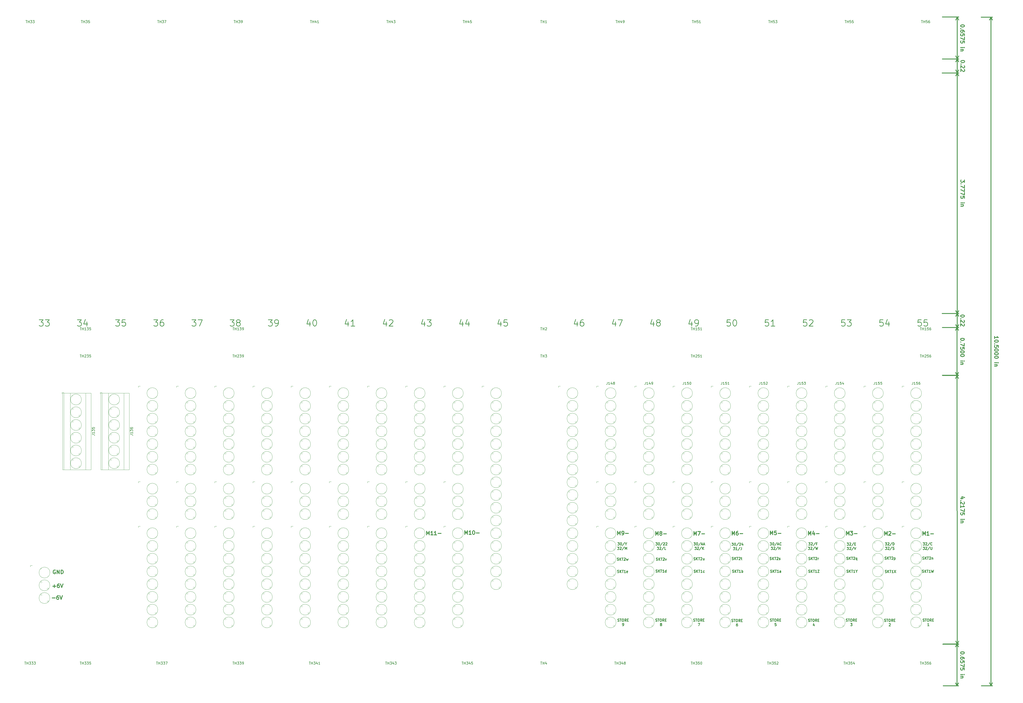
<source format=gbr>
G04 #@! TF.GenerationSoftware,KiCad,Pcbnew,(5.0.0)*
G04 #@! TF.CreationDate,2019-04-29T00:26:28+01:00*
G04 #@! TF.ProjectId,Backplane1,4261636B706C616E65312E6B69636164,rev?*
G04 #@! TF.SameCoordinates,Original*
G04 #@! TF.FileFunction,Legend,Top*
G04 #@! TF.FilePolarity,Positive*
%FSLAX46Y46*%
G04 Gerber Fmt 4.6, Leading zero omitted, Abs format (unit mm)*
G04 Created by KiCad (PCBNEW (5.0.0)) date 04/29/19 00:26:28*
%MOMM*%
%LPD*%
G01*
G04 APERTURE LIST*
%ADD10C,0.300000*%
%ADD11C,0.250000*%
%ADD12C,0.254000*%
%ADD13C,0.120000*%
%ADD14C,0.150000*%
G04 APERTURE END LIST*
D10*
X175514357Y-231818571D02*
X175514357Y-230318571D01*
X176014357Y-231390000D01*
X176514357Y-230318571D01*
X176514357Y-231818571D01*
X178014357Y-231818571D02*
X177157214Y-231818571D01*
X177585785Y-231818571D02*
X177585785Y-230318571D01*
X177442928Y-230532857D01*
X177300071Y-230675714D01*
X177157214Y-230747142D01*
X179442928Y-231818571D02*
X178585785Y-231818571D01*
X179014357Y-231818571D02*
X179014357Y-230318571D01*
X178871500Y-230532857D01*
X178728642Y-230675714D01*
X178585785Y-230747142D01*
X180085785Y-231247142D02*
X181228642Y-231247142D01*
D11*
X251730142Y-266229761D02*
X251873000Y-266277380D01*
X252111095Y-266277380D01*
X252206333Y-266229761D01*
X252253952Y-266182142D01*
X252301571Y-266086904D01*
X252301571Y-265991666D01*
X252253952Y-265896428D01*
X252206333Y-265848809D01*
X252111095Y-265801190D01*
X251920619Y-265753571D01*
X251825380Y-265705952D01*
X251777761Y-265658333D01*
X251730142Y-265563095D01*
X251730142Y-265467857D01*
X251777761Y-265372619D01*
X251825380Y-265325000D01*
X251920619Y-265277380D01*
X252158714Y-265277380D01*
X252301571Y-265325000D01*
X252587285Y-265277380D02*
X253158714Y-265277380D01*
X252873000Y-266277380D02*
X252873000Y-265277380D01*
X253682523Y-265277380D02*
X253873000Y-265277380D01*
X253968238Y-265325000D01*
X254063476Y-265420238D01*
X254111095Y-265610714D01*
X254111095Y-265944047D01*
X254063476Y-266134523D01*
X253968238Y-266229761D01*
X253873000Y-266277380D01*
X253682523Y-266277380D01*
X253587285Y-266229761D01*
X253492047Y-266134523D01*
X253444428Y-265944047D01*
X253444428Y-265610714D01*
X253492047Y-265420238D01*
X253587285Y-265325000D01*
X253682523Y-265277380D01*
X255111095Y-266277380D02*
X254777761Y-265801190D01*
X254539666Y-266277380D02*
X254539666Y-265277380D01*
X254920619Y-265277380D01*
X255015857Y-265325000D01*
X255063476Y-265372619D01*
X255111095Y-265467857D01*
X255111095Y-265610714D01*
X255063476Y-265705952D01*
X255015857Y-265753571D01*
X254920619Y-265801190D01*
X254539666Y-265801190D01*
X255539666Y-265753571D02*
X255873000Y-265753571D01*
X256015857Y-266277380D02*
X255539666Y-266277380D01*
X255539666Y-265277380D01*
X256015857Y-265277380D01*
X253682523Y-268027380D02*
X253873000Y-268027380D01*
X253968238Y-267979761D01*
X254015857Y-267932142D01*
X254111095Y-267789285D01*
X254158714Y-267598809D01*
X254158714Y-267217857D01*
X254111095Y-267122619D01*
X254063476Y-267075000D01*
X253968238Y-267027380D01*
X253777761Y-267027380D01*
X253682523Y-267075000D01*
X253634904Y-267122619D01*
X253587285Y-267217857D01*
X253587285Y-267455952D01*
X253634904Y-267551190D01*
X253682523Y-267598809D01*
X253777761Y-267646428D01*
X253968238Y-267646428D01*
X254063476Y-267598809D01*
X254111095Y-267551190D01*
X254158714Y-267455952D01*
X266843142Y-266229761D02*
X266986000Y-266277380D01*
X267224095Y-266277380D01*
X267319333Y-266229761D01*
X267366952Y-266182142D01*
X267414571Y-266086904D01*
X267414571Y-265991666D01*
X267366952Y-265896428D01*
X267319333Y-265848809D01*
X267224095Y-265801190D01*
X267033619Y-265753571D01*
X266938380Y-265705952D01*
X266890761Y-265658333D01*
X266843142Y-265563095D01*
X266843142Y-265467857D01*
X266890761Y-265372619D01*
X266938380Y-265325000D01*
X267033619Y-265277380D01*
X267271714Y-265277380D01*
X267414571Y-265325000D01*
X267700285Y-265277380D02*
X268271714Y-265277380D01*
X267986000Y-266277380D02*
X267986000Y-265277380D01*
X268795523Y-265277380D02*
X268986000Y-265277380D01*
X269081238Y-265325000D01*
X269176476Y-265420238D01*
X269224095Y-265610714D01*
X269224095Y-265944047D01*
X269176476Y-266134523D01*
X269081238Y-266229761D01*
X268986000Y-266277380D01*
X268795523Y-266277380D01*
X268700285Y-266229761D01*
X268605047Y-266134523D01*
X268557428Y-265944047D01*
X268557428Y-265610714D01*
X268605047Y-265420238D01*
X268700285Y-265325000D01*
X268795523Y-265277380D01*
X270224095Y-266277380D02*
X269890761Y-265801190D01*
X269652666Y-266277380D02*
X269652666Y-265277380D01*
X270033619Y-265277380D01*
X270128857Y-265325000D01*
X270176476Y-265372619D01*
X270224095Y-265467857D01*
X270224095Y-265610714D01*
X270176476Y-265705952D01*
X270128857Y-265753571D01*
X270033619Y-265801190D01*
X269652666Y-265801190D01*
X270652666Y-265753571D02*
X270986000Y-265753571D01*
X271128857Y-266277380D02*
X270652666Y-266277380D01*
X270652666Y-265277380D01*
X271128857Y-265277380D01*
X268890761Y-267455952D02*
X268795523Y-267408333D01*
X268747904Y-267360714D01*
X268700285Y-267265476D01*
X268700285Y-267217857D01*
X268747904Y-267122619D01*
X268795523Y-267075000D01*
X268890761Y-267027380D01*
X269081238Y-267027380D01*
X269176476Y-267075000D01*
X269224095Y-267122619D01*
X269271714Y-267217857D01*
X269271714Y-267265476D01*
X269224095Y-267360714D01*
X269176476Y-267408333D01*
X269081238Y-267455952D01*
X268890761Y-267455952D01*
X268795523Y-267503571D01*
X268747904Y-267551190D01*
X268700285Y-267646428D01*
X268700285Y-267836904D01*
X268747904Y-267932142D01*
X268795523Y-267979761D01*
X268890761Y-268027380D01*
X269081238Y-268027380D01*
X269176476Y-267979761D01*
X269224095Y-267932142D01*
X269271714Y-267836904D01*
X269271714Y-267646428D01*
X269224095Y-267551190D01*
X269176476Y-267503571D01*
X269081238Y-267455952D01*
X281956142Y-266229761D02*
X282099000Y-266277380D01*
X282337095Y-266277380D01*
X282432333Y-266229761D01*
X282479952Y-266182142D01*
X282527571Y-266086904D01*
X282527571Y-265991666D01*
X282479952Y-265896428D01*
X282432333Y-265848809D01*
X282337095Y-265801190D01*
X282146619Y-265753571D01*
X282051380Y-265705952D01*
X282003761Y-265658333D01*
X281956142Y-265563095D01*
X281956142Y-265467857D01*
X282003761Y-265372619D01*
X282051380Y-265325000D01*
X282146619Y-265277380D01*
X282384714Y-265277380D01*
X282527571Y-265325000D01*
X282813285Y-265277380D02*
X283384714Y-265277380D01*
X283099000Y-266277380D02*
X283099000Y-265277380D01*
X283908523Y-265277380D02*
X284099000Y-265277380D01*
X284194238Y-265325000D01*
X284289476Y-265420238D01*
X284337095Y-265610714D01*
X284337095Y-265944047D01*
X284289476Y-266134523D01*
X284194238Y-266229761D01*
X284099000Y-266277380D01*
X283908523Y-266277380D01*
X283813285Y-266229761D01*
X283718047Y-266134523D01*
X283670428Y-265944047D01*
X283670428Y-265610714D01*
X283718047Y-265420238D01*
X283813285Y-265325000D01*
X283908523Y-265277380D01*
X285337095Y-266277380D02*
X285003761Y-265801190D01*
X284765666Y-266277380D02*
X284765666Y-265277380D01*
X285146619Y-265277380D01*
X285241857Y-265325000D01*
X285289476Y-265372619D01*
X285337095Y-265467857D01*
X285337095Y-265610714D01*
X285289476Y-265705952D01*
X285241857Y-265753571D01*
X285146619Y-265801190D01*
X284765666Y-265801190D01*
X285765666Y-265753571D02*
X286099000Y-265753571D01*
X286241857Y-266277380D02*
X285765666Y-266277380D01*
X285765666Y-265277380D01*
X286241857Y-265277380D01*
X283765666Y-267027380D02*
X284432333Y-267027380D01*
X284003761Y-268027380D01*
X297196142Y-266356761D02*
X297339000Y-266404380D01*
X297577095Y-266404380D01*
X297672333Y-266356761D01*
X297719952Y-266309142D01*
X297767571Y-266213904D01*
X297767571Y-266118666D01*
X297719952Y-266023428D01*
X297672333Y-265975809D01*
X297577095Y-265928190D01*
X297386619Y-265880571D01*
X297291380Y-265832952D01*
X297243761Y-265785333D01*
X297196142Y-265690095D01*
X297196142Y-265594857D01*
X297243761Y-265499619D01*
X297291380Y-265452000D01*
X297386619Y-265404380D01*
X297624714Y-265404380D01*
X297767571Y-265452000D01*
X298053285Y-265404380D02*
X298624714Y-265404380D01*
X298339000Y-266404380D02*
X298339000Y-265404380D01*
X299148523Y-265404380D02*
X299339000Y-265404380D01*
X299434238Y-265452000D01*
X299529476Y-265547238D01*
X299577095Y-265737714D01*
X299577095Y-266071047D01*
X299529476Y-266261523D01*
X299434238Y-266356761D01*
X299339000Y-266404380D01*
X299148523Y-266404380D01*
X299053285Y-266356761D01*
X298958047Y-266261523D01*
X298910428Y-266071047D01*
X298910428Y-265737714D01*
X298958047Y-265547238D01*
X299053285Y-265452000D01*
X299148523Y-265404380D01*
X300577095Y-266404380D02*
X300243761Y-265928190D01*
X300005666Y-266404380D02*
X300005666Y-265404380D01*
X300386619Y-265404380D01*
X300481857Y-265452000D01*
X300529476Y-265499619D01*
X300577095Y-265594857D01*
X300577095Y-265737714D01*
X300529476Y-265832952D01*
X300481857Y-265880571D01*
X300386619Y-265928190D01*
X300005666Y-265928190D01*
X301005666Y-265880571D02*
X301339000Y-265880571D01*
X301481857Y-266404380D02*
X301005666Y-266404380D01*
X301005666Y-265404380D01*
X301481857Y-265404380D01*
X299529476Y-267154380D02*
X299339000Y-267154380D01*
X299243761Y-267202000D01*
X299196142Y-267249619D01*
X299100904Y-267392476D01*
X299053285Y-267582952D01*
X299053285Y-267963904D01*
X299100904Y-268059142D01*
X299148523Y-268106761D01*
X299243761Y-268154380D01*
X299434238Y-268154380D01*
X299529476Y-268106761D01*
X299577095Y-268059142D01*
X299624714Y-267963904D01*
X299624714Y-267725809D01*
X299577095Y-267630571D01*
X299529476Y-267582952D01*
X299434238Y-267535333D01*
X299243761Y-267535333D01*
X299148523Y-267582952D01*
X299100904Y-267630571D01*
X299053285Y-267725809D01*
X312563142Y-266229761D02*
X312706000Y-266277380D01*
X312944095Y-266277380D01*
X313039333Y-266229761D01*
X313086952Y-266182142D01*
X313134571Y-266086904D01*
X313134571Y-265991666D01*
X313086952Y-265896428D01*
X313039333Y-265848809D01*
X312944095Y-265801190D01*
X312753619Y-265753571D01*
X312658380Y-265705952D01*
X312610761Y-265658333D01*
X312563142Y-265563095D01*
X312563142Y-265467857D01*
X312610761Y-265372619D01*
X312658380Y-265325000D01*
X312753619Y-265277380D01*
X312991714Y-265277380D01*
X313134571Y-265325000D01*
X313420285Y-265277380D02*
X313991714Y-265277380D01*
X313706000Y-266277380D02*
X313706000Y-265277380D01*
X314515523Y-265277380D02*
X314706000Y-265277380D01*
X314801238Y-265325000D01*
X314896476Y-265420238D01*
X314944095Y-265610714D01*
X314944095Y-265944047D01*
X314896476Y-266134523D01*
X314801238Y-266229761D01*
X314706000Y-266277380D01*
X314515523Y-266277380D01*
X314420285Y-266229761D01*
X314325047Y-266134523D01*
X314277428Y-265944047D01*
X314277428Y-265610714D01*
X314325047Y-265420238D01*
X314420285Y-265325000D01*
X314515523Y-265277380D01*
X315944095Y-266277380D02*
X315610761Y-265801190D01*
X315372666Y-266277380D02*
X315372666Y-265277380D01*
X315753619Y-265277380D01*
X315848857Y-265325000D01*
X315896476Y-265372619D01*
X315944095Y-265467857D01*
X315944095Y-265610714D01*
X315896476Y-265705952D01*
X315848857Y-265753571D01*
X315753619Y-265801190D01*
X315372666Y-265801190D01*
X316372666Y-265753571D02*
X316706000Y-265753571D01*
X316848857Y-266277380D02*
X316372666Y-266277380D01*
X316372666Y-265277380D01*
X316848857Y-265277380D01*
X314944095Y-267027380D02*
X314467904Y-267027380D01*
X314420285Y-267503571D01*
X314467904Y-267455952D01*
X314563142Y-267408333D01*
X314801238Y-267408333D01*
X314896476Y-267455952D01*
X314944095Y-267503571D01*
X314991714Y-267598809D01*
X314991714Y-267836904D01*
X314944095Y-267932142D01*
X314896476Y-267979761D01*
X314801238Y-268027380D01*
X314563142Y-268027380D01*
X314467904Y-267979761D01*
X314420285Y-267932142D01*
X327803142Y-266293261D02*
X327946000Y-266340880D01*
X328184095Y-266340880D01*
X328279333Y-266293261D01*
X328326952Y-266245642D01*
X328374571Y-266150404D01*
X328374571Y-266055166D01*
X328326952Y-265959928D01*
X328279333Y-265912309D01*
X328184095Y-265864690D01*
X327993619Y-265817071D01*
X327898380Y-265769452D01*
X327850761Y-265721833D01*
X327803142Y-265626595D01*
X327803142Y-265531357D01*
X327850761Y-265436119D01*
X327898380Y-265388500D01*
X327993619Y-265340880D01*
X328231714Y-265340880D01*
X328374571Y-265388500D01*
X328660285Y-265340880D02*
X329231714Y-265340880D01*
X328946000Y-266340880D02*
X328946000Y-265340880D01*
X329755523Y-265340880D02*
X329946000Y-265340880D01*
X330041238Y-265388500D01*
X330136476Y-265483738D01*
X330184095Y-265674214D01*
X330184095Y-266007547D01*
X330136476Y-266198023D01*
X330041238Y-266293261D01*
X329946000Y-266340880D01*
X329755523Y-266340880D01*
X329660285Y-266293261D01*
X329565047Y-266198023D01*
X329517428Y-266007547D01*
X329517428Y-265674214D01*
X329565047Y-265483738D01*
X329660285Y-265388500D01*
X329755523Y-265340880D01*
X331184095Y-266340880D02*
X330850761Y-265864690D01*
X330612666Y-266340880D02*
X330612666Y-265340880D01*
X330993619Y-265340880D01*
X331088857Y-265388500D01*
X331136476Y-265436119D01*
X331184095Y-265531357D01*
X331184095Y-265674214D01*
X331136476Y-265769452D01*
X331088857Y-265817071D01*
X330993619Y-265864690D01*
X330612666Y-265864690D01*
X331612666Y-265817071D02*
X331946000Y-265817071D01*
X332088857Y-266340880D02*
X331612666Y-266340880D01*
X331612666Y-265340880D01*
X332088857Y-265340880D01*
X330136476Y-267424214D02*
X330136476Y-268090880D01*
X329898380Y-267043261D02*
X329660285Y-267757547D01*
X330279333Y-267757547D01*
X342852642Y-266229761D02*
X342995500Y-266277380D01*
X343233595Y-266277380D01*
X343328833Y-266229761D01*
X343376452Y-266182142D01*
X343424071Y-266086904D01*
X343424071Y-265991666D01*
X343376452Y-265896428D01*
X343328833Y-265848809D01*
X343233595Y-265801190D01*
X343043119Y-265753571D01*
X342947880Y-265705952D01*
X342900261Y-265658333D01*
X342852642Y-265563095D01*
X342852642Y-265467857D01*
X342900261Y-265372619D01*
X342947880Y-265325000D01*
X343043119Y-265277380D01*
X343281214Y-265277380D01*
X343424071Y-265325000D01*
X343709785Y-265277380D02*
X344281214Y-265277380D01*
X343995500Y-266277380D02*
X343995500Y-265277380D01*
X344805023Y-265277380D02*
X344995500Y-265277380D01*
X345090738Y-265325000D01*
X345185976Y-265420238D01*
X345233595Y-265610714D01*
X345233595Y-265944047D01*
X345185976Y-266134523D01*
X345090738Y-266229761D01*
X344995500Y-266277380D01*
X344805023Y-266277380D01*
X344709785Y-266229761D01*
X344614547Y-266134523D01*
X344566928Y-265944047D01*
X344566928Y-265610714D01*
X344614547Y-265420238D01*
X344709785Y-265325000D01*
X344805023Y-265277380D01*
X346233595Y-266277380D02*
X345900261Y-265801190D01*
X345662166Y-266277380D02*
X345662166Y-265277380D01*
X346043119Y-265277380D01*
X346138357Y-265325000D01*
X346185976Y-265372619D01*
X346233595Y-265467857D01*
X346233595Y-265610714D01*
X346185976Y-265705952D01*
X346138357Y-265753571D01*
X346043119Y-265801190D01*
X345662166Y-265801190D01*
X346662166Y-265753571D02*
X346995500Y-265753571D01*
X347138357Y-266277380D02*
X346662166Y-266277380D01*
X346662166Y-265277380D01*
X347138357Y-265277380D01*
X344662166Y-267027380D02*
X345281214Y-267027380D01*
X344947880Y-267408333D01*
X345090738Y-267408333D01*
X345185976Y-267455952D01*
X345233595Y-267503571D01*
X345281214Y-267598809D01*
X345281214Y-267836904D01*
X345233595Y-267932142D01*
X345185976Y-267979761D01*
X345090738Y-268027380D01*
X344805023Y-268027380D01*
X344709785Y-267979761D01*
X344662166Y-267932142D01*
X358156142Y-266293261D02*
X358299000Y-266340880D01*
X358537095Y-266340880D01*
X358632333Y-266293261D01*
X358679952Y-266245642D01*
X358727571Y-266150404D01*
X358727571Y-266055166D01*
X358679952Y-265959928D01*
X358632333Y-265912309D01*
X358537095Y-265864690D01*
X358346619Y-265817071D01*
X358251380Y-265769452D01*
X358203761Y-265721833D01*
X358156142Y-265626595D01*
X358156142Y-265531357D01*
X358203761Y-265436119D01*
X358251380Y-265388500D01*
X358346619Y-265340880D01*
X358584714Y-265340880D01*
X358727571Y-265388500D01*
X359013285Y-265340880D02*
X359584714Y-265340880D01*
X359299000Y-266340880D02*
X359299000Y-265340880D01*
X360108523Y-265340880D02*
X360299000Y-265340880D01*
X360394238Y-265388500D01*
X360489476Y-265483738D01*
X360537095Y-265674214D01*
X360537095Y-266007547D01*
X360489476Y-266198023D01*
X360394238Y-266293261D01*
X360299000Y-266340880D01*
X360108523Y-266340880D01*
X360013285Y-266293261D01*
X359918047Y-266198023D01*
X359870428Y-266007547D01*
X359870428Y-265674214D01*
X359918047Y-265483738D01*
X360013285Y-265388500D01*
X360108523Y-265340880D01*
X361537095Y-266340880D02*
X361203761Y-265864690D01*
X360965666Y-266340880D02*
X360965666Y-265340880D01*
X361346619Y-265340880D01*
X361441857Y-265388500D01*
X361489476Y-265436119D01*
X361537095Y-265531357D01*
X361537095Y-265674214D01*
X361489476Y-265769452D01*
X361441857Y-265817071D01*
X361346619Y-265864690D01*
X360965666Y-265864690D01*
X361965666Y-265817071D02*
X362299000Y-265817071D01*
X362441857Y-266340880D02*
X361965666Y-266340880D01*
X361965666Y-265340880D01*
X362441857Y-265340880D01*
X360013285Y-267186119D02*
X360060904Y-267138500D01*
X360156142Y-267090880D01*
X360394238Y-267090880D01*
X360489476Y-267138500D01*
X360537095Y-267186119D01*
X360584714Y-267281357D01*
X360584714Y-267376595D01*
X360537095Y-267519452D01*
X359965666Y-268090880D01*
X360584714Y-268090880D01*
X373523142Y-266229761D02*
X373666000Y-266277380D01*
X373904095Y-266277380D01*
X373999333Y-266229761D01*
X374046952Y-266182142D01*
X374094571Y-266086904D01*
X374094571Y-265991666D01*
X374046952Y-265896428D01*
X373999333Y-265848809D01*
X373904095Y-265801190D01*
X373713619Y-265753571D01*
X373618380Y-265705952D01*
X373570761Y-265658333D01*
X373523142Y-265563095D01*
X373523142Y-265467857D01*
X373570761Y-265372619D01*
X373618380Y-265325000D01*
X373713619Y-265277380D01*
X373951714Y-265277380D01*
X374094571Y-265325000D01*
X374380285Y-265277380D02*
X374951714Y-265277380D01*
X374666000Y-266277380D02*
X374666000Y-265277380D01*
X375475523Y-265277380D02*
X375666000Y-265277380D01*
X375761238Y-265325000D01*
X375856476Y-265420238D01*
X375904095Y-265610714D01*
X375904095Y-265944047D01*
X375856476Y-266134523D01*
X375761238Y-266229761D01*
X375666000Y-266277380D01*
X375475523Y-266277380D01*
X375380285Y-266229761D01*
X375285047Y-266134523D01*
X375237428Y-265944047D01*
X375237428Y-265610714D01*
X375285047Y-265420238D01*
X375380285Y-265325000D01*
X375475523Y-265277380D01*
X376904095Y-266277380D02*
X376570761Y-265801190D01*
X376332666Y-266277380D02*
X376332666Y-265277380D01*
X376713619Y-265277380D01*
X376808857Y-265325000D01*
X376856476Y-265372619D01*
X376904095Y-265467857D01*
X376904095Y-265610714D01*
X376856476Y-265705952D01*
X376808857Y-265753571D01*
X376713619Y-265801190D01*
X376332666Y-265801190D01*
X377332666Y-265753571D02*
X377666000Y-265753571D01*
X377808857Y-266277380D02*
X377332666Y-266277380D01*
X377332666Y-265277380D01*
X377808857Y-265277380D01*
X375951714Y-268027380D02*
X375380285Y-268027380D01*
X375666000Y-268027380D02*
X375666000Y-267027380D01*
X375570761Y-267170238D01*
X375475523Y-267265476D01*
X375380285Y-267313095D01*
X251611071Y-246784761D02*
X251753928Y-246832380D01*
X251992023Y-246832380D01*
X252087261Y-246784761D01*
X252134880Y-246737142D01*
X252182500Y-246641904D01*
X252182500Y-246546666D01*
X252134880Y-246451428D01*
X252087261Y-246403809D01*
X251992023Y-246356190D01*
X251801547Y-246308571D01*
X251706309Y-246260952D01*
X251658690Y-246213333D01*
X251611071Y-246118095D01*
X251611071Y-246022857D01*
X251658690Y-245927619D01*
X251706309Y-245880000D01*
X251801547Y-245832380D01*
X252039642Y-245832380D01*
X252182500Y-245880000D01*
X252611071Y-246832380D02*
X252611071Y-245832380D01*
X253182500Y-246832380D02*
X252753928Y-246260952D01*
X253182500Y-245832380D02*
X252611071Y-246403809D01*
X253468214Y-245832380D02*
X254039642Y-245832380D01*
X253753928Y-246832380D02*
X253753928Y-245832380D01*
X254896785Y-246832380D02*
X254325357Y-246832380D01*
X254611071Y-246832380D02*
X254611071Y-245832380D01*
X254515833Y-245975238D01*
X254420595Y-246070476D01*
X254325357Y-246118095D01*
X255706309Y-246784761D02*
X255611071Y-246832380D01*
X255420595Y-246832380D01*
X255325357Y-246784761D01*
X255277738Y-246689523D01*
X255277738Y-246308571D01*
X255325357Y-246213333D01*
X255420595Y-246165714D01*
X255611071Y-246165714D01*
X255706309Y-246213333D01*
X255753928Y-246308571D01*
X255753928Y-246403809D01*
X255277738Y-246499047D01*
X266954261Y-246657761D02*
X267097119Y-246705380D01*
X267335214Y-246705380D01*
X267430452Y-246657761D01*
X267478071Y-246610142D01*
X267525690Y-246514904D01*
X267525690Y-246419666D01*
X267478071Y-246324428D01*
X267430452Y-246276809D01*
X267335214Y-246229190D01*
X267144738Y-246181571D01*
X267049500Y-246133952D01*
X267001880Y-246086333D01*
X266954261Y-245991095D01*
X266954261Y-245895857D01*
X267001880Y-245800619D01*
X267049500Y-245753000D01*
X267144738Y-245705380D01*
X267382833Y-245705380D01*
X267525690Y-245753000D01*
X267954261Y-246705380D02*
X267954261Y-245705380D01*
X268525690Y-246705380D02*
X268097119Y-246133952D01*
X268525690Y-245705380D02*
X267954261Y-246276809D01*
X268811404Y-245705380D02*
X269382833Y-245705380D01*
X269097119Y-246705380D02*
X269097119Y-245705380D01*
X270239976Y-246705380D02*
X269668547Y-246705380D01*
X269954261Y-246705380D02*
X269954261Y-245705380D01*
X269859023Y-245848238D01*
X269763785Y-245943476D01*
X269668547Y-245991095D01*
X271097119Y-246705380D02*
X271097119Y-245705380D01*
X271097119Y-246657761D02*
X271001880Y-246705380D01*
X270811404Y-246705380D01*
X270716166Y-246657761D01*
X270668547Y-246610142D01*
X270620928Y-246514904D01*
X270620928Y-246229190D01*
X270668547Y-246133952D01*
X270716166Y-246086333D01*
X270811404Y-246038714D01*
X271001880Y-246038714D01*
X271097119Y-246086333D01*
X282154571Y-246721261D02*
X282297428Y-246768880D01*
X282535523Y-246768880D01*
X282630761Y-246721261D01*
X282678380Y-246673642D01*
X282726000Y-246578404D01*
X282726000Y-246483166D01*
X282678380Y-246387928D01*
X282630761Y-246340309D01*
X282535523Y-246292690D01*
X282345047Y-246245071D01*
X282249809Y-246197452D01*
X282202190Y-246149833D01*
X282154571Y-246054595D01*
X282154571Y-245959357D01*
X282202190Y-245864119D01*
X282249809Y-245816500D01*
X282345047Y-245768880D01*
X282583142Y-245768880D01*
X282726000Y-245816500D01*
X283154571Y-246768880D02*
X283154571Y-245768880D01*
X283726000Y-246768880D02*
X283297428Y-246197452D01*
X283726000Y-245768880D02*
X283154571Y-246340309D01*
X284011714Y-245768880D02*
X284583142Y-245768880D01*
X284297428Y-246768880D02*
X284297428Y-245768880D01*
X285440285Y-246768880D02*
X284868857Y-246768880D01*
X285154571Y-246768880D02*
X285154571Y-245768880D01*
X285059333Y-245911738D01*
X284964095Y-246006976D01*
X284868857Y-246054595D01*
X286297428Y-246721261D02*
X286202190Y-246768880D01*
X286011714Y-246768880D01*
X285916476Y-246721261D01*
X285868857Y-246673642D01*
X285821238Y-246578404D01*
X285821238Y-246292690D01*
X285868857Y-246197452D01*
X285916476Y-246149833D01*
X286011714Y-246102214D01*
X286202190Y-246102214D01*
X286297428Y-246149833D01*
X297497761Y-246721261D02*
X297640619Y-246768880D01*
X297878714Y-246768880D01*
X297973952Y-246721261D01*
X298021571Y-246673642D01*
X298069190Y-246578404D01*
X298069190Y-246483166D01*
X298021571Y-246387928D01*
X297973952Y-246340309D01*
X297878714Y-246292690D01*
X297688238Y-246245071D01*
X297593000Y-246197452D01*
X297545380Y-246149833D01*
X297497761Y-246054595D01*
X297497761Y-245959357D01*
X297545380Y-245864119D01*
X297593000Y-245816500D01*
X297688238Y-245768880D01*
X297926333Y-245768880D01*
X298069190Y-245816500D01*
X298497761Y-246768880D02*
X298497761Y-245768880D01*
X299069190Y-246768880D02*
X298640619Y-246197452D01*
X299069190Y-245768880D02*
X298497761Y-246340309D01*
X299354904Y-245768880D02*
X299926333Y-245768880D01*
X299640619Y-246768880D02*
X299640619Y-245768880D01*
X300783476Y-246768880D02*
X300212047Y-246768880D01*
X300497761Y-246768880D02*
X300497761Y-245768880D01*
X300402523Y-245911738D01*
X300307285Y-246006976D01*
X300212047Y-246054595D01*
X301212047Y-246768880D02*
X301212047Y-245768880D01*
X301212047Y-246149833D02*
X301307285Y-246102214D01*
X301497761Y-246102214D01*
X301593000Y-246149833D01*
X301640619Y-246197452D01*
X301688238Y-246292690D01*
X301688238Y-246578404D01*
X301640619Y-246673642D01*
X301593000Y-246721261D01*
X301497761Y-246768880D01*
X301307285Y-246768880D01*
X301212047Y-246721261D01*
X312674261Y-246721261D02*
X312817119Y-246768880D01*
X313055214Y-246768880D01*
X313150452Y-246721261D01*
X313198071Y-246673642D01*
X313245690Y-246578404D01*
X313245690Y-246483166D01*
X313198071Y-246387928D01*
X313150452Y-246340309D01*
X313055214Y-246292690D01*
X312864738Y-246245071D01*
X312769500Y-246197452D01*
X312721880Y-246149833D01*
X312674261Y-246054595D01*
X312674261Y-245959357D01*
X312721880Y-245864119D01*
X312769500Y-245816500D01*
X312864738Y-245768880D01*
X313102833Y-245768880D01*
X313245690Y-245816500D01*
X313674261Y-246768880D02*
X313674261Y-245768880D01*
X314245690Y-246768880D02*
X313817119Y-246197452D01*
X314245690Y-245768880D02*
X313674261Y-246340309D01*
X314531404Y-245768880D02*
X315102833Y-245768880D01*
X314817119Y-246768880D02*
X314817119Y-245768880D01*
X315959976Y-246768880D02*
X315388547Y-246768880D01*
X315674261Y-246768880D02*
X315674261Y-245768880D01*
X315579023Y-245911738D01*
X315483785Y-246006976D01*
X315388547Y-246054595D01*
X316817119Y-246768880D02*
X316817119Y-246245071D01*
X316769500Y-246149833D01*
X316674261Y-246102214D01*
X316483785Y-246102214D01*
X316388547Y-246149833D01*
X316817119Y-246721261D02*
X316721880Y-246768880D01*
X316483785Y-246768880D01*
X316388547Y-246721261D01*
X316340928Y-246626023D01*
X316340928Y-246530785D01*
X316388547Y-246435547D01*
X316483785Y-246387928D01*
X316721880Y-246387928D01*
X316817119Y-246340309D01*
X327890452Y-246721261D02*
X328033309Y-246768880D01*
X328271404Y-246768880D01*
X328366642Y-246721261D01*
X328414261Y-246673642D01*
X328461880Y-246578404D01*
X328461880Y-246483166D01*
X328414261Y-246387928D01*
X328366642Y-246340309D01*
X328271404Y-246292690D01*
X328080928Y-246245071D01*
X327985690Y-246197452D01*
X327938071Y-246149833D01*
X327890452Y-246054595D01*
X327890452Y-245959357D01*
X327938071Y-245864119D01*
X327985690Y-245816500D01*
X328080928Y-245768880D01*
X328319023Y-245768880D01*
X328461880Y-245816500D01*
X328890452Y-246768880D02*
X328890452Y-245768880D01*
X329461880Y-246768880D02*
X329033309Y-246197452D01*
X329461880Y-245768880D02*
X328890452Y-246340309D01*
X329747595Y-245768880D02*
X330319023Y-245768880D01*
X330033309Y-246768880D02*
X330033309Y-245768880D01*
X331176166Y-246768880D02*
X330604738Y-246768880D01*
X330890452Y-246768880D02*
X330890452Y-245768880D01*
X330795214Y-245911738D01*
X330699976Y-246006976D01*
X330604738Y-246054595D01*
X331509500Y-245768880D02*
X332176166Y-245768880D01*
X331509500Y-246768880D01*
X332176166Y-246768880D01*
X343114571Y-246721261D02*
X343257428Y-246768880D01*
X343495523Y-246768880D01*
X343590761Y-246721261D01*
X343638380Y-246673642D01*
X343686000Y-246578404D01*
X343686000Y-246483166D01*
X343638380Y-246387928D01*
X343590761Y-246340309D01*
X343495523Y-246292690D01*
X343305047Y-246245071D01*
X343209809Y-246197452D01*
X343162190Y-246149833D01*
X343114571Y-246054595D01*
X343114571Y-245959357D01*
X343162190Y-245864119D01*
X343209809Y-245816500D01*
X343305047Y-245768880D01*
X343543142Y-245768880D01*
X343686000Y-245816500D01*
X344114571Y-246768880D02*
X344114571Y-245768880D01*
X344686000Y-246768880D02*
X344257428Y-246197452D01*
X344686000Y-245768880D02*
X344114571Y-246340309D01*
X344971714Y-245768880D02*
X345543142Y-245768880D01*
X345257428Y-246768880D02*
X345257428Y-245768880D01*
X346400285Y-246768880D02*
X345828857Y-246768880D01*
X346114571Y-246768880D02*
X346114571Y-245768880D01*
X346019333Y-245911738D01*
X345924095Y-246006976D01*
X345828857Y-246054595D01*
X347019333Y-246292690D02*
X347019333Y-246768880D01*
X346686000Y-245768880D02*
X347019333Y-246292690D01*
X347352666Y-245768880D01*
X358433952Y-246848261D02*
X358576809Y-246895880D01*
X358814904Y-246895880D01*
X358910142Y-246848261D01*
X358957761Y-246800642D01*
X359005380Y-246705404D01*
X359005380Y-246610166D01*
X358957761Y-246514928D01*
X358910142Y-246467309D01*
X358814904Y-246419690D01*
X358624428Y-246372071D01*
X358529190Y-246324452D01*
X358481571Y-246276833D01*
X358433952Y-246181595D01*
X358433952Y-246086357D01*
X358481571Y-245991119D01*
X358529190Y-245943500D01*
X358624428Y-245895880D01*
X358862523Y-245895880D01*
X359005380Y-245943500D01*
X359433952Y-246895880D02*
X359433952Y-245895880D01*
X360005380Y-246895880D02*
X359576809Y-246324452D01*
X360005380Y-245895880D02*
X359433952Y-246467309D01*
X360291095Y-245895880D02*
X360862523Y-245895880D01*
X360576809Y-246895880D02*
X360576809Y-245895880D01*
X361719666Y-246895880D02*
X361148238Y-246895880D01*
X361433952Y-246895880D02*
X361433952Y-245895880D01*
X361338714Y-246038738D01*
X361243476Y-246133976D01*
X361148238Y-246181595D01*
X362053000Y-245895880D02*
X362719666Y-246895880D01*
X362719666Y-245895880D02*
X362053000Y-246895880D01*
X373261214Y-246721261D02*
X373404071Y-246768880D01*
X373642166Y-246768880D01*
X373737404Y-246721261D01*
X373785023Y-246673642D01*
X373832642Y-246578404D01*
X373832642Y-246483166D01*
X373785023Y-246387928D01*
X373737404Y-246340309D01*
X373642166Y-246292690D01*
X373451690Y-246245071D01*
X373356452Y-246197452D01*
X373308833Y-246149833D01*
X373261214Y-246054595D01*
X373261214Y-245959357D01*
X373308833Y-245864119D01*
X373356452Y-245816500D01*
X373451690Y-245768880D01*
X373689785Y-245768880D01*
X373832642Y-245816500D01*
X374261214Y-246768880D02*
X374261214Y-245768880D01*
X374832642Y-246768880D02*
X374404071Y-246197452D01*
X374832642Y-245768880D02*
X374261214Y-246340309D01*
X375118357Y-245768880D02*
X375689785Y-245768880D01*
X375404071Y-246768880D02*
X375404071Y-245768880D01*
X376546928Y-246768880D02*
X375975500Y-246768880D01*
X376261214Y-246768880D02*
X376261214Y-245768880D01*
X376165976Y-245911738D01*
X376070738Y-246006976D01*
X375975500Y-246054595D01*
X376880261Y-245768880D02*
X377118357Y-246768880D01*
X377308833Y-246054595D01*
X377499309Y-246768880D01*
X377737404Y-245768880D01*
X251515833Y-241895261D02*
X251658690Y-241942880D01*
X251896785Y-241942880D01*
X251992023Y-241895261D01*
X252039642Y-241847642D01*
X252087261Y-241752404D01*
X252087261Y-241657166D01*
X252039642Y-241561928D01*
X251992023Y-241514309D01*
X251896785Y-241466690D01*
X251706309Y-241419071D01*
X251611071Y-241371452D01*
X251563452Y-241323833D01*
X251515833Y-241228595D01*
X251515833Y-241133357D01*
X251563452Y-241038119D01*
X251611071Y-240990500D01*
X251706309Y-240942880D01*
X251944404Y-240942880D01*
X252087261Y-240990500D01*
X252515833Y-241942880D02*
X252515833Y-240942880D01*
X253087261Y-241942880D02*
X252658690Y-241371452D01*
X253087261Y-240942880D02*
X252515833Y-241514309D01*
X253372976Y-240942880D02*
X253944404Y-240942880D01*
X253658690Y-241942880D02*
X253658690Y-240942880D01*
X254230119Y-241038119D02*
X254277738Y-240990500D01*
X254372976Y-240942880D01*
X254611071Y-240942880D01*
X254706309Y-240990500D01*
X254753928Y-241038119D01*
X254801547Y-241133357D01*
X254801547Y-241228595D01*
X254753928Y-241371452D01*
X254182500Y-241942880D01*
X254801547Y-241942880D01*
X255134880Y-241276214D02*
X255325357Y-241942880D01*
X255515833Y-241466690D01*
X255706309Y-241942880D01*
X255896785Y-241276214D01*
X267089190Y-241895261D02*
X267232047Y-241942880D01*
X267470142Y-241942880D01*
X267565380Y-241895261D01*
X267613000Y-241847642D01*
X267660619Y-241752404D01*
X267660619Y-241657166D01*
X267613000Y-241561928D01*
X267565380Y-241514309D01*
X267470142Y-241466690D01*
X267279666Y-241419071D01*
X267184428Y-241371452D01*
X267136809Y-241323833D01*
X267089190Y-241228595D01*
X267089190Y-241133357D01*
X267136809Y-241038119D01*
X267184428Y-240990500D01*
X267279666Y-240942880D01*
X267517761Y-240942880D01*
X267660619Y-240990500D01*
X268089190Y-241942880D02*
X268089190Y-240942880D01*
X268660619Y-241942880D02*
X268232047Y-241371452D01*
X268660619Y-240942880D02*
X268089190Y-241514309D01*
X268946333Y-240942880D02*
X269517761Y-240942880D01*
X269232047Y-241942880D02*
X269232047Y-240942880D01*
X269803476Y-241038119D02*
X269851095Y-240990500D01*
X269946333Y-240942880D01*
X270184428Y-240942880D01*
X270279666Y-240990500D01*
X270327285Y-241038119D01*
X270374904Y-241133357D01*
X270374904Y-241228595D01*
X270327285Y-241371452D01*
X269755857Y-241942880D01*
X270374904Y-241942880D01*
X270708238Y-241276214D02*
X270946333Y-241942880D01*
X271184428Y-241276214D01*
X282067261Y-241768261D02*
X282210119Y-241815880D01*
X282448214Y-241815880D01*
X282543452Y-241768261D01*
X282591071Y-241720642D01*
X282638690Y-241625404D01*
X282638690Y-241530166D01*
X282591071Y-241434928D01*
X282543452Y-241387309D01*
X282448214Y-241339690D01*
X282257738Y-241292071D01*
X282162500Y-241244452D01*
X282114880Y-241196833D01*
X282067261Y-241101595D01*
X282067261Y-241006357D01*
X282114880Y-240911119D01*
X282162500Y-240863500D01*
X282257738Y-240815880D01*
X282495833Y-240815880D01*
X282638690Y-240863500D01*
X283067261Y-241815880D02*
X283067261Y-240815880D01*
X283638690Y-241815880D02*
X283210119Y-241244452D01*
X283638690Y-240815880D02*
X283067261Y-241387309D01*
X283924404Y-240815880D02*
X284495833Y-240815880D01*
X284210119Y-241815880D02*
X284210119Y-240815880D01*
X284781547Y-240911119D02*
X284829166Y-240863500D01*
X284924404Y-240815880D01*
X285162500Y-240815880D01*
X285257738Y-240863500D01*
X285305357Y-240911119D01*
X285352976Y-241006357D01*
X285352976Y-241101595D01*
X285305357Y-241244452D01*
X284733928Y-241815880D01*
X285352976Y-241815880D01*
X286210119Y-241149214D02*
X286210119Y-241815880D01*
X285781547Y-241149214D02*
X285781547Y-241673023D01*
X285829166Y-241768261D01*
X285924404Y-241815880D01*
X286067261Y-241815880D01*
X286162500Y-241768261D01*
X286210119Y-241720642D01*
X297346928Y-241641261D02*
X297489785Y-241688880D01*
X297727880Y-241688880D01*
X297823119Y-241641261D01*
X297870738Y-241593642D01*
X297918357Y-241498404D01*
X297918357Y-241403166D01*
X297870738Y-241307928D01*
X297823119Y-241260309D01*
X297727880Y-241212690D01*
X297537404Y-241165071D01*
X297442166Y-241117452D01*
X297394547Y-241069833D01*
X297346928Y-240974595D01*
X297346928Y-240879357D01*
X297394547Y-240784119D01*
X297442166Y-240736500D01*
X297537404Y-240688880D01*
X297775500Y-240688880D01*
X297918357Y-240736500D01*
X298346928Y-241688880D02*
X298346928Y-240688880D01*
X298918357Y-241688880D02*
X298489785Y-241117452D01*
X298918357Y-240688880D02*
X298346928Y-241260309D01*
X299204071Y-240688880D02*
X299775500Y-240688880D01*
X299489785Y-241688880D02*
X299489785Y-240688880D01*
X300061214Y-240784119D02*
X300108833Y-240736500D01*
X300204071Y-240688880D01*
X300442166Y-240688880D01*
X300537404Y-240736500D01*
X300585023Y-240784119D01*
X300632642Y-240879357D01*
X300632642Y-240974595D01*
X300585023Y-241117452D01*
X300013595Y-241688880D01*
X300632642Y-241688880D01*
X300918357Y-241022214D02*
X301299309Y-241022214D01*
X301061214Y-240688880D02*
X301061214Y-241546023D01*
X301108833Y-241641261D01*
X301204071Y-241688880D01*
X301299309Y-241688880D01*
X312467880Y-241641261D02*
X312610738Y-241688880D01*
X312848833Y-241688880D01*
X312944071Y-241641261D01*
X312991690Y-241593642D01*
X313039309Y-241498404D01*
X313039309Y-241403166D01*
X312991690Y-241307928D01*
X312944071Y-241260309D01*
X312848833Y-241212690D01*
X312658357Y-241165071D01*
X312563119Y-241117452D01*
X312515500Y-241069833D01*
X312467880Y-240974595D01*
X312467880Y-240879357D01*
X312515500Y-240784119D01*
X312563119Y-240736500D01*
X312658357Y-240688880D01*
X312896452Y-240688880D01*
X313039309Y-240736500D01*
X313467880Y-241688880D02*
X313467880Y-240688880D01*
X314039309Y-241688880D02*
X313610738Y-241117452D01*
X314039309Y-240688880D02*
X313467880Y-241260309D01*
X314325023Y-240688880D02*
X314896452Y-240688880D01*
X314610738Y-241688880D02*
X314610738Y-240688880D01*
X315182166Y-240784119D02*
X315229785Y-240736500D01*
X315325023Y-240688880D01*
X315563119Y-240688880D01*
X315658357Y-240736500D01*
X315705976Y-240784119D01*
X315753595Y-240879357D01*
X315753595Y-240974595D01*
X315705976Y-241117452D01*
X315134547Y-241688880D01*
X315753595Y-241688880D01*
X316134547Y-241641261D02*
X316229785Y-241688880D01*
X316420261Y-241688880D01*
X316515500Y-241641261D01*
X316563119Y-241546023D01*
X316563119Y-241498404D01*
X316515500Y-241403166D01*
X316420261Y-241355547D01*
X316277404Y-241355547D01*
X316182166Y-241307928D01*
X316134547Y-241212690D01*
X316134547Y-241165071D01*
X316182166Y-241069833D01*
X316277404Y-241022214D01*
X316420261Y-241022214D01*
X316515500Y-241069833D01*
X327930119Y-241641261D02*
X328072976Y-241688880D01*
X328311071Y-241688880D01*
X328406309Y-241641261D01*
X328453928Y-241593642D01*
X328501547Y-241498404D01*
X328501547Y-241403166D01*
X328453928Y-241307928D01*
X328406309Y-241260309D01*
X328311071Y-241212690D01*
X328120595Y-241165071D01*
X328025357Y-241117452D01*
X327977738Y-241069833D01*
X327930119Y-240974595D01*
X327930119Y-240879357D01*
X327977738Y-240784119D01*
X328025357Y-240736500D01*
X328120595Y-240688880D01*
X328358690Y-240688880D01*
X328501547Y-240736500D01*
X328930119Y-241688880D02*
X328930119Y-240688880D01*
X329501547Y-241688880D02*
X329072976Y-241117452D01*
X329501547Y-240688880D02*
X328930119Y-241260309D01*
X329787261Y-240688880D02*
X330358690Y-240688880D01*
X330072976Y-241688880D02*
X330072976Y-240688880D01*
X330644404Y-240784119D02*
X330692023Y-240736500D01*
X330787261Y-240688880D01*
X331025357Y-240688880D01*
X331120595Y-240736500D01*
X331168214Y-240784119D01*
X331215833Y-240879357D01*
X331215833Y-240974595D01*
X331168214Y-241117452D01*
X330596785Y-241688880D01*
X331215833Y-241688880D01*
X331644404Y-241688880D02*
X331644404Y-241022214D01*
X331644404Y-241212690D02*
X331692023Y-241117452D01*
X331739642Y-241069833D01*
X331834880Y-241022214D01*
X331930119Y-241022214D01*
X343090761Y-241577761D02*
X343233619Y-241625380D01*
X343471714Y-241625380D01*
X343566952Y-241577761D01*
X343614571Y-241530142D01*
X343662190Y-241434904D01*
X343662190Y-241339666D01*
X343614571Y-241244428D01*
X343566952Y-241196809D01*
X343471714Y-241149190D01*
X343281238Y-241101571D01*
X343186000Y-241053952D01*
X343138380Y-241006333D01*
X343090761Y-240911095D01*
X343090761Y-240815857D01*
X343138380Y-240720619D01*
X343186000Y-240673000D01*
X343281238Y-240625380D01*
X343519333Y-240625380D01*
X343662190Y-240673000D01*
X344090761Y-241625380D02*
X344090761Y-240625380D01*
X344662190Y-241625380D02*
X344233619Y-241053952D01*
X344662190Y-240625380D02*
X344090761Y-241196809D01*
X344947904Y-240625380D02*
X345519333Y-240625380D01*
X345233619Y-241625380D02*
X345233619Y-240625380D01*
X345805047Y-240720619D02*
X345852666Y-240673000D01*
X345947904Y-240625380D01*
X346186000Y-240625380D01*
X346281238Y-240673000D01*
X346328857Y-240720619D01*
X346376476Y-240815857D01*
X346376476Y-240911095D01*
X346328857Y-241053952D01*
X345757428Y-241625380D01*
X346376476Y-241625380D01*
X347233619Y-240958714D02*
X347233619Y-241958714D01*
X347233619Y-241577761D02*
X347138380Y-241625380D01*
X346947904Y-241625380D01*
X346852666Y-241577761D01*
X346805047Y-241530142D01*
X346757428Y-241434904D01*
X346757428Y-241149190D01*
X346805047Y-241053952D01*
X346852666Y-241006333D01*
X346947904Y-240958714D01*
X347138380Y-240958714D01*
X347233619Y-241006333D01*
X358330761Y-241514261D02*
X358473619Y-241561880D01*
X358711714Y-241561880D01*
X358806952Y-241514261D01*
X358854571Y-241466642D01*
X358902190Y-241371404D01*
X358902190Y-241276166D01*
X358854571Y-241180928D01*
X358806952Y-241133309D01*
X358711714Y-241085690D01*
X358521238Y-241038071D01*
X358426000Y-240990452D01*
X358378380Y-240942833D01*
X358330761Y-240847595D01*
X358330761Y-240752357D01*
X358378380Y-240657119D01*
X358426000Y-240609500D01*
X358521238Y-240561880D01*
X358759333Y-240561880D01*
X358902190Y-240609500D01*
X359330761Y-241561880D02*
X359330761Y-240561880D01*
X359902190Y-241561880D02*
X359473619Y-240990452D01*
X359902190Y-240561880D02*
X359330761Y-241133309D01*
X360187904Y-240561880D02*
X360759333Y-240561880D01*
X360473619Y-241561880D02*
X360473619Y-240561880D01*
X361045047Y-240657119D02*
X361092666Y-240609500D01*
X361187904Y-240561880D01*
X361426000Y-240561880D01*
X361521238Y-240609500D01*
X361568857Y-240657119D01*
X361616476Y-240752357D01*
X361616476Y-240847595D01*
X361568857Y-240990452D01*
X360997428Y-241561880D01*
X361616476Y-241561880D01*
X362045047Y-240895214D02*
X362045047Y-241895214D01*
X362045047Y-240942833D02*
X362140285Y-240895214D01*
X362330761Y-240895214D01*
X362426000Y-240942833D01*
X362473619Y-240990452D01*
X362521238Y-241085690D01*
X362521238Y-241371404D01*
X362473619Y-241466642D01*
X362426000Y-241514261D01*
X362330761Y-241561880D01*
X362140285Y-241561880D01*
X362045047Y-241514261D01*
X373380261Y-241514261D02*
X373523119Y-241561880D01*
X373761214Y-241561880D01*
X373856452Y-241514261D01*
X373904071Y-241466642D01*
X373951690Y-241371404D01*
X373951690Y-241276166D01*
X373904071Y-241180928D01*
X373856452Y-241133309D01*
X373761214Y-241085690D01*
X373570738Y-241038071D01*
X373475500Y-240990452D01*
X373427880Y-240942833D01*
X373380261Y-240847595D01*
X373380261Y-240752357D01*
X373427880Y-240657119D01*
X373475500Y-240609500D01*
X373570738Y-240561880D01*
X373808833Y-240561880D01*
X373951690Y-240609500D01*
X374380261Y-241561880D02*
X374380261Y-240561880D01*
X374951690Y-241561880D02*
X374523119Y-240990452D01*
X374951690Y-240561880D02*
X374380261Y-241133309D01*
X375237404Y-240561880D02*
X375808833Y-240561880D01*
X375523119Y-241561880D02*
X375523119Y-240561880D01*
X376094547Y-240657119D02*
X376142166Y-240609500D01*
X376237404Y-240561880D01*
X376475500Y-240561880D01*
X376570738Y-240609500D01*
X376618357Y-240657119D01*
X376665976Y-240752357D01*
X376665976Y-240847595D01*
X376618357Y-240990452D01*
X376046928Y-241561880D01*
X376665976Y-241561880D01*
X377094547Y-240895214D02*
X377094547Y-241561880D01*
X377094547Y-240990452D02*
X377142166Y-240942833D01*
X377237404Y-240895214D01*
X377380261Y-240895214D01*
X377475500Y-240942833D01*
X377523119Y-241038071D01*
X377523119Y-241561880D01*
X251730095Y-234860880D02*
X252349142Y-234860880D01*
X252015809Y-235241833D01*
X252158666Y-235241833D01*
X252253904Y-235289452D01*
X252301523Y-235337071D01*
X252349142Y-235432309D01*
X252349142Y-235670404D01*
X252301523Y-235765642D01*
X252253904Y-235813261D01*
X252158666Y-235860880D01*
X251872952Y-235860880D01*
X251777714Y-235813261D01*
X251730095Y-235765642D01*
X252968190Y-234860880D02*
X253063428Y-234860880D01*
X253158666Y-234908500D01*
X253206285Y-234956119D01*
X253253904Y-235051357D01*
X253301523Y-235241833D01*
X253301523Y-235479928D01*
X253253904Y-235670404D01*
X253206285Y-235765642D01*
X253158666Y-235813261D01*
X253063428Y-235860880D01*
X252968190Y-235860880D01*
X252872952Y-235813261D01*
X252825333Y-235765642D01*
X252777714Y-235670404D01*
X252730095Y-235479928D01*
X252730095Y-235241833D01*
X252777714Y-235051357D01*
X252825333Y-234956119D01*
X252872952Y-234908500D01*
X252968190Y-234860880D01*
X254444380Y-234813261D02*
X253587238Y-236098976D01*
X254968190Y-235384690D02*
X254968190Y-235860880D01*
X254634857Y-234860880D02*
X254968190Y-235384690D01*
X255301523Y-234860880D01*
X251587238Y-236610880D02*
X252206285Y-236610880D01*
X251872952Y-236991833D01*
X252015809Y-236991833D01*
X252111047Y-237039452D01*
X252158666Y-237087071D01*
X252206285Y-237182309D01*
X252206285Y-237420404D01*
X252158666Y-237515642D01*
X252111047Y-237563261D01*
X252015809Y-237610880D01*
X251730095Y-237610880D01*
X251634857Y-237563261D01*
X251587238Y-237515642D01*
X252587238Y-236706119D02*
X252634857Y-236658500D01*
X252730095Y-236610880D01*
X252968190Y-236610880D01*
X253063428Y-236658500D01*
X253111047Y-236706119D01*
X253158666Y-236801357D01*
X253158666Y-236896595D01*
X253111047Y-237039452D01*
X252539619Y-237610880D01*
X253158666Y-237610880D01*
X254301523Y-236563261D02*
X253444380Y-237848976D01*
X254634857Y-237610880D02*
X254634857Y-236610880D01*
X254968190Y-237325166D01*
X255301523Y-236610880D01*
X255301523Y-237610880D01*
X266890785Y-234860880D02*
X267509833Y-234860880D01*
X267176500Y-235241833D01*
X267319357Y-235241833D01*
X267414595Y-235289452D01*
X267462214Y-235337071D01*
X267509833Y-235432309D01*
X267509833Y-235670404D01*
X267462214Y-235765642D01*
X267414595Y-235813261D01*
X267319357Y-235860880D01*
X267033642Y-235860880D01*
X266938404Y-235813261D01*
X266890785Y-235765642D01*
X268128880Y-234860880D02*
X268224119Y-234860880D01*
X268319357Y-234908500D01*
X268366976Y-234956119D01*
X268414595Y-235051357D01*
X268462214Y-235241833D01*
X268462214Y-235479928D01*
X268414595Y-235670404D01*
X268366976Y-235765642D01*
X268319357Y-235813261D01*
X268224119Y-235860880D01*
X268128880Y-235860880D01*
X268033642Y-235813261D01*
X267986023Y-235765642D01*
X267938404Y-235670404D01*
X267890785Y-235479928D01*
X267890785Y-235241833D01*
X267938404Y-235051357D01*
X267986023Y-234956119D01*
X268033642Y-234908500D01*
X268128880Y-234860880D01*
X269605071Y-234813261D02*
X268747928Y-236098976D01*
X269890785Y-234956119D02*
X269938404Y-234908500D01*
X270033642Y-234860880D01*
X270271738Y-234860880D01*
X270366976Y-234908500D01*
X270414595Y-234956119D01*
X270462214Y-235051357D01*
X270462214Y-235146595D01*
X270414595Y-235289452D01*
X269843166Y-235860880D01*
X270462214Y-235860880D01*
X270843166Y-234956119D02*
X270890785Y-234908500D01*
X270986023Y-234860880D01*
X271224119Y-234860880D01*
X271319357Y-234908500D01*
X271366976Y-234956119D01*
X271414595Y-235051357D01*
X271414595Y-235146595D01*
X271366976Y-235289452D01*
X270795547Y-235860880D01*
X271414595Y-235860880D01*
X267438404Y-236610880D02*
X268057452Y-236610880D01*
X267724119Y-236991833D01*
X267866976Y-236991833D01*
X267962214Y-237039452D01*
X268009833Y-237087071D01*
X268057452Y-237182309D01*
X268057452Y-237420404D01*
X268009833Y-237515642D01*
X267962214Y-237563261D01*
X267866976Y-237610880D01*
X267581261Y-237610880D01*
X267486023Y-237563261D01*
X267438404Y-237515642D01*
X268438404Y-236706119D02*
X268486023Y-236658500D01*
X268581261Y-236610880D01*
X268819357Y-236610880D01*
X268914595Y-236658500D01*
X268962214Y-236706119D01*
X269009833Y-236801357D01*
X269009833Y-236896595D01*
X268962214Y-237039452D01*
X268390785Y-237610880D01*
X269009833Y-237610880D01*
X270152690Y-236563261D02*
X269295547Y-237848976D01*
X270962214Y-237610880D02*
X270486023Y-237610880D01*
X270486023Y-236610880D01*
X282099023Y-234860880D02*
X282718071Y-234860880D01*
X282384738Y-235241833D01*
X282527595Y-235241833D01*
X282622833Y-235289452D01*
X282670452Y-235337071D01*
X282718071Y-235432309D01*
X282718071Y-235670404D01*
X282670452Y-235765642D01*
X282622833Y-235813261D01*
X282527595Y-235860880D01*
X282241880Y-235860880D01*
X282146642Y-235813261D01*
X282099023Y-235765642D01*
X283337119Y-234860880D02*
X283432357Y-234860880D01*
X283527595Y-234908500D01*
X283575214Y-234956119D01*
X283622833Y-235051357D01*
X283670452Y-235241833D01*
X283670452Y-235479928D01*
X283622833Y-235670404D01*
X283575214Y-235765642D01*
X283527595Y-235813261D01*
X283432357Y-235860880D01*
X283337119Y-235860880D01*
X283241880Y-235813261D01*
X283194261Y-235765642D01*
X283146642Y-235670404D01*
X283099023Y-235479928D01*
X283099023Y-235241833D01*
X283146642Y-235051357D01*
X283194261Y-234956119D01*
X283241880Y-234908500D01*
X283337119Y-234860880D01*
X284813309Y-234813261D02*
X283956166Y-236098976D01*
X285099023Y-235575166D02*
X285575214Y-235575166D01*
X285003785Y-235860880D02*
X285337119Y-234860880D01*
X285670452Y-235860880D01*
X285956166Y-235575166D02*
X286432357Y-235575166D01*
X285860928Y-235860880D02*
X286194261Y-234860880D01*
X286527595Y-235860880D01*
X282456166Y-236610880D02*
X283075214Y-236610880D01*
X282741880Y-236991833D01*
X282884738Y-236991833D01*
X282979976Y-237039452D01*
X283027595Y-237087071D01*
X283075214Y-237182309D01*
X283075214Y-237420404D01*
X283027595Y-237515642D01*
X282979976Y-237563261D01*
X282884738Y-237610880D01*
X282599023Y-237610880D01*
X282503785Y-237563261D01*
X282456166Y-237515642D01*
X283456166Y-236706119D02*
X283503785Y-236658500D01*
X283599023Y-236610880D01*
X283837119Y-236610880D01*
X283932357Y-236658500D01*
X283979976Y-236706119D01*
X284027595Y-236801357D01*
X284027595Y-236896595D01*
X283979976Y-237039452D01*
X283408547Y-237610880D01*
X284027595Y-237610880D01*
X285170452Y-236563261D02*
X284313309Y-237848976D01*
X285503785Y-237610880D02*
X285503785Y-236610880D01*
X286075214Y-237610880D02*
X285646642Y-237039452D01*
X286075214Y-236610880D02*
X285503785Y-237182309D01*
X297243785Y-234987880D02*
X297862833Y-234987880D01*
X297529500Y-235368833D01*
X297672357Y-235368833D01*
X297767595Y-235416452D01*
X297815214Y-235464071D01*
X297862833Y-235559309D01*
X297862833Y-235797404D01*
X297815214Y-235892642D01*
X297767595Y-235940261D01*
X297672357Y-235987880D01*
X297386642Y-235987880D01*
X297291404Y-235940261D01*
X297243785Y-235892642D01*
X298481880Y-234987880D02*
X298577119Y-234987880D01*
X298672357Y-235035500D01*
X298719976Y-235083119D01*
X298767595Y-235178357D01*
X298815214Y-235368833D01*
X298815214Y-235606928D01*
X298767595Y-235797404D01*
X298719976Y-235892642D01*
X298672357Y-235940261D01*
X298577119Y-235987880D01*
X298481880Y-235987880D01*
X298386642Y-235940261D01*
X298339023Y-235892642D01*
X298291404Y-235797404D01*
X298243785Y-235606928D01*
X298243785Y-235368833D01*
X298291404Y-235178357D01*
X298339023Y-235083119D01*
X298386642Y-235035500D01*
X298481880Y-234987880D01*
X299958071Y-234940261D02*
X299100928Y-236225976D01*
X300243785Y-235083119D02*
X300291404Y-235035500D01*
X300386642Y-234987880D01*
X300624738Y-234987880D01*
X300719976Y-235035500D01*
X300767595Y-235083119D01*
X300815214Y-235178357D01*
X300815214Y-235273595D01*
X300767595Y-235416452D01*
X300196166Y-235987880D01*
X300815214Y-235987880D01*
X301672357Y-235321214D02*
X301672357Y-235987880D01*
X301434261Y-234940261D02*
X301196166Y-235654547D01*
X301815214Y-235654547D01*
X297815214Y-236737880D02*
X298434261Y-236737880D01*
X298100928Y-237118833D01*
X298243785Y-237118833D01*
X298339023Y-237166452D01*
X298386642Y-237214071D01*
X298434261Y-237309309D01*
X298434261Y-237547404D01*
X298386642Y-237642642D01*
X298339023Y-237690261D01*
X298243785Y-237737880D01*
X297958071Y-237737880D01*
X297862833Y-237690261D01*
X297815214Y-237642642D01*
X299386642Y-237737880D02*
X298815214Y-237737880D01*
X299100928Y-237737880D02*
X299100928Y-236737880D01*
X299005690Y-236880738D01*
X298910452Y-236975976D01*
X298815214Y-237023595D01*
X300529500Y-236690261D02*
X299672357Y-237975976D01*
X301148547Y-236737880D02*
X301148547Y-237452166D01*
X301100928Y-237595023D01*
X301005690Y-237690261D01*
X300862833Y-237737880D01*
X300767595Y-237737880D01*
X312507595Y-234860880D02*
X313126642Y-234860880D01*
X312793309Y-235241833D01*
X312936166Y-235241833D01*
X313031404Y-235289452D01*
X313079023Y-235337071D01*
X313126642Y-235432309D01*
X313126642Y-235670404D01*
X313079023Y-235765642D01*
X313031404Y-235813261D01*
X312936166Y-235860880D01*
X312650452Y-235860880D01*
X312555214Y-235813261D01*
X312507595Y-235765642D01*
X313745690Y-234860880D02*
X313840928Y-234860880D01*
X313936166Y-234908500D01*
X313983785Y-234956119D01*
X314031404Y-235051357D01*
X314079023Y-235241833D01*
X314079023Y-235479928D01*
X314031404Y-235670404D01*
X313983785Y-235765642D01*
X313936166Y-235813261D01*
X313840928Y-235860880D01*
X313745690Y-235860880D01*
X313650452Y-235813261D01*
X313602833Y-235765642D01*
X313555214Y-235670404D01*
X313507595Y-235479928D01*
X313507595Y-235241833D01*
X313555214Y-235051357D01*
X313602833Y-234956119D01*
X313650452Y-234908500D01*
X313745690Y-234860880D01*
X315221880Y-234813261D02*
X314364738Y-236098976D01*
X315507595Y-235575166D02*
X315983785Y-235575166D01*
X315412357Y-235860880D02*
X315745690Y-234860880D01*
X316079023Y-235860880D01*
X316983785Y-235765642D02*
X316936166Y-235813261D01*
X316793309Y-235860880D01*
X316698071Y-235860880D01*
X316555214Y-235813261D01*
X316459976Y-235718023D01*
X316412357Y-235622785D01*
X316364738Y-235432309D01*
X316364738Y-235289452D01*
X316412357Y-235098976D01*
X316459976Y-235003738D01*
X316555214Y-234908500D01*
X316698071Y-234860880D01*
X316793309Y-234860880D01*
X316936166Y-234908500D01*
X316983785Y-234956119D01*
X312912357Y-236610880D02*
X313531404Y-236610880D01*
X313198071Y-236991833D01*
X313340928Y-236991833D01*
X313436166Y-237039452D01*
X313483785Y-237087071D01*
X313531404Y-237182309D01*
X313531404Y-237420404D01*
X313483785Y-237515642D01*
X313436166Y-237563261D01*
X313340928Y-237610880D01*
X313055214Y-237610880D01*
X312959976Y-237563261D01*
X312912357Y-237515642D01*
X313912357Y-236706119D02*
X313959976Y-236658500D01*
X314055214Y-236610880D01*
X314293309Y-236610880D01*
X314388547Y-236658500D01*
X314436166Y-236706119D01*
X314483785Y-236801357D01*
X314483785Y-236896595D01*
X314436166Y-237039452D01*
X313864738Y-237610880D01*
X314483785Y-237610880D01*
X315626642Y-236563261D02*
X314769500Y-237848976D01*
X315959976Y-237610880D02*
X315959976Y-236610880D01*
X315959976Y-237087071D02*
X316531404Y-237087071D01*
X316531404Y-237610880D02*
X316531404Y-236610880D01*
X327866595Y-234860880D02*
X328485642Y-234860880D01*
X328152309Y-235241833D01*
X328295166Y-235241833D01*
X328390404Y-235289452D01*
X328438023Y-235337071D01*
X328485642Y-235432309D01*
X328485642Y-235670404D01*
X328438023Y-235765642D01*
X328390404Y-235813261D01*
X328295166Y-235860880D01*
X328009452Y-235860880D01*
X327914214Y-235813261D01*
X327866595Y-235765642D01*
X328866595Y-234956119D02*
X328914214Y-234908500D01*
X329009452Y-234860880D01*
X329247547Y-234860880D01*
X329342785Y-234908500D01*
X329390404Y-234956119D01*
X329438023Y-235051357D01*
X329438023Y-235146595D01*
X329390404Y-235289452D01*
X328818976Y-235860880D01*
X329438023Y-235860880D01*
X330580880Y-234813261D02*
X329723738Y-236098976D01*
X331247547Y-235337071D02*
X330914214Y-235337071D01*
X330914214Y-235860880D02*
X330914214Y-234860880D01*
X331390404Y-234860880D01*
X327723738Y-236610880D02*
X328342785Y-236610880D01*
X328009452Y-236991833D01*
X328152309Y-236991833D01*
X328247547Y-237039452D01*
X328295166Y-237087071D01*
X328342785Y-237182309D01*
X328342785Y-237420404D01*
X328295166Y-237515642D01*
X328247547Y-237563261D01*
X328152309Y-237610880D01*
X327866595Y-237610880D01*
X327771357Y-237563261D01*
X327723738Y-237515642D01*
X328723738Y-236706119D02*
X328771357Y-236658500D01*
X328866595Y-236610880D01*
X329104690Y-236610880D01*
X329199928Y-236658500D01*
X329247547Y-236706119D01*
X329295166Y-236801357D01*
X329295166Y-236896595D01*
X329247547Y-237039452D01*
X328676119Y-237610880D01*
X329295166Y-237610880D01*
X330438023Y-236563261D02*
X329580880Y-237848976D01*
X330676119Y-236610880D02*
X330914214Y-237610880D01*
X331104690Y-236896595D01*
X331295166Y-237610880D01*
X331533261Y-236610880D01*
X343209785Y-234924380D02*
X343828833Y-234924380D01*
X343495500Y-235305333D01*
X343638357Y-235305333D01*
X343733595Y-235352952D01*
X343781214Y-235400571D01*
X343828833Y-235495809D01*
X343828833Y-235733904D01*
X343781214Y-235829142D01*
X343733595Y-235876761D01*
X343638357Y-235924380D01*
X343352642Y-235924380D01*
X343257404Y-235876761D01*
X343209785Y-235829142D01*
X344209785Y-235019619D02*
X344257404Y-234972000D01*
X344352642Y-234924380D01*
X344590738Y-234924380D01*
X344685976Y-234972000D01*
X344733595Y-235019619D01*
X344781214Y-235114857D01*
X344781214Y-235210095D01*
X344733595Y-235352952D01*
X344162166Y-235924380D01*
X344781214Y-235924380D01*
X345924071Y-234876761D02*
X345066928Y-236162476D01*
X346257404Y-235400571D02*
X346590738Y-235400571D01*
X346733595Y-235924380D02*
X346257404Y-235924380D01*
X346257404Y-234924380D01*
X346733595Y-234924380D01*
X343233595Y-236674380D02*
X343852642Y-236674380D01*
X343519309Y-237055333D01*
X343662166Y-237055333D01*
X343757404Y-237102952D01*
X343805023Y-237150571D01*
X343852642Y-237245809D01*
X343852642Y-237483904D01*
X343805023Y-237579142D01*
X343757404Y-237626761D01*
X343662166Y-237674380D01*
X343376452Y-237674380D01*
X343281214Y-237626761D01*
X343233595Y-237579142D01*
X344233595Y-236769619D02*
X344281214Y-236722000D01*
X344376452Y-236674380D01*
X344614547Y-236674380D01*
X344709785Y-236722000D01*
X344757404Y-236769619D01*
X344805023Y-236864857D01*
X344805023Y-236960095D01*
X344757404Y-237102952D01*
X344185976Y-237674380D01*
X344805023Y-237674380D01*
X345947880Y-236626761D02*
X345090738Y-237912476D01*
X346138357Y-236674380D02*
X346471690Y-237674380D01*
X346805023Y-236674380D01*
X358465666Y-234860880D02*
X359084714Y-234860880D01*
X358751380Y-235241833D01*
X358894238Y-235241833D01*
X358989476Y-235289452D01*
X359037095Y-235337071D01*
X359084714Y-235432309D01*
X359084714Y-235670404D01*
X359037095Y-235765642D01*
X358989476Y-235813261D01*
X358894238Y-235860880D01*
X358608523Y-235860880D01*
X358513285Y-235813261D01*
X358465666Y-235765642D01*
X359465666Y-234956119D02*
X359513285Y-234908500D01*
X359608523Y-234860880D01*
X359846619Y-234860880D01*
X359941857Y-234908500D01*
X359989476Y-234956119D01*
X360037095Y-235051357D01*
X360037095Y-235146595D01*
X359989476Y-235289452D01*
X359418047Y-235860880D01*
X360037095Y-235860880D01*
X361179952Y-234813261D02*
X360322809Y-236098976D01*
X361513285Y-235860880D02*
X361513285Y-234860880D01*
X361751380Y-234860880D01*
X361894238Y-234908500D01*
X361989476Y-235003738D01*
X362037095Y-235098976D01*
X362084714Y-235289452D01*
X362084714Y-235432309D01*
X362037095Y-235622785D01*
X361989476Y-235718023D01*
X361894238Y-235813261D01*
X361751380Y-235860880D01*
X361513285Y-235860880D01*
X358489476Y-236610880D02*
X359108523Y-236610880D01*
X358775190Y-236991833D01*
X358918047Y-236991833D01*
X359013285Y-237039452D01*
X359060904Y-237087071D01*
X359108523Y-237182309D01*
X359108523Y-237420404D01*
X359060904Y-237515642D01*
X359013285Y-237563261D01*
X358918047Y-237610880D01*
X358632333Y-237610880D01*
X358537095Y-237563261D01*
X358489476Y-237515642D01*
X359489476Y-236706119D02*
X359537095Y-236658500D01*
X359632333Y-236610880D01*
X359870428Y-236610880D01*
X359965666Y-236658500D01*
X360013285Y-236706119D01*
X360060904Y-236801357D01*
X360060904Y-236896595D01*
X360013285Y-237039452D01*
X359441857Y-237610880D01*
X360060904Y-237610880D01*
X361203761Y-236563261D02*
X360346619Y-237848976D01*
X361489476Y-237563261D02*
X361632333Y-237610880D01*
X361870428Y-237610880D01*
X361965666Y-237563261D01*
X362013285Y-237515642D01*
X362060904Y-237420404D01*
X362060904Y-237325166D01*
X362013285Y-237229928D01*
X361965666Y-237182309D01*
X361870428Y-237134690D01*
X361679952Y-237087071D01*
X361584714Y-237039452D01*
X361537095Y-236991833D01*
X361489476Y-236896595D01*
X361489476Y-236801357D01*
X361537095Y-236706119D01*
X361584714Y-236658500D01*
X361679952Y-236610880D01*
X361918047Y-236610880D01*
X362060904Y-236658500D01*
D10*
X190754357Y-231628071D02*
X190754357Y-230128071D01*
X191254357Y-231199500D01*
X191754357Y-230128071D01*
X191754357Y-231628071D01*
X193254357Y-231628071D02*
X192397214Y-231628071D01*
X192825785Y-231628071D02*
X192825785Y-230128071D01*
X192682928Y-230342357D01*
X192540071Y-230485214D01*
X192397214Y-230556642D01*
X194182928Y-230128071D02*
X194325785Y-230128071D01*
X194468642Y-230199500D01*
X194540071Y-230270928D01*
X194611500Y-230413785D01*
X194682928Y-230699500D01*
X194682928Y-231056642D01*
X194611500Y-231342357D01*
X194540071Y-231485214D01*
X194468642Y-231556642D01*
X194325785Y-231628071D01*
X194182928Y-231628071D01*
X194040071Y-231556642D01*
X193968642Y-231485214D01*
X193897214Y-231342357D01*
X193825785Y-231056642D01*
X193825785Y-230699500D01*
X193897214Y-230413785D01*
X193968642Y-230270928D01*
X194040071Y-230199500D01*
X194182928Y-230128071D01*
X195325785Y-231056642D02*
X196468642Y-231056642D01*
X26074928Y-256964642D02*
X27217785Y-256964642D01*
X28574928Y-256036071D02*
X28289214Y-256036071D01*
X28146357Y-256107500D01*
X28074928Y-256178928D01*
X27932071Y-256393214D01*
X27860642Y-256678928D01*
X27860642Y-257250357D01*
X27932071Y-257393214D01*
X28003500Y-257464642D01*
X28146357Y-257536071D01*
X28432071Y-257536071D01*
X28574928Y-257464642D01*
X28646357Y-257393214D01*
X28717785Y-257250357D01*
X28717785Y-256893214D01*
X28646357Y-256750357D01*
X28574928Y-256678928D01*
X28432071Y-256607500D01*
X28146357Y-256607500D01*
X28003500Y-256678928D01*
X27932071Y-256750357D01*
X27860642Y-256893214D01*
X29146357Y-256036071D02*
X29646357Y-257536071D01*
X30146357Y-256036071D01*
X26328928Y-252265642D02*
X27471785Y-252265642D01*
X26900357Y-252837071D02*
X26900357Y-251694214D01*
X28828928Y-251337071D02*
X28543214Y-251337071D01*
X28400357Y-251408500D01*
X28328928Y-251479928D01*
X28186071Y-251694214D01*
X28114642Y-251979928D01*
X28114642Y-252551357D01*
X28186071Y-252694214D01*
X28257500Y-252765642D01*
X28400357Y-252837071D01*
X28686071Y-252837071D01*
X28828928Y-252765642D01*
X28900357Y-252694214D01*
X28971785Y-252551357D01*
X28971785Y-252194214D01*
X28900357Y-252051357D01*
X28828928Y-251979928D01*
X28686071Y-251908500D01*
X28400357Y-251908500D01*
X28257500Y-251979928D01*
X28186071Y-252051357D01*
X28114642Y-252194214D01*
X29400357Y-251337071D02*
X29900357Y-252837071D01*
X30400357Y-251337071D01*
X27305142Y-245884000D02*
X27162285Y-245812571D01*
X26948000Y-245812571D01*
X26733714Y-245884000D01*
X26590857Y-246026857D01*
X26519428Y-246169714D01*
X26448000Y-246455428D01*
X26448000Y-246669714D01*
X26519428Y-246955428D01*
X26590857Y-247098285D01*
X26733714Y-247241142D01*
X26948000Y-247312571D01*
X27090857Y-247312571D01*
X27305142Y-247241142D01*
X27376571Y-247169714D01*
X27376571Y-246669714D01*
X27090857Y-246669714D01*
X28019428Y-247312571D02*
X28019428Y-245812571D01*
X28876571Y-247312571D01*
X28876571Y-245812571D01*
X29590857Y-247312571D02*
X29590857Y-245812571D01*
X29948000Y-245812571D01*
X30162285Y-245884000D01*
X30305142Y-246026857D01*
X30376571Y-246169714D01*
X30448000Y-246455428D01*
X30448000Y-246669714D01*
X30376571Y-246955428D01*
X30305142Y-247098285D01*
X30162285Y-247241142D01*
X29948000Y-247312571D01*
X29590857Y-247312571D01*
D12*
X372819385Y-145929047D02*
X371609861Y-145929047D01*
X371488909Y-147138571D01*
X371609861Y-147017619D01*
X371851766Y-146896666D01*
X372456528Y-146896666D01*
X372698433Y-147017619D01*
X372819385Y-147138571D01*
X372940338Y-147380476D01*
X372940338Y-147985238D01*
X372819385Y-148227142D01*
X372698433Y-148348095D01*
X372456528Y-148469047D01*
X371851766Y-148469047D01*
X371609861Y-148348095D01*
X371488909Y-148227142D01*
X375238433Y-145929047D02*
X374028909Y-145929047D01*
X373907957Y-147138571D01*
X374028909Y-147017619D01*
X374270814Y-146896666D01*
X374875576Y-146896666D01*
X375117480Y-147017619D01*
X375238433Y-147138571D01*
X375359385Y-147380476D01*
X375359385Y-147985238D01*
X375238433Y-148227142D01*
X375117480Y-148348095D01*
X374875576Y-148469047D01*
X374270814Y-148469047D01*
X374028909Y-148348095D01*
X373907957Y-148227142D01*
X357579385Y-145929047D02*
X356369861Y-145929047D01*
X356248909Y-147138571D01*
X356369861Y-147017619D01*
X356611766Y-146896666D01*
X357216528Y-146896666D01*
X357458433Y-147017619D01*
X357579385Y-147138571D01*
X357700338Y-147380476D01*
X357700338Y-147985238D01*
X357579385Y-148227142D01*
X357458433Y-148348095D01*
X357216528Y-148469047D01*
X356611766Y-148469047D01*
X356369861Y-148348095D01*
X356248909Y-148227142D01*
X359877480Y-146775714D02*
X359877480Y-148469047D01*
X359272719Y-145808095D02*
X358667957Y-147622380D01*
X360240338Y-147622380D01*
X342339385Y-145929047D02*
X341129861Y-145929047D01*
X341008909Y-147138571D01*
X341129861Y-147017619D01*
X341371766Y-146896666D01*
X341976528Y-146896666D01*
X342218433Y-147017619D01*
X342339385Y-147138571D01*
X342460338Y-147380476D01*
X342460338Y-147985238D01*
X342339385Y-148227142D01*
X342218433Y-148348095D01*
X341976528Y-148469047D01*
X341371766Y-148469047D01*
X341129861Y-148348095D01*
X341008909Y-148227142D01*
X343307004Y-145929047D02*
X344879385Y-145929047D01*
X344032719Y-146896666D01*
X344395576Y-146896666D01*
X344637480Y-147017619D01*
X344758433Y-147138571D01*
X344879385Y-147380476D01*
X344879385Y-147985238D01*
X344758433Y-148227142D01*
X344637480Y-148348095D01*
X344395576Y-148469047D01*
X343669861Y-148469047D01*
X343427957Y-148348095D01*
X343307004Y-148227142D01*
X327099385Y-145929047D02*
X325889861Y-145929047D01*
X325768909Y-147138571D01*
X325889861Y-147017619D01*
X326131766Y-146896666D01*
X326736528Y-146896666D01*
X326978433Y-147017619D01*
X327099385Y-147138571D01*
X327220338Y-147380476D01*
X327220338Y-147985238D01*
X327099385Y-148227142D01*
X326978433Y-148348095D01*
X326736528Y-148469047D01*
X326131766Y-148469047D01*
X325889861Y-148348095D01*
X325768909Y-148227142D01*
X328187957Y-146170952D02*
X328308909Y-146050000D01*
X328550814Y-145929047D01*
X329155576Y-145929047D01*
X329397480Y-146050000D01*
X329518433Y-146170952D01*
X329639385Y-146412857D01*
X329639385Y-146654761D01*
X329518433Y-147017619D01*
X328067004Y-148469047D01*
X329639385Y-148469047D01*
X311859385Y-145929047D02*
X310649861Y-145929047D01*
X310528909Y-147138571D01*
X310649861Y-147017619D01*
X310891766Y-146896666D01*
X311496528Y-146896666D01*
X311738433Y-147017619D01*
X311859385Y-147138571D01*
X311980338Y-147380476D01*
X311980338Y-147985238D01*
X311859385Y-148227142D01*
X311738433Y-148348095D01*
X311496528Y-148469047D01*
X310891766Y-148469047D01*
X310649861Y-148348095D01*
X310528909Y-148227142D01*
X314399385Y-148469047D02*
X312947957Y-148469047D01*
X313673671Y-148469047D02*
X313673671Y-145929047D01*
X313431766Y-146291904D01*
X313189861Y-146533809D01*
X312947957Y-146654761D01*
X296619385Y-145929047D02*
X295409861Y-145929047D01*
X295288909Y-147138571D01*
X295409861Y-147017619D01*
X295651766Y-146896666D01*
X296256528Y-146896666D01*
X296498433Y-147017619D01*
X296619385Y-147138571D01*
X296740338Y-147380476D01*
X296740338Y-147985238D01*
X296619385Y-148227142D01*
X296498433Y-148348095D01*
X296256528Y-148469047D01*
X295651766Y-148469047D01*
X295409861Y-148348095D01*
X295288909Y-148227142D01*
X298312719Y-145929047D02*
X298554623Y-145929047D01*
X298796528Y-146050000D01*
X298917480Y-146170952D01*
X299038433Y-146412857D01*
X299159385Y-146896666D01*
X299159385Y-147501428D01*
X299038433Y-147985238D01*
X298917480Y-148227142D01*
X298796528Y-148348095D01*
X298554623Y-148469047D01*
X298312719Y-148469047D01*
X298070814Y-148348095D01*
X297949861Y-148227142D01*
X297828909Y-147985238D01*
X297707957Y-147501428D01*
X297707957Y-146896666D01*
X297828909Y-146412857D01*
X297949861Y-146170952D01*
X298070814Y-146050000D01*
X298312719Y-145929047D01*
X281258433Y-146775714D02*
X281258433Y-148469047D01*
X280653671Y-145808095D02*
X280048909Y-147622380D01*
X281621290Y-147622380D01*
X282709861Y-148469047D02*
X283193671Y-148469047D01*
X283435576Y-148348095D01*
X283556528Y-148227142D01*
X283798433Y-147864285D01*
X283919385Y-147380476D01*
X283919385Y-146412857D01*
X283798433Y-146170952D01*
X283677480Y-146050000D01*
X283435576Y-145929047D01*
X282951766Y-145929047D01*
X282709861Y-146050000D01*
X282588909Y-146170952D01*
X282467957Y-146412857D01*
X282467957Y-147017619D01*
X282588909Y-147259523D01*
X282709861Y-147380476D01*
X282951766Y-147501428D01*
X283435576Y-147501428D01*
X283677480Y-147380476D01*
X283798433Y-147259523D01*
X283919385Y-147017619D01*
X266018433Y-146775714D02*
X266018433Y-148469047D01*
X265413671Y-145808095D02*
X264808909Y-147622380D01*
X266381290Y-147622380D01*
X267711766Y-147017619D02*
X267469861Y-146896666D01*
X267348909Y-146775714D01*
X267227957Y-146533809D01*
X267227957Y-146412857D01*
X267348909Y-146170952D01*
X267469861Y-146050000D01*
X267711766Y-145929047D01*
X268195576Y-145929047D01*
X268437480Y-146050000D01*
X268558433Y-146170952D01*
X268679385Y-146412857D01*
X268679385Y-146533809D01*
X268558433Y-146775714D01*
X268437480Y-146896666D01*
X268195576Y-147017619D01*
X267711766Y-147017619D01*
X267469861Y-147138571D01*
X267348909Y-147259523D01*
X267227957Y-147501428D01*
X267227957Y-147985238D01*
X267348909Y-148227142D01*
X267469861Y-148348095D01*
X267711766Y-148469047D01*
X268195576Y-148469047D01*
X268437480Y-148348095D01*
X268558433Y-148227142D01*
X268679385Y-147985238D01*
X268679385Y-147501428D01*
X268558433Y-147259523D01*
X268437480Y-147138571D01*
X268195576Y-147017619D01*
X250778433Y-146775714D02*
X250778433Y-148469047D01*
X250173671Y-145808095D02*
X249568909Y-147622380D01*
X251141290Y-147622380D01*
X251867004Y-145929047D02*
X253560338Y-145929047D01*
X252471766Y-148469047D01*
X235538433Y-146775714D02*
X235538433Y-148469047D01*
X234933671Y-145808095D02*
X234328909Y-147622380D01*
X235901290Y-147622380D01*
X237957480Y-145929047D02*
X237473671Y-145929047D01*
X237231766Y-146050000D01*
X237110814Y-146170952D01*
X236868909Y-146533809D01*
X236747957Y-147017619D01*
X236747957Y-147985238D01*
X236868909Y-148227142D01*
X236989861Y-148348095D01*
X237231766Y-148469047D01*
X237715576Y-148469047D01*
X237957480Y-148348095D01*
X238078433Y-148227142D01*
X238199385Y-147985238D01*
X238199385Y-147380476D01*
X238078433Y-147138571D01*
X237957480Y-147017619D01*
X237715576Y-146896666D01*
X237231766Y-146896666D01*
X236989861Y-147017619D01*
X236868909Y-147138571D01*
X236747957Y-147380476D01*
X205058433Y-146775714D02*
X205058433Y-148469047D01*
X204453671Y-145808095D02*
X203848909Y-147622380D01*
X205421290Y-147622380D01*
X207598433Y-145929047D02*
X206388909Y-145929047D01*
X206267957Y-147138571D01*
X206388909Y-147017619D01*
X206630814Y-146896666D01*
X207235576Y-146896666D01*
X207477480Y-147017619D01*
X207598433Y-147138571D01*
X207719385Y-147380476D01*
X207719385Y-147985238D01*
X207598433Y-148227142D01*
X207477480Y-148348095D01*
X207235576Y-148469047D01*
X206630814Y-148469047D01*
X206388909Y-148348095D01*
X206267957Y-148227142D01*
X189818433Y-146775714D02*
X189818433Y-148469047D01*
X189213671Y-145808095D02*
X188608909Y-147622380D01*
X190181290Y-147622380D01*
X192237480Y-146775714D02*
X192237480Y-148469047D01*
X191632719Y-145808095D02*
X191027957Y-147622380D01*
X192600338Y-147622380D01*
X174578433Y-146775714D02*
X174578433Y-148469047D01*
X173973671Y-145808095D02*
X173368909Y-147622380D01*
X174941290Y-147622380D01*
X175667004Y-145929047D02*
X177239385Y-145929047D01*
X176392719Y-146896666D01*
X176755576Y-146896666D01*
X176997480Y-147017619D01*
X177118433Y-147138571D01*
X177239385Y-147380476D01*
X177239385Y-147985238D01*
X177118433Y-148227142D01*
X176997480Y-148348095D01*
X176755576Y-148469047D01*
X176029861Y-148469047D01*
X175787957Y-148348095D01*
X175667004Y-148227142D01*
X159338433Y-146775714D02*
X159338433Y-148469047D01*
X158733671Y-145808095D02*
X158128909Y-147622380D01*
X159701290Y-147622380D01*
X160547957Y-146170952D02*
X160668909Y-146050000D01*
X160910814Y-145929047D01*
X161515576Y-145929047D01*
X161757480Y-146050000D01*
X161878433Y-146170952D01*
X161999385Y-146412857D01*
X161999385Y-146654761D01*
X161878433Y-147017619D01*
X160427004Y-148469047D01*
X161999385Y-148469047D01*
X144098433Y-146775714D02*
X144098433Y-148469047D01*
X143493671Y-145808095D02*
X142888909Y-147622380D01*
X144461290Y-147622380D01*
X146759385Y-148469047D02*
X145307957Y-148469047D01*
X146033671Y-148469047D02*
X146033671Y-145929047D01*
X145791766Y-146291904D01*
X145549861Y-146533809D01*
X145307957Y-146654761D01*
X128858433Y-146775714D02*
X128858433Y-148469047D01*
X128253671Y-145808095D02*
X127648909Y-147622380D01*
X129221290Y-147622380D01*
X130672719Y-145929047D02*
X130914623Y-145929047D01*
X131156528Y-146050000D01*
X131277480Y-146170952D01*
X131398433Y-146412857D01*
X131519385Y-146896666D01*
X131519385Y-147501428D01*
X131398433Y-147985238D01*
X131277480Y-148227142D01*
X131156528Y-148348095D01*
X130914623Y-148469047D01*
X130672719Y-148469047D01*
X130430814Y-148348095D01*
X130309861Y-148227142D01*
X130188909Y-147985238D01*
X130067957Y-147501428D01*
X130067957Y-146896666D01*
X130188909Y-146412857D01*
X130309861Y-146170952D01*
X130430814Y-146050000D01*
X130672719Y-145929047D01*
X20847957Y-145929047D02*
X22420338Y-145929047D01*
X21573671Y-146896666D01*
X21936528Y-146896666D01*
X22178433Y-147017619D01*
X22299385Y-147138571D01*
X22420338Y-147380476D01*
X22420338Y-147985238D01*
X22299385Y-148227142D01*
X22178433Y-148348095D01*
X21936528Y-148469047D01*
X21210814Y-148469047D01*
X20968909Y-148348095D01*
X20847957Y-148227142D01*
X23267004Y-145929047D02*
X24839385Y-145929047D01*
X23992719Y-146896666D01*
X24355576Y-146896666D01*
X24597480Y-147017619D01*
X24718433Y-147138571D01*
X24839385Y-147380476D01*
X24839385Y-147985238D01*
X24718433Y-148227142D01*
X24597480Y-148348095D01*
X24355576Y-148469047D01*
X23629861Y-148469047D01*
X23387957Y-148348095D01*
X23267004Y-148227142D01*
X36087957Y-145929047D02*
X37660338Y-145929047D01*
X36813671Y-146896666D01*
X37176528Y-146896666D01*
X37418433Y-147017619D01*
X37539385Y-147138571D01*
X37660338Y-147380476D01*
X37660338Y-147985238D01*
X37539385Y-148227142D01*
X37418433Y-148348095D01*
X37176528Y-148469047D01*
X36450814Y-148469047D01*
X36208909Y-148348095D01*
X36087957Y-148227142D01*
X39837480Y-146775714D02*
X39837480Y-148469047D01*
X39232719Y-145808095D02*
X38627957Y-147622380D01*
X40200338Y-147622380D01*
X51327957Y-145929047D02*
X52900338Y-145929047D01*
X52053671Y-146896666D01*
X52416528Y-146896666D01*
X52658433Y-147017619D01*
X52779385Y-147138571D01*
X52900338Y-147380476D01*
X52900338Y-147985238D01*
X52779385Y-148227142D01*
X52658433Y-148348095D01*
X52416528Y-148469047D01*
X51690814Y-148469047D01*
X51448909Y-148348095D01*
X51327957Y-148227142D01*
X55198433Y-145929047D02*
X53988909Y-145929047D01*
X53867957Y-147138571D01*
X53988909Y-147017619D01*
X54230814Y-146896666D01*
X54835576Y-146896666D01*
X55077480Y-147017619D01*
X55198433Y-147138571D01*
X55319385Y-147380476D01*
X55319385Y-147985238D01*
X55198433Y-148227142D01*
X55077480Y-148348095D01*
X54835576Y-148469047D01*
X54230814Y-148469047D01*
X53988909Y-148348095D01*
X53867957Y-148227142D01*
X66567957Y-145929047D02*
X68140338Y-145929047D01*
X67293671Y-146896666D01*
X67656528Y-146896666D01*
X67898433Y-147017619D01*
X68019385Y-147138571D01*
X68140338Y-147380476D01*
X68140338Y-147985238D01*
X68019385Y-148227142D01*
X67898433Y-148348095D01*
X67656528Y-148469047D01*
X66930814Y-148469047D01*
X66688909Y-148348095D01*
X66567957Y-148227142D01*
X70317480Y-145929047D02*
X69833671Y-145929047D01*
X69591766Y-146050000D01*
X69470814Y-146170952D01*
X69228909Y-146533809D01*
X69107957Y-147017619D01*
X69107957Y-147985238D01*
X69228909Y-148227142D01*
X69349861Y-148348095D01*
X69591766Y-148469047D01*
X70075576Y-148469047D01*
X70317480Y-148348095D01*
X70438433Y-148227142D01*
X70559385Y-147985238D01*
X70559385Y-147380476D01*
X70438433Y-147138571D01*
X70317480Y-147017619D01*
X70075576Y-146896666D01*
X69591766Y-146896666D01*
X69349861Y-147017619D01*
X69228909Y-147138571D01*
X69107957Y-147380476D01*
D11*
X373578666Y-234860880D02*
X374197714Y-234860880D01*
X373864380Y-235241833D01*
X374007238Y-235241833D01*
X374102476Y-235289452D01*
X374150095Y-235337071D01*
X374197714Y-235432309D01*
X374197714Y-235670404D01*
X374150095Y-235765642D01*
X374102476Y-235813261D01*
X374007238Y-235860880D01*
X373721523Y-235860880D01*
X373626285Y-235813261D01*
X373578666Y-235765642D01*
X374578666Y-234956119D02*
X374626285Y-234908500D01*
X374721523Y-234860880D01*
X374959619Y-234860880D01*
X375054857Y-234908500D01*
X375102476Y-234956119D01*
X375150095Y-235051357D01*
X375150095Y-235146595D01*
X375102476Y-235289452D01*
X374531047Y-235860880D01*
X375150095Y-235860880D01*
X376292952Y-234813261D02*
X375435809Y-236098976D01*
X377197714Y-235765642D02*
X377150095Y-235813261D01*
X377007238Y-235860880D01*
X376912000Y-235860880D01*
X376769142Y-235813261D01*
X376673904Y-235718023D01*
X376626285Y-235622785D01*
X376578666Y-235432309D01*
X376578666Y-235289452D01*
X376626285Y-235098976D01*
X376673904Y-235003738D01*
X376769142Y-234908500D01*
X376912000Y-234860880D01*
X377007238Y-234860880D01*
X377150095Y-234908500D01*
X377197714Y-234956119D01*
X373554857Y-236610880D02*
X374173904Y-236610880D01*
X373840571Y-236991833D01*
X373983428Y-236991833D01*
X374078666Y-237039452D01*
X374126285Y-237087071D01*
X374173904Y-237182309D01*
X374173904Y-237420404D01*
X374126285Y-237515642D01*
X374078666Y-237563261D01*
X373983428Y-237610880D01*
X373697714Y-237610880D01*
X373602476Y-237563261D01*
X373554857Y-237515642D01*
X374554857Y-236706119D02*
X374602476Y-236658500D01*
X374697714Y-236610880D01*
X374935809Y-236610880D01*
X375031047Y-236658500D01*
X375078666Y-236706119D01*
X375126285Y-236801357D01*
X375126285Y-236896595D01*
X375078666Y-237039452D01*
X374507238Y-237610880D01*
X375126285Y-237610880D01*
X376269142Y-236563261D02*
X375412000Y-237848976D01*
X376602476Y-236610880D02*
X376602476Y-237420404D01*
X376650095Y-237515642D01*
X376697714Y-237563261D01*
X376792952Y-237610880D01*
X376983428Y-237610880D01*
X377078666Y-237563261D01*
X377126285Y-237515642D01*
X377173904Y-237420404D01*
X377173904Y-236610880D01*
D10*
X251730142Y-231818571D02*
X251730142Y-230318571D01*
X252230142Y-231390000D01*
X252730142Y-230318571D01*
X252730142Y-231818571D01*
X253515857Y-231818571D02*
X253801571Y-231818571D01*
X253944428Y-231747142D01*
X254015857Y-231675714D01*
X254158714Y-231461428D01*
X254230142Y-231175714D01*
X254230142Y-230604285D01*
X254158714Y-230461428D01*
X254087285Y-230390000D01*
X253944428Y-230318571D01*
X253658714Y-230318571D01*
X253515857Y-230390000D01*
X253444428Y-230461428D01*
X253373000Y-230604285D01*
X253373000Y-230961428D01*
X253444428Y-231104285D01*
X253515857Y-231175714D01*
X253658714Y-231247142D01*
X253944428Y-231247142D01*
X254087285Y-231175714D01*
X254158714Y-231104285D01*
X254230142Y-230961428D01*
X254873000Y-231247142D02*
X256015857Y-231247142D01*
X266906642Y-231945571D02*
X266906642Y-230445571D01*
X267406642Y-231517000D01*
X267906642Y-230445571D01*
X267906642Y-231945571D01*
X268835214Y-231088428D02*
X268692357Y-231017000D01*
X268620928Y-230945571D01*
X268549500Y-230802714D01*
X268549500Y-230731285D01*
X268620928Y-230588428D01*
X268692357Y-230517000D01*
X268835214Y-230445571D01*
X269120928Y-230445571D01*
X269263785Y-230517000D01*
X269335214Y-230588428D01*
X269406642Y-230731285D01*
X269406642Y-230802714D01*
X269335214Y-230945571D01*
X269263785Y-231017000D01*
X269120928Y-231088428D01*
X268835214Y-231088428D01*
X268692357Y-231159857D01*
X268620928Y-231231285D01*
X268549500Y-231374142D01*
X268549500Y-231659857D01*
X268620928Y-231802714D01*
X268692357Y-231874142D01*
X268835214Y-231945571D01*
X269120928Y-231945571D01*
X269263785Y-231874142D01*
X269335214Y-231802714D01*
X269406642Y-231659857D01*
X269406642Y-231374142D01*
X269335214Y-231231285D01*
X269263785Y-231159857D01*
X269120928Y-231088428D01*
X270049500Y-231374142D02*
X271192357Y-231374142D01*
X282146642Y-231945571D02*
X282146642Y-230445571D01*
X282646642Y-231517000D01*
X283146642Y-230445571D01*
X283146642Y-231945571D01*
X283718071Y-230445571D02*
X284718071Y-230445571D01*
X284075214Y-231945571D01*
X285289500Y-231374142D02*
X286432357Y-231374142D01*
X297386642Y-231882071D02*
X297386642Y-230382071D01*
X297886642Y-231453500D01*
X298386642Y-230382071D01*
X298386642Y-231882071D01*
X299743785Y-230382071D02*
X299458071Y-230382071D01*
X299315214Y-230453500D01*
X299243785Y-230524928D01*
X299100928Y-230739214D01*
X299029500Y-231024928D01*
X299029500Y-231596357D01*
X299100928Y-231739214D01*
X299172357Y-231810642D01*
X299315214Y-231882071D01*
X299600928Y-231882071D01*
X299743785Y-231810642D01*
X299815214Y-231739214D01*
X299886642Y-231596357D01*
X299886642Y-231239214D01*
X299815214Y-231096357D01*
X299743785Y-231024928D01*
X299600928Y-230953500D01*
X299315214Y-230953500D01*
X299172357Y-231024928D01*
X299100928Y-231096357D01*
X299029500Y-231239214D01*
X300529500Y-231310642D02*
X301672357Y-231310642D01*
X312626642Y-231755071D02*
X312626642Y-230255071D01*
X313126642Y-231326500D01*
X313626642Y-230255071D01*
X313626642Y-231755071D01*
X315055214Y-230255071D02*
X314340928Y-230255071D01*
X314269500Y-230969357D01*
X314340928Y-230897928D01*
X314483785Y-230826500D01*
X314840928Y-230826500D01*
X314983785Y-230897928D01*
X315055214Y-230969357D01*
X315126642Y-231112214D01*
X315126642Y-231469357D01*
X315055214Y-231612214D01*
X314983785Y-231683642D01*
X314840928Y-231755071D01*
X314483785Y-231755071D01*
X314340928Y-231683642D01*
X314269500Y-231612214D01*
X315769500Y-231183642D02*
X316912357Y-231183642D01*
X327866642Y-231882071D02*
X327866642Y-230382071D01*
X328366642Y-231453500D01*
X328866642Y-230382071D01*
X328866642Y-231882071D01*
X330223785Y-230882071D02*
X330223785Y-231882071D01*
X329866642Y-230310642D02*
X329509500Y-231382071D01*
X330438071Y-231382071D01*
X331009500Y-231310642D02*
X332152357Y-231310642D01*
X343043142Y-231882071D02*
X343043142Y-230382071D01*
X343543142Y-231453500D01*
X344043142Y-230382071D01*
X344043142Y-231882071D01*
X344614571Y-230382071D02*
X345543142Y-230382071D01*
X345043142Y-230953500D01*
X345257428Y-230953500D01*
X345400285Y-231024928D01*
X345471714Y-231096357D01*
X345543142Y-231239214D01*
X345543142Y-231596357D01*
X345471714Y-231739214D01*
X345400285Y-231810642D01*
X345257428Y-231882071D01*
X344828857Y-231882071D01*
X344686000Y-231810642D01*
X344614571Y-231739214D01*
X346186000Y-231310642D02*
X347328857Y-231310642D01*
X358283142Y-231945571D02*
X358283142Y-230445571D01*
X358783142Y-231517000D01*
X359283142Y-230445571D01*
X359283142Y-231945571D01*
X359926000Y-230588428D02*
X359997428Y-230517000D01*
X360140285Y-230445571D01*
X360497428Y-230445571D01*
X360640285Y-230517000D01*
X360711714Y-230588428D01*
X360783142Y-230731285D01*
X360783142Y-230874142D01*
X360711714Y-231088428D01*
X359854571Y-231945571D01*
X360783142Y-231945571D01*
X361426000Y-231374142D02*
X362568857Y-231374142D01*
X373523142Y-231945571D02*
X373523142Y-230445571D01*
X374023142Y-231517000D01*
X374523142Y-230445571D01*
X374523142Y-231945571D01*
X376023142Y-231945571D02*
X375166000Y-231945571D01*
X375594571Y-231945571D02*
X375594571Y-230445571D01*
X375451714Y-230659857D01*
X375308857Y-230802714D01*
X375166000Y-230874142D01*
X376666000Y-231374142D02*
X377808857Y-231374142D01*
D12*
X112287957Y-145929047D02*
X113860338Y-145929047D01*
X113013671Y-146896666D01*
X113376528Y-146896666D01*
X113618433Y-147017619D01*
X113739385Y-147138571D01*
X113860338Y-147380476D01*
X113860338Y-147985238D01*
X113739385Y-148227142D01*
X113618433Y-148348095D01*
X113376528Y-148469047D01*
X112650814Y-148469047D01*
X112408909Y-148348095D01*
X112287957Y-148227142D01*
X115069861Y-148469047D02*
X115553671Y-148469047D01*
X115795576Y-148348095D01*
X115916528Y-148227142D01*
X116158433Y-147864285D01*
X116279385Y-147380476D01*
X116279385Y-146412857D01*
X116158433Y-146170952D01*
X116037480Y-146050000D01*
X115795576Y-145929047D01*
X115311766Y-145929047D01*
X115069861Y-146050000D01*
X114948909Y-146170952D01*
X114827957Y-146412857D01*
X114827957Y-147017619D01*
X114948909Y-147259523D01*
X115069861Y-147380476D01*
X115311766Y-147501428D01*
X115795576Y-147501428D01*
X116037480Y-147380476D01*
X116158433Y-147259523D01*
X116279385Y-147017619D01*
X97047957Y-145929047D02*
X98620338Y-145929047D01*
X97773671Y-146896666D01*
X98136528Y-146896666D01*
X98378433Y-147017619D01*
X98499385Y-147138571D01*
X98620338Y-147380476D01*
X98620338Y-147985238D01*
X98499385Y-148227142D01*
X98378433Y-148348095D01*
X98136528Y-148469047D01*
X97410814Y-148469047D01*
X97168909Y-148348095D01*
X97047957Y-148227142D01*
X100071766Y-147017619D02*
X99829861Y-146896666D01*
X99708909Y-146775714D01*
X99587957Y-146533809D01*
X99587957Y-146412857D01*
X99708909Y-146170952D01*
X99829861Y-146050000D01*
X100071766Y-145929047D01*
X100555576Y-145929047D01*
X100797480Y-146050000D01*
X100918433Y-146170952D01*
X101039385Y-146412857D01*
X101039385Y-146533809D01*
X100918433Y-146775714D01*
X100797480Y-146896666D01*
X100555576Y-147017619D01*
X100071766Y-147017619D01*
X99829861Y-147138571D01*
X99708909Y-147259523D01*
X99587957Y-147501428D01*
X99587957Y-147985238D01*
X99708909Y-148227142D01*
X99829861Y-148348095D01*
X100071766Y-148469047D01*
X100555576Y-148469047D01*
X100797480Y-148348095D01*
X100918433Y-148227142D01*
X101039385Y-147985238D01*
X101039385Y-147501428D01*
X100918433Y-147259523D01*
X100797480Y-147138571D01*
X100555576Y-147017619D01*
X81807957Y-145929047D02*
X83380338Y-145929047D01*
X82533671Y-146896666D01*
X82896528Y-146896666D01*
X83138433Y-147017619D01*
X83259385Y-147138571D01*
X83380338Y-147380476D01*
X83380338Y-147985238D01*
X83259385Y-148227142D01*
X83138433Y-148348095D01*
X82896528Y-148469047D01*
X82170814Y-148469047D01*
X81928909Y-148348095D01*
X81807957Y-148227142D01*
X84227004Y-145929047D02*
X85920338Y-145929047D01*
X84831766Y-148469047D01*
D10*
X402136931Y-153514596D02*
X402136727Y-152657454D01*
X402136829Y-153086025D02*
X403636829Y-153085668D01*
X403422509Y-152942862D01*
X403279618Y-152800039D01*
X403208156Y-152657198D01*
X403637152Y-154442811D02*
X403637186Y-154585668D01*
X403565792Y-154728542D01*
X403494380Y-154799987D01*
X403351540Y-154871450D01*
X403065843Y-154942947D01*
X402708700Y-154943032D01*
X402422969Y-154871671D01*
X402280094Y-154800277D01*
X402208649Y-154728865D01*
X402137186Y-154586025D01*
X402137152Y-154443168D01*
X402208547Y-154300294D01*
X402279958Y-154228848D01*
X402422798Y-154157385D01*
X402708496Y-154085889D01*
X403065639Y-154085804D01*
X403351370Y-154157164D01*
X403494244Y-154228559D01*
X403565690Y-154299970D01*
X403637152Y-154442811D01*
X402280281Y-155585991D02*
X402208870Y-155657436D01*
X402137424Y-155586025D01*
X402208836Y-155514579D01*
X402280281Y-155585991D01*
X402137424Y-155586025D01*
X403637764Y-157014239D02*
X403637594Y-156299953D01*
X402923292Y-156228695D01*
X402994737Y-156300106D01*
X403066200Y-156442947D01*
X403066285Y-156800089D01*
X402994890Y-156942964D01*
X402923479Y-157014409D01*
X402780639Y-157085872D01*
X402423496Y-157085957D01*
X402280622Y-157014562D01*
X402209176Y-156943151D01*
X402137713Y-156800311D01*
X402137628Y-156443168D01*
X402209023Y-156300294D01*
X402280435Y-156228848D01*
X403638002Y-158014239D02*
X403638037Y-158157096D01*
X403566642Y-158299970D01*
X403495230Y-158371416D01*
X403352390Y-158442879D01*
X403066693Y-158514375D01*
X402709550Y-158514460D01*
X402423819Y-158443100D01*
X402280945Y-158371705D01*
X402209499Y-158300293D01*
X402138037Y-158157453D01*
X402138003Y-158014596D01*
X402209397Y-157871722D01*
X402280809Y-157800277D01*
X402423649Y-157728814D01*
X402709346Y-157657317D01*
X403066489Y-157657232D01*
X403352220Y-157728593D01*
X403495094Y-157799987D01*
X403566540Y-157871399D01*
X403638002Y-158014239D01*
X403638343Y-159442810D02*
X403638377Y-159585668D01*
X403566982Y-159728542D01*
X403495571Y-159799987D01*
X403352730Y-159871450D01*
X403067033Y-159942947D01*
X402709890Y-159943032D01*
X402424159Y-159871671D01*
X402281285Y-159800276D01*
X402209839Y-159728865D01*
X402138377Y-159586025D01*
X402138343Y-159443168D01*
X402209737Y-159300293D01*
X402281149Y-159228848D01*
X402423989Y-159157385D01*
X402709686Y-159085889D01*
X403066829Y-159085804D01*
X403352560Y-159157164D01*
X403495434Y-159228559D01*
X403566880Y-159299970D01*
X403638343Y-159442810D01*
X403638683Y-160871382D02*
X403638717Y-161014239D01*
X403567322Y-161157113D01*
X403495911Y-161228559D01*
X403353071Y-161300021D01*
X403067373Y-161371518D01*
X402710230Y-161371603D01*
X402424499Y-161300242D01*
X402281625Y-161228848D01*
X402210179Y-161157436D01*
X402138717Y-161014596D01*
X402138683Y-160871739D01*
X402210077Y-160728865D01*
X402281489Y-160657419D01*
X402424329Y-160585957D01*
X402710026Y-160514460D01*
X403067169Y-160514375D01*
X403352900Y-160585736D01*
X403495775Y-160657130D01*
X403567220Y-160728542D01*
X403638683Y-160871382D01*
X402139227Y-163157453D02*
X403139227Y-163157215D01*
X403639227Y-163157096D02*
X403567781Y-163085685D01*
X403496370Y-163157130D01*
X403567815Y-163228542D01*
X403639227Y-163157096D01*
X403496370Y-163157130D01*
X403139397Y-163871501D02*
X402139397Y-163871739D01*
X402996540Y-163871535D02*
X403067985Y-163942946D01*
X403139448Y-164085787D01*
X403139499Y-164300072D01*
X403068105Y-164442946D01*
X402925264Y-164514409D01*
X402139550Y-164514596D01*
X400748469Y-291972078D02*
X400684969Y-25272078D01*
X396875000Y-291973000D02*
X401334890Y-291971938D01*
X396811500Y-25273000D02*
X401271390Y-25271938D01*
X400684969Y-25272078D02*
X401271658Y-26398442D01*
X400684969Y-25272078D02*
X400098816Y-26398721D01*
X400748469Y-291972078D02*
X401334622Y-290845435D01*
X400748469Y-291972078D02*
X400161780Y-290845714D01*
X390080928Y-278784452D02*
X390080928Y-278927310D01*
X390009500Y-279070167D01*
X389938071Y-279141595D01*
X389795214Y-279213024D01*
X389509500Y-279284452D01*
X389152357Y-279284452D01*
X388866642Y-279213024D01*
X388723785Y-279141595D01*
X388652357Y-279070167D01*
X388580928Y-278927310D01*
X388580928Y-278784452D01*
X388652357Y-278641595D01*
X388723785Y-278570167D01*
X388866642Y-278498738D01*
X389152357Y-278427310D01*
X389509500Y-278427310D01*
X389795214Y-278498738D01*
X389938071Y-278570167D01*
X390009500Y-278641595D01*
X390080928Y-278784452D01*
X388723785Y-279927310D02*
X388652357Y-279998738D01*
X388580928Y-279927310D01*
X388652357Y-279855881D01*
X388723785Y-279927310D01*
X388580928Y-279927310D01*
X390080928Y-281284452D02*
X390080928Y-280998738D01*
X390009500Y-280855881D01*
X389938071Y-280784452D01*
X389723785Y-280641595D01*
X389438071Y-280570167D01*
X388866642Y-280570167D01*
X388723785Y-280641595D01*
X388652357Y-280713024D01*
X388580928Y-280855881D01*
X388580928Y-281141595D01*
X388652357Y-281284452D01*
X388723785Y-281355881D01*
X388866642Y-281427310D01*
X389223785Y-281427310D01*
X389366642Y-281355881D01*
X389438071Y-281284452D01*
X389509500Y-281141595D01*
X389509500Y-280855881D01*
X389438071Y-280713024D01*
X389366642Y-280641595D01*
X389223785Y-280570167D01*
X390080928Y-282784452D02*
X390080928Y-282070167D01*
X389366642Y-281998738D01*
X389438071Y-282070167D01*
X389509500Y-282213024D01*
X389509500Y-282570167D01*
X389438071Y-282713024D01*
X389366642Y-282784452D01*
X389223785Y-282855881D01*
X388866642Y-282855881D01*
X388723785Y-282784452D01*
X388652357Y-282713024D01*
X388580928Y-282570167D01*
X388580928Y-282213024D01*
X388652357Y-282070167D01*
X388723785Y-281998738D01*
X390080928Y-283355881D02*
X390080928Y-284355881D01*
X388580928Y-283713024D01*
X390080928Y-285641595D02*
X390080928Y-284927310D01*
X389366642Y-284855881D01*
X389438071Y-284927310D01*
X389509500Y-285070167D01*
X389509500Y-285427310D01*
X389438071Y-285570167D01*
X389366642Y-285641595D01*
X389223785Y-285713024D01*
X388866642Y-285713024D01*
X388723785Y-285641595D01*
X388652357Y-285570167D01*
X388580928Y-285427310D01*
X388580928Y-285070167D01*
X388652357Y-284927310D01*
X388723785Y-284855881D01*
X388580928Y-287498738D02*
X389580928Y-287498738D01*
X390080928Y-287498738D02*
X390009500Y-287427310D01*
X389938071Y-287498738D01*
X390009500Y-287570167D01*
X390080928Y-287498738D01*
X389938071Y-287498738D01*
X389580928Y-288213024D02*
X388580928Y-288213024D01*
X389438071Y-288213024D02*
X389509500Y-288284452D01*
X389580928Y-288427310D01*
X389580928Y-288641595D01*
X389509500Y-288784452D01*
X389366642Y-288855881D01*
X388580928Y-288855881D01*
X387159500Y-275327060D02*
X387159500Y-292027560D01*
X381649779Y-275327060D02*
X387745921Y-275327060D01*
X381649779Y-292027560D02*
X387745921Y-292027560D01*
X387159500Y-292027560D02*
X386573079Y-290901056D01*
X387159500Y-292027560D02*
X387745921Y-290901056D01*
X387159500Y-275327060D02*
X386573079Y-276453564D01*
X387159500Y-275327060D02*
X387745921Y-276453564D01*
X389610116Y-217261449D02*
X388610117Y-217262042D01*
X390181333Y-216903968D02*
X389109693Y-216547460D01*
X389110243Y-217476032D01*
X388753439Y-218047672D02*
X388682053Y-218119143D01*
X388610582Y-218047756D01*
X388681969Y-217976285D01*
X388753439Y-218047672D01*
X388610582Y-218047756D01*
X389968106Y-218689809D02*
X390039577Y-218761195D01*
X390111090Y-218904010D01*
X390111302Y-219261153D01*
X390039958Y-219404052D01*
X389968572Y-219475523D01*
X389825757Y-219547036D01*
X389682900Y-219547121D01*
X389468572Y-219475819D01*
X388610921Y-218619185D01*
X388611471Y-219547756D01*
X388612318Y-220976327D02*
X388611810Y-220119185D01*
X388612064Y-220547756D02*
X390112064Y-220546867D01*
X389897694Y-220404137D01*
X389754752Y-220261364D01*
X389683239Y-220118549D01*
X390112614Y-221475438D02*
X390113207Y-222475438D01*
X388612826Y-221833470D01*
X390113969Y-223761152D02*
X390113546Y-223046866D01*
X389399218Y-222975861D01*
X389470689Y-223047247D01*
X389542202Y-223190062D01*
X389542414Y-223547205D01*
X389471070Y-223690104D01*
X389399684Y-223761575D01*
X389256869Y-223833089D01*
X388899726Y-223833300D01*
X388756827Y-223761956D01*
X388685356Y-223690570D01*
X388613843Y-223547755D01*
X388613631Y-223190613D01*
X388684975Y-223047713D01*
X388756361Y-222976242D01*
X388615070Y-225619184D02*
X389615070Y-225618591D01*
X390115070Y-225618294D02*
X390043599Y-225546908D01*
X389972213Y-225618379D01*
X390043684Y-225689765D01*
X390115070Y-225618294D01*
X389972213Y-225618379D01*
X389615494Y-226332876D02*
X388615494Y-226333469D01*
X389472637Y-226332961D02*
X389544107Y-226404347D01*
X389615621Y-226547162D01*
X389615748Y-226761448D01*
X389544404Y-226904347D01*
X389401589Y-226975861D01*
X388615875Y-226976326D01*
X387159627Y-168236349D02*
X387223127Y-275360849D01*
X381422156Y-168239750D02*
X387746048Y-168236001D01*
X381485656Y-275364250D02*
X387809548Y-275360501D01*
X387223127Y-275360849D02*
X386636039Y-274234693D01*
X387223127Y-275360849D02*
X387808880Y-274233998D01*
X387159627Y-168236349D02*
X386573874Y-169363200D01*
X387159627Y-168236349D02*
X387746715Y-169362505D01*
X390166971Y-90198966D02*
X390166971Y-91127537D01*
X389595543Y-90627537D01*
X389595543Y-90841823D01*
X389524114Y-90984680D01*
X389452685Y-91056109D01*
X389309828Y-91127537D01*
X388952685Y-91127537D01*
X388809828Y-91056109D01*
X388738400Y-90984680D01*
X388666971Y-90841823D01*
X388666971Y-90413252D01*
X388738400Y-90270395D01*
X388809828Y-90198966D01*
X388809828Y-91770395D02*
X388738400Y-91841823D01*
X388666971Y-91770395D01*
X388738400Y-91698966D01*
X388809828Y-91770395D01*
X388666971Y-91770395D01*
X390166971Y-92341823D02*
X390166971Y-93341823D01*
X388666971Y-92698966D01*
X390166971Y-93770395D02*
X390166971Y-94770395D01*
X388666971Y-94127537D01*
X390166971Y-95198966D02*
X390166971Y-96198966D01*
X388666971Y-95556109D01*
X390166971Y-97484680D02*
X390166971Y-96770395D01*
X389452685Y-96698966D01*
X389524114Y-96770395D01*
X389595543Y-96913252D01*
X389595543Y-97270395D01*
X389524114Y-97413252D01*
X389452685Y-97484680D01*
X389309828Y-97556109D01*
X388952685Y-97556109D01*
X388809828Y-97484680D01*
X388738400Y-97413252D01*
X388666971Y-97270395D01*
X388666971Y-96913252D01*
X388738400Y-96770395D01*
X388809828Y-96698966D01*
X388666971Y-99341823D02*
X389666971Y-99341823D01*
X390166971Y-99341823D02*
X390095543Y-99270395D01*
X390024114Y-99341823D01*
X390095543Y-99413252D01*
X390166971Y-99341823D01*
X390024114Y-99341823D01*
X389666971Y-100056109D02*
X388666971Y-100056109D01*
X389524114Y-100056109D02*
X389595543Y-100127537D01*
X389666971Y-100270395D01*
X389666971Y-100484680D01*
X389595543Y-100627537D01*
X389452685Y-100698966D01*
X388666971Y-100698966D01*
X387245543Y-47546145D02*
X387245543Y-143494645D01*
X381213043Y-47546145D02*
X387831964Y-47546145D01*
X381213043Y-143494645D02*
X387831964Y-143494645D01*
X387245543Y-143494645D02*
X386659122Y-142368141D01*
X387245543Y-143494645D02*
X387831964Y-142368141D01*
X387245543Y-47546145D02*
X386659122Y-48672649D01*
X387245543Y-47546145D02*
X387831964Y-48672649D01*
X390207928Y-42891951D02*
X390207928Y-43034808D01*
X390136500Y-43177665D01*
X390065071Y-43249094D01*
X389922214Y-43320522D01*
X389636500Y-43391951D01*
X389279357Y-43391951D01*
X388993642Y-43320522D01*
X388850785Y-43249094D01*
X388779357Y-43177665D01*
X388707928Y-43034808D01*
X388707928Y-42891951D01*
X388779357Y-42749094D01*
X388850785Y-42677665D01*
X388993642Y-42606236D01*
X389279357Y-42534808D01*
X389636500Y-42534808D01*
X389922214Y-42606236D01*
X390065071Y-42677665D01*
X390136500Y-42749094D01*
X390207928Y-42891951D01*
X388850785Y-44034808D02*
X388779357Y-44106236D01*
X388707928Y-44034808D01*
X388779357Y-43963379D01*
X388850785Y-44034808D01*
X388707928Y-44034808D01*
X390065071Y-44677665D02*
X390136500Y-44749094D01*
X390207928Y-44891951D01*
X390207928Y-45249094D01*
X390136500Y-45391951D01*
X390065071Y-45463379D01*
X389922214Y-45534808D01*
X389779357Y-45534808D01*
X389565071Y-45463379D01*
X388707928Y-44606236D01*
X388707928Y-45534808D01*
X390065071Y-46106236D02*
X390136500Y-46177665D01*
X390207928Y-46320522D01*
X390207928Y-46677665D01*
X390136500Y-46820522D01*
X390065071Y-46891951D01*
X389922214Y-46963379D01*
X389779357Y-46963379D01*
X389565071Y-46891951D01*
X388707928Y-46034808D01*
X388707928Y-46963379D01*
X387286500Y-41955094D02*
X387286500Y-47543094D01*
X381306587Y-41955094D02*
X387872921Y-41955094D01*
X381306587Y-47543094D02*
X387872921Y-47543094D01*
X387286500Y-47543094D02*
X386700079Y-46416590D01*
X387286500Y-47543094D02*
X387872921Y-46416590D01*
X387286500Y-41955094D02*
X386700079Y-43081598D01*
X387286500Y-41955094D02*
X387872921Y-43081598D01*
X390144428Y-28698397D02*
X390144428Y-28841255D01*
X390073000Y-28984112D01*
X390001571Y-29055540D01*
X389858714Y-29126969D01*
X389573000Y-29198397D01*
X389215857Y-29198397D01*
X388930142Y-29126969D01*
X388787285Y-29055540D01*
X388715857Y-28984112D01*
X388644428Y-28841255D01*
X388644428Y-28698397D01*
X388715857Y-28555540D01*
X388787285Y-28484112D01*
X388930142Y-28412683D01*
X389215857Y-28341255D01*
X389573000Y-28341255D01*
X389858714Y-28412683D01*
X390001571Y-28484112D01*
X390073000Y-28555540D01*
X390144428Y-28698397D01*
X388787285Y-29841255D02*
X388715857Y-29912683D01*
X388644428Y-29841255D01*
X388715857Y-29769826D01*
X388787285Y-29841255D01*
X388644428Y-29841255D01*
X390144428Y-31198397D02*
X390144428Y-30912683D01*
X390073000Y-30769826D01*
X390001571Y-30698397D01*
X389787285Y-30555540D01*
X389501571Y-30484112D01*
X388930142Y-30484112D01*
X388787285Y-30555540D01*
X388715857Y-30626969D01*
X388644428Y-30769826D01*
X388644428Y-31055540D01*
X388715857Y-31198397D01*
X388787285Y-31269826D01*
X388930142Y-31341255D01*
X389287285Y-31341255D01*
X389430142Y-31269826D01*
X389501571Y-31198397D01*
X389573000Y-31055540D01*
X389573000Y-30769826D01*
X389501571Y-30626969D01*
X389430142Y-30555540D01*
X389287285Y-30484112D01*
X390144428Y-32698397D02*
X390144428Y-31984112D01*
X389430142Y-31912683D01*
X389501571Y-31984112D01*
X389573000Y-32126969D01*
X389573000Y-32484112D01*
X389501571Y-32626969D01*
X389430142Y-32698397D01*
X389287285Y-32769826D01*
X388930142Y-32769826D01*
X388787285Y-32698397D01*
X388715857Y-32626969D01*
X388644428Y-32484112D01*
X388644428Y-32126969D01*
X388715857Y-31984112D01*
X388787285Y-31912683D01*
X390144428Y-33269826D02*
X390144428Y-34269826D01*
X388644428Y-33626969D01*
X390144428Y-35555540D02*
X390144428Y-34841255D01*
X389430142Y-34769826D01*
X389501571Y-34841255D01*
X389573000Y-34984112D01*
X389573000Y-35341255D01*
X389501571Y-35484112D01*
X389430142Y-35555540D01*
X389287285Y-35626969D01*
X388930142Y-35626969D01*
X388787285Y-35555540D01*
X388715857Y-35484112D01*
X388644428Y-35341255D01*
X388644428Y-34984112D01*
X388715857Y-34841255D01*
X388787285Y-34769826D01*
X388644428Y-37412683D02*
X389644428Y-37412683D01*
X390144428Y-37412683D02*
X390073000Y-37341255D01*
X390001571Y-37412683D01*
X390073000Y-37484112D01*
X390144428Y-37412683D01*
X390001571Y-37412683D01*
X389644428Y-38126969D02*
X388644428Y-38126969D01*
X389501571Y-38126969D02*
X389573000Y-38198397D01*
X389644428Y-38341255D01*
X389644428Y-38555540D01*
X389573000Y-38698397D01*
X389430142Y-38769826D01*
X388644428Y-38769826D01*
X387223000Y-25241005D02*
X387223000Y-41941505D01*
X381350715Y-25241005D02*
X387809421Y-25241005D01*
X381350715Y-41941505D02*
X387809421Y-41941505D01*
X387223000Y-41941505D02*
X386636579Y-40815001D01*
X387223000Y-41941505D02*
X387809421Y-40815001D01*
X387223000Y-25241005D02*
X386636579Y-26367509D01*
X387223000Y-25241005D02*
X387809421Y-26367509D01*
X390144428Y-144429082D02*
X390144428Y-144571939D01*
X390073000Y-144714796D01*
X390001571Y-144786225D01*
X389858714Y-144857653D01*
X389573000Y-144929082D01*
X389215857Y-144929082D01*
X388930142Y-144857653D01*
X388787285Y-144786225D01*
X388715857Y-144714796D01*
X388644428Y-144571939D01*
X388644428Y-144429082D01*
X388715857Y-144286225D01*
X388787285Y-144214796D01*
X388930142Y-144143367D01*
X389215857Y-144071939D01*
X389573000Y-144071939D01*
X389858714Y-144143367D01*
X390001571Y-144214796D01*
X390073000Y-144286225D01*
X390144428Y-144429082D01*
X388787285Y-145571939D02*
X388715857Y-145643367D01*
X388644428Y-145571939D01*
X388715857Y-145500510D01*
X388787285Y-145571939D01*
X388644428Y-145571939D01*
X390001571Y-146214796D02*
X390073000Y-146286225D01*
X390144428Y-146429082D01*
X390144428Y-146786225D01*
X390073000Y-146929082D01*
X390001571Y-147000510D01*
X389858714Y-147071939D01*
X389715857Y-147071939D01*
X389501571Y-147000510D01*
X388644428Y-146143367D01*
X388644428Y-147071939D01*
X390001571Y-147643367D02*
X390073000Y-147714796D01*
X390144428Y-147857653D01*
X390144428Y-148214796D01*
X390073000Y-148357653D01*
X390001571Y-148429082D01*
X389858714Y-148500510D01*
X389715857Y-148500510D01*
X389501571Y-148429082D01*
X388644428Y-147571939D01*
X388644428Y-148500510D01*
X387223000Y-143492225D02*
X387223000Y-149080225D01*
X381300639Y-143492225D02*
X387809421Y-143492225D01*
X381300639Y-149080225D02*
X387809421Y-149080225D01*
X387223000Y-149080225D02*
X386636579Y-147953721D01*
X387223000Y-149080225D02*
X387809421Y-147953721D01*
X387223000Y-143492225D02*
X386636579Y-144618729D01*
X387223000Y-143492225D02*
X387809421Y-144618729D01*
X390080928Y-153727722D02*
X390080928Y-153870580D01*
X390009500Y-154013437D01*
X389938071Y-154084865D01*
X389795214Y-154156294D01*
X389509500Y-154227722D01*
X389152357Y-154227722D01*
X388866642Y-154156294D01*
X388723785Y-154084865D01*
X388652357Y-154013437D01*
X388580928Y-153870580D01*
X388580928Y-153727722D01*
X388652357Y-153584865D01*
X388723785Y-153513437D01*
X388866642Y-153442008D01*
X389152357Y-153370580D01*
X389509500Y-153370580D01*
X389795214Y-153442008D01*
X389938071Y-153513437D01*
X390009500Y-153584865D01*
X390080928Y-153727722D01*
X388723785Y-154870580D02*
X388652357Y-154942008D01*
X388580928Y-154870580D01*
X388652357Y-154799151D01*
X388723785Y-154870580D01*
X388580928Y-154870580D01*
X390080928Y-155442008D02*
X390080928Y-156442008D01*
X388580928Y-155799151D01*
X390080928Y-157727722D02*
X390080928Y-157013437D01*
X389366642Y-156942008D01*
X389438071Y-157013437D01*
X389509500Y-157156294D01*
X389509500Y-157513437D01*
X389438071Y-157656294D01*
X389366642Y-157727722D01*
X389223785Y-157799151D01*
X388866642Y-157799151D01*
X388723785Y-157727722D01*
X388652357Y-157656294D01*
X388580928Y-157513437D01*
X388580928Y-157156294D01*
X388652357Y-157013437D01*
X388723785Y-156942008D01*
X390080928Y-158727722D02*
X390080928Y-158870580D01*
X390009500Y-159013437D01*
X389938071Y-159084865D01*
X389795214Y-159156294D01*
X389509500Y-159227722D01*
X389152357Y-159227722D01*
X388866642Y-159156294D01*
X388723785Y-159084865D01*
X388652357Y-159013437D01*
X388580928Y-158870580D01*
X388580928Y-158727722D01*
X388652357Y-158584865D01*
X388723785Y-158513437D01*
X388866642Y-158442008D01*
X389152357Y-158370580D01*
X389509500Y-158370580D01*
X389795214Y-158442008D01*
X389938071Y-158513437D01*
X390009500Y-158584865D01*
X390080928Y-158727722D01*
X390080928Y-160156294D02*
X390080928Y-160299151D01*
X390009500Y-160442008D01*
X389938071Y-160513437D01*
X389795214Y-160584865D01*
X389509500Y-160656294D01*
X389152357Y-160656294D01*
X388866642Y-160584865D01*
X388723785Y-160513437D01*
X388652357Y-160442008D01*
X388580928Y-160299151D01*
X388580928Y-160156294D01*
X388652357Y-160013437D01*
X388723785Y-159942008D01*
X388866642Y-159870580D01*
X389152357Y-159799151D01*
X389509500Y-159799151D01*
X389795214Y-159870580D01*
X389938071Y-159942008D01*
X390009500Y-160013437D01*
X390080928Y-160156294D01*
X388580928Y-162442008D02*
X389580928Y-162442008D01*
X390080928Y-162442008D02*
X390009500Y-162370580D01*
X389938071Y-162442008D01*
X390009500Y-162513437D01*
X390080928Y-162442008D01*
X389938071Y-162442008D01*
X389580928Y-163156294D02*
X388580928Y-163156294D01*
X389438071Y-163156294D02*
X389509500Y-163227722D01*
X389580928Y-163370580D01*
X389580928Y-163584865D01*
X389509500Y-163727722D01*
X389366642Y-163799151D01*
X388580928Y-163799151D01*
X387159500Y-149095580D02*
X387159500Y-168145580D01*
X381359033Y-149095580D02*
X387745921Y-149095580D01*
X381359033Y-168145580D02*
X387745921Y-168145580D01*
X387159500Y-168145580D02*
X386573079Y-167019076D01*
X387159500Y-168145580D02*
X387745921Y-167019076D01*
X387159500Y-149095580D02*
X386573079Y-150222084D01*
X387159500Y-149095580D02*
X387745921Y-150222084D01*
D13*
G04 #@! TO.C,J146*
X205380000Y-175260000D02*
G75*
G03X205380000Y-175260000I-2180000J0D01*
G01*
X205380000Y-180340000D02*
G75*
G03X205380000Y-180340000I-2180000J0D01*
G01*
X205380000Y-185420000D02*
G75*
G03X205380000Y-185420000I-2180000J0D01*
G01*
X205380000Y-190500000D02*
G75*
G03X205380000Y-190500000I-2180000J0D01*
G01*
X205380000Y-195580000D02*
G75*
G03X205380000Y-195580000I-2180000J0D01*
G01*
X205380000Y-200660000D02*
G75*
G03X205380000Y-200660000I-2180000J0D01*
G01*
X205380000Y-205740000D02*
G75*
G03X205380000Y-205740000I-2180000J0D01*
G01*
X205380000Y-210820000D02*
G75*
G03X205380000Y-210820000I-2180000J0D01*
G01*
X205380000Y-215900000D02*
G75*
G03X205380000Y-215900000I-2180000J0D01*
G01*
X205380000Y-220980000D02*
G75*
G03X205380000Y-220980000I-2180000J0D01*
G01*
X205380000Y-226060000D02*
G75*
G03X205380000Y-226060000I-2180000J0D01*
G01*
X205380000Y-231140000D02*
G75*
G03X205380000Y-231140000I-2180000J0D01*
G01*
X205380000Y-236220000D02*
G75*
G03X205380000Y-236220000I-2180000J0D01*
G01*
X205380000Y-241300000D02*
G75*
G03X205380000Y-241300000I-2180000J0D01*
G01*
X205380000Y-246380000D02*
G75*
G03X205380000Y-246380000I-2180000J0D01*
G01*
X205380000Y-251460000D02*
G75*
G03X205380000Y-251460000I-2180000J0D01*
G01*
X204588000Y-176914000D02*
X204481000Y-176807000D01*
X201653000Y-173978000D02*
X201546000Y-173872000D01*
X204854000Y-176648000D02*
X204747000Y-176541000D01*
X201919000Y-173712000D02*
X201812000Y-173606000D01*
X204588000Y-181994000D02*
X204192000Y-181599000D01*
X201926000Y-179333000D02*
X201546000Y-178953000D01*
X204854000Y-181728000D02*
X204474000Y-181348000D01*
X202208000Y-179082000D02*
X201812000Y-178687000D01*
X204588000Y-187074000D02*
X204192000Y-186679000D01*
X201926000Y-184413000D02*
X201546000Y-184033000D01*
X204854000Y-186808000D02*
X204474000Y-186428000D01*
X202208000Y-184162000D02*
X201812000Y-183767000D01*
X204588000Y-192154000D02*
X204192000Y-191759000D01*
X201926000Y-189493000D02*
X201546000Y-189113000D01*
X204854000Y-191888000D02*
X204474000Y-191508000D01*
X202208000Y-189242000D02*
X201812000Y-188847000D01*
X204588000Y-197234000D02*
X204192000Y-196839000D01*
X201926000Y-194573000D02*
X201546000Y-194193000D01*
X204854000Y-196968000D02*
X204474000Y-196588000D01*
X202208000Y-194322000D02*
X201812000Y-193927000D01*
X204588000Y-202314000D02*
X204192000Y-201919000D01*
X201926000Y-199653000D02*
X201546000Y-199273000D01*
X204854000Y-202048000D02*
X204474000Y-201668000D01*
X202208000Y-199402000D02*
X201812000Y-199007000D01*
X204588000Y-207394000D02*
X204192000Y-206999000D01*
X201926000Y-204733000D02*
X201546000Y-204353000D01*
X204854000Y-207128000D02*
X204474000Y-206748000D01*
X202208000Y-204482000D02*
X201812000Y-204087000D01*
X204588000Y-212474000D02*
X204192000Y-212079000D01*
X201926000Y-209813000D02*
X201546000Y-209433000D01*
X204854000Y-212208000D02*
X204474000Y-211828000D01*
X202208000Y-209562000D02*
X201812000Y-209167000D01*
X204588000Y-217554000D02*
X204192000Y-217159000D01*
X201926000Y-214893000D02*
X201546000Y-214513000D01*
X204854000Y-217288000D02*
X204474000Y-216908000D01*
X202208000Y-214642000D02*
X201812000Y-214247000D01*
X204588000Y-222634000D02*
X204192000Y-222239000D01*
X201926000Y-219973000D02*
X201546000Y-219593000D01*
X204854000Y-222368000D02*
X204474000Y-221988000D01*
X202208000Y-219722000D02*
X201812000Y-219327000D01*
X204588000Y-227714000D02*
X204192000Y-227319000D01*
X201926000Y-225053000D02*
X201546000Y-224673000D01*
X204854000Y-227448000D02*
X204474000Y-227068000D01*
X202208000Y-224802000D02*
X201812000Y-224407000D01*
X204588000Y-232794000D02*
X204192000Y-232399000D01*
X201926000Y-230133000D02*
X201546000Y-229753000D01*
X204854000Y-232528000D02*
X204474000Y-232148000D01*
X202208000Y-229882000D02*
X201812000Y-229487000D01*
X204588000Y-237874000D02*
X204192000Y-237479000D01*
X201926000Y-235213000D02*
X201546000Y-234833000D01*
X204854000Y-237608000D02*
X204474000Y-237228000D01*
X202208000Y-234962000D02*
X201812000Y-234567000D01*
X204588000Y-242954000D02*
X204192000Y-242559000D01*
X201926000Y-240293000D02*
X201546000Y-239913000D01*
X204854000Y-242688000D02*
X204474000Y-242308000D01*
X202208000Y-240042000D02*
X201812000Y-239647000D01*
X204588000Y-248034000D02*
X204192000Y-247639000D01*
X201926000Y-245373000D02*
X201546000Y-244993000D01*
X204854000Y-247768000D02*
X204474000Y-247388000D01*
X202208000Y-245122000D02*
X201812000Y-244727000D01*
X204588000Y-253114000D02*
X204192000Y-252719000D01*
X201926000Y-250453000D02*
X201546000Y-250073000D01*
X204854000Y-252848000D02*
X204474000Y-252468000D01*
X202208000Y-250202000D02*
X201812000Y-249807000D01*
X198340000Y-172420000D02*
X197600000Y-172420000D01*
X197600000Y-172420000D02*
X197600000Y-172920000D01*
G04 #@! TO.C,J147*
X235860000Y-175260000D02*
G75*
G03X235860000Y-175260000I-2180000J0D01*
G01*
X235860000Y-180340000D02*
G75*
G03X235860000Y-180340000I-2180000J0D01*
G01*
X235860000Y-185420000D02*
G75*
G03X235860000Y-185420000I-2180000J0D01*
G01*
X235860000Y-190500000D02*
G75*
G03X235860000Y-190500000I-2180000J0D01*
G01*
X235860000Y-195580000D02*
G75*
G03X235860000Y-195580000I-2180000J0D01*
G01*
X235860000Y-200660000D02*
G75*
G03X235860000Y-200660000I-2180000J0D01*
G01*
X235860000Y-205740000D02*
G75*
G03X235860000Y-205740000I-2180000J0D01*
G01*
X235860000Y-210820000D02*
G75*
G03X235860000Y-210820000I-2180000J0D01*
G01*
X235860000Y-215900000D02*
G75*
G03X235860000Y-215900000I-2180000J0D01*
G01*
X235860000Y-220980000D02*
G75*
G03X235860000Y-220980000I-2180000J0D01*
G01*
X235860000Y-226060000D02*
G75*
G03X235860000Y-226060000I-2180000J0D01*
G01*
X235860000Y-231140000D02*
G75*
G03X235860000Y-231140000I-2180000J0D01*
G01*
X235860000Y-236220000D02*
G75*
G03X235860000Y-236220000I-2180000J0D01*
G01*
X235860000Y-241300000D02*
G75*
G03X235860000Y-241300000I-2180000J0D01*
G01*
X235860000Y-246380000D02*
G75*
G03X235860000Y-246380000I-2180000J0D01*
G01*
X235860000Y-251460000D02*
G75*
G03X235860000Y-251460000I-2180000J0D01*
G01*
X235068000Y-176914000D02*
X234961000Y-176807000D01*
X232133000Y-173978000D02*
X232026000Y-173872000D01*
X235334000Y-176648000D02*
X235227000Y-176541000D01*
X232399000Y-173712000D02*
X232292000Y-173606000D01*
X235068000Y-181994000D02*
X234672000Y-181599000D01*
X232406000Y-179333000D02*
X232026000Y-178953000D01*
X235334000Y-181728000D02*
X234954000Y-181348000D01*
X232688000Y-179082000D02*
X232292000Y-178687000D01*
X235068000Y-187074000D02*
X234672000Y-186679000D01*
X232406000Y-184413000D02*
X232026000Y-184033000D01*
X235334000Y-186808000D02*
X234954000Y-186428000D01*
X232688000Y-184162000D02*
X232292000Y-183767000D01*
X235068000Y-192154000D02*
X234672000Y-191759000D01*
X232406000Y-189493000D02*
X232026000Y-189113000D01*
X235334000Y-191888000D02*
X234954000Y-191508000D01*
X232688000Y-189242000D02*
X232292000Y-188847000D01*
X235068000Y-197234000D02*
X234672000Y-196839000D01*
X232406000Y-194573000D02*
X232026000Y-194193000D01*
X235334000Y-196968000D02*
X234954000Y-196588000D01*
X232688000Y-194322000D02*
X232292000Y-193927000D01*
X235068000Y-202314000D02*
X234672000Y-201919000D01*
X232406000Y-199653000D02*
X232026000Y-199273000D01*
X235334000Y-202048000D02*
X234954000Y-201668000D01*
X232688000Y-199402000D02*
X232292000Y-199007000D01*
X235068000Y-207394000D02*
X234672000Y-206999000D01*
X232406000Y-204733000D02*
X232026000Y-204353000D01*
X235334000Y-207128000D02*
X234954000Y-206748000D01*
X232688000Y-204482000D02*
X232292000Y-204087000D01*
X235068000Y-212474000D02*
X234672000Y-212079000D01*
X232406000Y-209813000D02*
X232026000Y-209433000D01*
X235334000Y-212208000D02*
X234954000Y-211828000D01*
X232688000Y-209562000D02*
X232292000Y-209167000D01*
X235068000Y-217554000D02*
X234672000Y-217159000D01*
X232406000Y-214893000D02*
X232026000Y-214513000D01*
X235334000Y-217288000D02*
X234954000Y-216908000D01*
X232688000Y-214642000D02*
X232292000Y-214247000D01*
X235068000Y-222634000D02*
X234672000Y-222239000D01*
X232406000Y-219973000D02*
X232026000Y-219593000D01*
X235334000Y-222368000D02*
X234954000Y-221988000D01*
X232688000Y-219722000D02*
X232292000Y-219327000D01*
X235068000Y-227714000D02*
X234672000Y-227319000D01*
X232406000Y-225053000D02*
X232026000Y-224673000D01*
X235334000Y-227448000D02*
X234954000Y-227068000D01*
X232688000Y-224802000D02*
X232292000Y-224407000D01*
X235068000Y-232794000D02*
X234672000Y-232399000D01*
X232406000Y-230133000D02*
X232026000Y-229753000D01*
X235334000Y-232528000D02*
X234954000Y-232148000D01*
X232688000Y-229882000D02*
X232292000Y-229487000D01*
X235068000Y-237874000D02*
X234672000Y-237479000D01*
X232406000Y-235213000D02*
X232026000Y-234833000D01*
X235334000Y-237608000D02*
X234954000Y-237228000D01*
X232688000Y-234962000D02*
X232292000Y-234567000D01*
X235068000Y-242954000D02*
X234672000Y-242559000D01*
X232406000Y-240293000D02*
X232026000Y-239913000D01*
X235334000Y-242688000D02*
X234954000Y-242308000D01*
X232688000Y-240042000D02*
X232292000Y-239647000D01*
X235068000Y-248034000D02*
X234672000Y-247639000D01*
X232406000Y-245373000D02*
X232026000Y-244993000D01*
X235334000Y-247768000D02*
X234954000Y-247388000D01*
X232688000Y-245122000D02*
X232292000Y-244727000D01*
X235068000Y-253114000D02*
X234672000Y-252719000D01*
X232406000Y-250453000D02*
X232026000Y-250073000D01*
X235334000Y-252848000D02*
X234954000Y-252468000D01*
X232688000Y-250202000D02*
X232292000Y-249807000D01*
X228820000Y-172420000D02*
X228080000Y-172420000D01*
X228080000Y-172420000D02*
X228080000Y-172920000D01*
G04 #@! TO.C,J137*
X68220000Y-175260000D02*
G75*
G03X68220000Y-175260000I-2180000J0D01*
G01*
X68220000Y-180340000D02*
G75*
G03X68220000Y-180340000I-2180000J0D01*
G01*
X68220000Y-185420000D02*
G75*
G03X68220000Y-185420000I-2180000J0D01*
G01*
X68220000Y-190500000D02*
G75*
G03X68220000Y-190500000I-2180000J0D01*
G01*
X68220000Y-195580000D02*
G75*
G03X68220000Y-195580000I-2180000J0D01*
G01*
X68220000Y-200660000D02*
G75*
G03X68220000Y-200660000I-2180000J0D01*
G01*
X68220000Y-205740000D02*
G75*
G03X68220000Y-205740000I-2180000J0D01*
G01*
X67428000Y-176914000D02*
X67321000Y-176807000D01*
X64493000Y-173978000D02*
X64386000Y-173872000D01*
X67694000Y-176648000D02*
X67587000Y-176541000D01*
X64759000Y-173712000D02*
X64652000Y-173606000D01*
X67428000Y-181994000D02*
X67032000Y-181599000D01*
X64766000Y-179333000D02*
X64386000Y-178953000D01*
X67694000Y-181728000D02*
X67314000Y-181348000D01*
X65048000Y-179082000D02*
X64652000Y-178687000D01*
X67428000Y-187074000D02*
X67032000Y-186679000D01*
X64766000Y-184413000D02*
X64386000Y-184033000D01*
X67694000Y-186808000D02*
X67314000Y-186428000D01*
X65048000Y-184162000D02*
X64652000Y-183767000D01*
X67428000Y-192154000D02*
X67032000Y-191759000D01*
X64766000Y-189493000D02*
X64386000Y-189113000D01*
X67694000Y-191888000D02*
X67314000Y-191508000D01*
X65048000Y-189242000D02*
X64652000Y-188847000D01*
X67428000Y-197234000D02*
X67032000Y-196839000D01*
X64766000Y-194573000D02*
X64386000Y-194193000D01*
X67694000Y-196968000D02*
X67314000Y-196588000D01*
X65048000Y-194322000D02*
X64652000Y-193927000D01*
X67428000Y-202314000D02*
X67032000Y-201919000D01*
X64766000Y-199653000D02*
X64386000Y-199273000D01*
X67694000Y-202048000D02*
X67314000Y-201668000D01*
X65048000Y-199402000D02*
X64652000Y-199007000D01*
X67428000Y-207394000D02*
X67032000Y-206999000D01*
X64766000Y-204733000D02*
X64386000Y-204353000D01*
X67694000Y-207128000D02*
X67314000Y-206748000D01*
X65048000Y-204482000D02*
X64652000Y-204087000D01*
X61180000Y-172420000D02*
X60440000Y-172420000D01*
X60440000Y-172420000D02*
X60440000Y-172920000D01*
G04 #@! TO.C,J138*
X83460000Y-175260000D02*
G75*
G03X83460000Y-175260000I-2180000J0D01*
G01*
X83460000Y-180340000D02*
G75*
G03X83460000Y-180340000I-2180000J0D01*
G01*
X83460000Y-185420000D02*
G75*
G03X83460000Y-185420000I-2180000J0D01*
G01*
X83460000Y-190500000D02*
G75*
G03X83460000Y-190500000I-2180000J0D01*
G01*
X83460000Y-195580000D02*
G75*
G03X83460000Y-195580000I-2180000J0D01*
G01*
X83460000Y-200660000D02*
G75*
G03X83460000Y-200660000I-2180000J0D01*
G01*
X83460000Y-205740000D02*
G75*
G03X83460000Y-205740000I-2180000J0D01*
G01*
X82668000Y-176914000D02*
X82561000Y-176807000D01*
X79733000Y-173978000D02*
X79626000Y-173872000D01*
X82934000Y-176648000D02*
X82827000Y-176541000D01*
X79999000Y-173712000D02*
X79892000Y-173606000D01*
X82668000Y-181994000D02*
X82272000Y-181599000D01*
X80006000Y-179333000D02*
X79626000Y-178953000D01*
X82934000Y-181728000D02*
X82554000Y-181348000D01*
X80288000Y-179082000D02*
X79892000Y-178687000D01*
X82668000Y-187074000D02*
X82272000Y-186679000D01*
X80006000Y-184413000D02*
X79626000Y-184033000D01*
X82934000Y-186808000D02*
X82554000Y-186428000D01*
X80288000Y-184162000D02*
X79892000Y-183767000D01*
X82668000Y-192154000D02*
X82272000Y-191759000D01*
X80006000Y-189493000D02*
X79626000Y-189113000D01*
X82934000Y-191888000D02*
X82554000Y-191508000D01*
X80288000Y-189242000D02*
X79892000Y-188847000D01*
X82668000Y-197234000D02*
X82272000Y-196839000D01*
X80006000Y-194573000D02*
X79626000Y-194193000D01*
X82934000Y-196968000D02*
X82554000Y-196588000D01*
X80288000Y-194322000D02*
X79892000Y-193927000D01*
X82668000Y-202314000D02*
X82272000Y-201919000D01*
X80006000Y-199653000D02*
X79626000Y-199273000D01*
X82934000Y-202048000D02*
X82554000Y-201668000D01*
X80288000Y-199402000D02*
X79892000Y-199007000D01*
X82668000Y-207394000D02*
X82272000Y-206999000D01*
X80006000Y-204733000D02*
X79626000Y-204353000D01*
X82934000Y-207128000D02*
X82554000Y-206748000D01*
X80288000Y-204482000D02*
X79892000Y-204087000D01*
X76420000Y-172420000D02*
X75680000Y-172420000D01*
X75680000Y-172420000D02*
X75680000Y-172920000D01*
G04 #@! TO.C,J139*
X98700000Y-175260000D02*
G75*
G03X98700000Y-175260000I-2180000J0D01*
G01*
X98700000Y-180340000D02*
G75*
G03X98700000Y-180340000I-2180000J0D01*
G01*
X98700000Y-185420000D02*
G75*
G03X98700000Y-185420000I-2180000J0D01*
G01*
X98700000Y-190500000D02*
G75*
G03X98700000Y-190500000I-2180000J0D01*
G01*
X98700000Y-195580000D02*
G75*
G03X98700000Y-195580000I-2180000J0D01*
G01*
X98700000Y-200660000D02*
G75*
G03X98700000Y-200660000I-2180000J0D01*
G01*
X98700000Y-205740000D02*
G75*
G03X98700000Y-205740000I-2180000J0D01*
G01*
X97908000Y-176914000D02*
X97801000Y-176807000D01*
X94973000Y-173978000D02*
X94866000Y-173872000D01*
X98174000Y-176648000D02*
X98067000Y-176541000D01*
X95239000Y-173712000D02*
X95132000Y-173606000D01*
X97908000Y-181994000D02*
X97512000Y-181599000D01*
X95246000Y-179333000D02*
X94866000Y-178953000D01*
X98174000Y-181728000D02*
X97794000Y-181348000D01*
X95528000Y-179082000D02*
X95132000Y-178687000D01*
X97908000Y-187074000D02*
X97512000Y-186679000D01*
X95246000Y-184413000D02*
X94866000Y-184033000D01*
X98174000Y-186808000D02*
X97794000Y-186428000D01*
X95528000Y-184162000D02*
X95132000Y-183767000D01*
X97908000Y-192154000D02*
X97512000Y-191759000D01*
X95246000Y-189493000D02*
X94866000Y-189113000D01*
X98174000Y-191888000D02*
X97794000Y-191508000D01*
X95528000Y-189242000D02*
X95132000Y-188847000D01*
X97908000Y-197234000D02*
X97512000Y-196839000D01*
X95246000Y-194573000D02*
X94866000Y-194193000D01*
X98174000Y-196968000D02*
X97794000Y-196588000D01*
X95528000Y-194322000D02*
X95132000Y-193927000D01*
X97908000Y-202314000D02*
X97512000Y-201919000D01*
X95246000Y-199653000D02*
X94866000Y-199273000D01*
X98174000Y-202048000D02*
X97794000Y-201668000D01*
X95528000Y-199402000D02*
X95132000Y-199007000D01*
X97908000Y-207394000D02*
X97512000Y-206999000D01*
X95246000Y-204733000D02*
X94866000Y-204353000D01*
X98174000Y-207128000D02*
X97794000Y-206748000D01*
X95528000Y-204482000D02*
X95132000Y-204087000D01*
X91660000Y-172420000D02*
X90920000Y-172420000D01*
X90920000Y-172420000D02*
X90920000Y-172920000D01*
G04 #@! TO.C,J140*
X113940000Y-175260000D02*
G75*
G03X113940000Y-175260000I-2180000J0D01*
G01*
X113940000Y-180340000D02*
G75*
G03X113940000Y-180340000I-2180000J0D01*
G01*
X113940000Y-185420000D02*
G75*
G03X113940000Y-185420000I-2180000J0D01*
G01*
X113940000Y-190500000D02*
G75*
G03X113940000Y-190500000I-2180000J0D01*
G01*
X113940000Y-195580000D02*
G75*
G03X113940000Y-195580000I-2180000J0D01*
G01*
X113940000Y-200660000D02*
G75*
G03X113940000Y-200660000I-2180000J0D01*
G01*
X113940000Y-205740000D02*
G75*
G03X113940000Y-205740000I-2180000J0D01*
G01*
X113148000Y-176914000D02*
X113041000Y-176807000D01*
X110213000Y-173978000D02*
X110106000Y-173872000D01*
X113414000Y-176648000D02*
X113307000Y-176541000D01*
X110479000Y-173712000D02*
X110372000Y-173606000D01*
X113148000Y-181994000D02*
X112752000Y-181599000D01*
X110486000Y-179333000D02*
X110106000Y-178953000D01*
X113414000Y-181728000D02*
X113034000Y-181348000D01*
X110768000Y-179082000D02*
X110372000Y-178687000D01*
X113148000Y-187074000D02*
X112752000Y-186679000D01*
X110486000Y-184413000D02*
X110106000Y-184033000D01*
X113414000Y-186808000D02*
X113034000Y-186428000D01*
X110768000Y-184162000D02*
X110372000Y-183767000D01*
X113148000Y-192154000D02*
X112752000Y-191759000D01*
X110486000Y-189493000D02*
X110106000Y-189113000D01*
X113414000Y-191888000D02*
X113034000Y-191508000D01*
X110768000Y-189242000D02*
X110372000Y-188847000D01*
X113148000Y-197234000D02*
X112752000Y-196839000D01*
X110486000Y-194573000D02*
X110106000Y-194193000D01*
X113414000Y-196968000D02*
X113034000Y-196588000D01*
X110768000Y-194322000D02*
X110372000Y-193927000D01*
X113148000Y-202314000D02*
X112752000Y-201919000D01*
X110486000Y-199653000D02*
X110106000Y-199273000D01*
X113414000Y-202048000D02*
X113034000Y-201668000D01*
X110768000Y-199402000D02*
X110372000Y-199007000D01*
X113148000Y-207394000D02*
X112752000Y-206999000D01*
X110486000Y-204733000D02*
X110106000Y-204353000D01*
X113414000Y-207128000D02*
X113034000Y-206748000D01*
X110768000Y-204482000D02*
X110372000Y-204087000D01*
X106900000Y-172420000D02*
X106160000Y-172420000D01*
X106160000Y-172420000D02*
X106160000Y-172920000D01*
G04 #@! TO.C,J141*
X129180000Y-175260000D02*
G75*
G03X129180000Y-175260000I-2180000J0D01*
G01*
X129180000Y-180340000D02*
G75*
G03X129180000Y-180340000I-2180000J0D01*
G01*
X129180000Y-185420000D02*
G75*
G03X129180000Y-185420000I-2180000J0D01*
G01*
X129180000Y-190500000D02*
G75*
G03X129180000Y-190500000I-2180000J0D01*
G01*
X129180000Y-195580000D02*
G75*
G03X129180000Y-195580000I-2180000J0D01*
G01*
X129180000Y-200660000D02*
G75*
G03X129180000Y-200660000I-2180000J0D01*
G01*
X129180000Y-205740000D02*
G75*
G03X129180000Y-205740000I-2180000J0D01*
G01*
X128388000Y-176914000D02*
X128281000Y-176807000D01*
X125453000Y-173978000D02*
X125346000Y-173872000D01*
X128654000Y-176648000D02*
X128547000Y-176541000D01*
X125719000Y-173712000D02*
X125612000Y-173606000D01*
X128388000Y-181994000D02*
X127992000Y-181599000D01*
X125726000Y-179333000D02*
X125346000Y-178953000D01*
X128654000Y-181728000D02*
X128274000Y-181348000D01*
X126008000Y-179082000D02*
X125612000Y-178687000D01*
X128388000Y-187074000D02*
X127992000Y-186679000D01*
X125726000Y-184413000D02*
X125346000Y-184033000D01*
X128654000Y-186808000D02*
X128274000Y-186428000D01*
X126008000Y-184162000D02*
X125612000Y-183767000D01*
X128388000Y-192154000D02*
X127992000Y-191759000D01*
X125726000Y-189493000D02*
X125346000Y-189113000D01*
X128654000Y-191888000D02*
X128274000Y-191508000D01*
X126008000Y-189242000D02*
X125612000Y-188847000D01*
X128388000Y-197234000D02*
X127992000Y-196839000D01*
X125726000Y-194573000D02*
X125346000Y-194193000D01*
X128654000Y-196968000D02*
X128274000Y-196588000D01*
X126008000Y-194322000D02*
X125612000Y-193927000D01*
X128388000Y-202314000D02*
X127992000Y-201919000D01*
X125726000Y-199653000D02*
X125346000Y-199273000D01*
X128654000Y-202048000D02*
X128274000Y-201668000D01*
X126008000Y-199402000D02*
X125612000Y-199007000D01*
X128388000Y-207394000D02*
X127992000Y-206999000D01*
X125726000Y-204733000D02*
X125346000Y-204353000D01*
X128654000Y-207128000D02*
X128274000Y-206748000D01*
X126008000Y-204482000D02*
X125612000Y-204087000D01*
X122140000Y-172420000D02*
X121400000Y-172420000D01*
X121400000Y-172420000D02*
X121400000Y-172920000D01*
G04 #@! TO.C,J154*
X342540000Y-175260000D02*
G75*
G03X342540000Y-175260000I-2180000J0D01*
G01*
X342540000Y-180340000D02*
G75*
G03X342540000Y-180340000I-2180000J0D01*
G01*
X342540000Y-185420000D02*
G75*
G03X342540000Y-185420000I-2180000J0D01*
G01*
X342540000Y-190500000D02*
G75*
G03X342540000Y-190500000I-2180000J0D01*
G01*
X342540000Y-195580000D02*
G75*
G03X342540000Y-195580000I-2180000J0D01*
G01*
X342540000Y-200660000D02*
G75*
G03X342540000Y-200660000I-2180000J0D01*
G01*
X342540000Y-205740000D02*
G75*
G03X342540000Y-205740000I-2180000J0D01*
G01*
X341748000Y-176914000D02*
X341641000Y-176807000D01*
X338813000Y-173978000D02*
X338706000Y-173872000D01*
X342014000Y-176648000D02*
X341907000Y-176541000D01*
X339079000Y-173712000D02*
X338972000Y-173606000D01*
X341748000Y-181994000D02*
X341352000Y-181599000D01*
X339086000Y-179333000D02*
X338706000Y-178953000D01*
X342014000Y-181728000D02*
X341634000Y-181348000D01*
X339368000Y-179082000D02*
X338972000Y-178687000D01*
X341748000Y-187074000D02*
X341352000Y-186679000D01*
X339086000Y-184413000D02*
X338706000Y-184033000D01*
X342014000Y-186808000D02*
X341634000Y-186428000D01*
X339368000Y-184162000D02*
X338972000Y-183767000D01*
X341748000Y-192154000D02*
X341352000Y-191759000D01*
X339086000Y-189493000D02*
X338706000Y-189113000D01*
X342014000Y-191888000D02*
X341634000Y-191508000D01*
X339368000Y-189242000D02*
X338972000Y-188847000D01*
X341748000Y-197234000D02*
X341352000Y-196839000D01*
X339086000Y-194573000D02*
X338706000Y-194193000D01*
X342014000Y-196968000D02*
X341634000Y-196588000D01*
X339368000Y-194322000D02*
X338972000Y-193927000D01*
X341748000Y-202314000D02*
X341352000Y-201919000D01*
X339086000Y-199653000D02*
X338706000Y-199273000D01*
X342014000Y-202048000D02*
X341634000Y-201668000D01*
X339368000Y-199402000D02*
X338972000Y-199007000D01*
X341748000Y-207394000D02*
X341352000Y-206999000D01*
X339086000Y-204733000D02*
X338706000Y-204353000D01*
X342014000Y-207128000D02*
X341634000Y-206748000D01*
X339368000Y-204482000D02*
X338972000Y-204087000D01*
X335500000Y-172420000D02*
X334760000Y-172420000D01*
X334760000Y-172420000D02*
X334760000Y-172920000D01*
G04 #@! TO.C,J153*
X327300000Y-175260000D02*
G75*
G03X327300000Y-175260000I-2180000J0D01*
G01*
X327300000Y-180340000D02*
G75*
G03X327300000Y-180340000I-2180000J0D01*
G01*
X327300000Y-185420000D02*
G75*
G03X327300000Y-185420000I-2180000J0D01*
G01*
X327300000Y-190500000D02*
G75*
G03X327300000Y-190500000I-2180000J0D01*
G01*
X327300000Y-195580000D02*
G75*
G03X327300000Y-195580000I-2180000J0D01*
G01*
X327300000Y-200660000D02*
G75*
G03X327300000Y-200660000I-2180000J0D01*
G01*
X327300000Y-205740000D02*
G75*
G03X327300000Y-205740000I-2180000J0D01*
G01*
X326508000Y-176914000D02*
X326401000Y-176807000D01*
X323573000Y-173978000D02*
X323466000Y-173872000D01*
X326774000Y-176648000D02*
X326667000Y-176541000D01*
X323839000Y-173712000D02*
X323732000Y-173606000D01*
X326508000Y-181994000D02*
X326112000Y-181599000D01*
X323846000Y-179333000D02*
X323466000Y-178953000D01*
X326774000Y-181728000D02*
X326394000Y-181348000D01*
X324128000Y-179082000D02*
X323732000Y-178687000D01*
X326508000Y-187074000D02*
X326112000Y-186679000D01*
X323846000Y-184413000D02*
X323466000Y-184033000D01*
X326774000Y-186808000D02*
X326394000Y-186428000D01*
X324128000Y-184162000D02*
X323732000Y-183767000D01*
X326508000Y-192154000D02*
X326112000Y-191759000D01*
X323846000Y-189493000D02*
X323466000Y-189113000D01*
X326774000Y-191888000D02*
X326394000Y-191508000D01*
X324128000Y-189242000D02*
X323732000Y-188847000D01*
X326508000Y-197234000D02*
X326112000Y-196839000D01*
X323846000Y-194573000D02*
X323466000Y-194193000D01*
X326774000Y-196968000D02*
X326394000Y-196588000D01*
X324128000Y-194322000D02*
X323732000Y-193927000D01*
X326508000Y-202314000D02*
X326112000Y-201919000D01*
X323846000Y-199653000D02*
X323466000Y-199273000D01*
X326774000Y-202048000D02*
X326394000Y-201668000D01*
X324128000Y-199402000D02*
X323732000Y-199007000D01*
X326508000Y-207394000D02*
X326112000Y-206999000D01*
X323846000Y-204733000D02*
X323466000Y-204353000D01*
X326774000Y-207128000D02*
X326394000Y-206748000D01*
X324128000Y-204482000D02*
X323732000Y-204087000D01*
X320260000Y-172420000D02*
X319520000Y-172420000D01*
X319520000Y-172420000D02*
X319520000Y-172920000D01*
G04 #@! TO.C,J155*
X357780000Y-175260000D02*
G75*
G03X357780000Y-175260000I-2180000J0D01*
G01*
X357780000Y-180340000D02*
G75*
G03X357780000Y-180340000I-2180000J0D01*
G01*
X357780000Y-185420000D02*
G75*
G03X357780000Y-185420000I-2180000J0D01*
G01*
X357780000Y-190500000D02*
G75*
G03X357780000Y-190500000I-2180000J0D01*
G01*
X357780000Y-195580000D02*
G75*
G03X357780000Y-195580000I-2180000J0D01*
G01*
X357780000Y-200660000D02*
G75*
G03X357780000Y-200660000I-2180000J0D01*
G01*
X357780000Y-205740000D02*
G75*
G03X357780000Y-205740000I-2180000J0D01*
G01*
X356988000Y-176914000D02*
X356881000Y-176807000D01*
X354053000Y-173978000D02*
X353946000Y-173872000D01*
X357254000Y-176648000D02*
X357147000Y-176541000D01*
X354319000Y-173712000D02*
X354212000Y-173606000D01*
X356988000Y-181994000D02*
X356592000Y-181599000D01*
X354326000Y-179333000D02*
X353946000Y-178953000D01*
X357254000Y-181728000D02*
X356874000Y-181348000D01*
X354608000Y-179082000D02*
X354212000Y-178687000D01*
X356988000Y-187074000D02*
X356592000Y-186679000D01*
X354326000Y-184413000D02*
X353946000Y-184033000D01*
X357254000Y-186808000D02*
X356874000Y-186428000D01*
X354608000Y-184162000D02*
X354212000Y-183767000D01*
X356988000Y-192154000D02*
X356592000Y-191759000D01*
X354326000Y-189493000D02*
X353946000Y-189113000D01*
X357254000Y-191888000D02*
X356874000Y-191508000D01*
X354608000Y-189242000D02*
X354212000Y-188847000D01*
X356988000Y-197234000D02*
X356592000Y-196839000D01*
X354326000Y-194573000D02*
X353946000Y-194193000D01*
X357254000Y-196968000D02*
X356874000Y-196588000D01*
X354608000Y-194322000D02*
X354212000Y-193927000D01*
X356988000Y-202314000D02*
X356592000Y-201919000D01*
X354326000Y-199653000D02*
X353946000Y-199273000D01*
X357254000Y-202048000D02*
X356874000Y-201668000D01*
X354608000Y-199402000D02*
X354212000Y-199007000D01*
X356988000Y-207394000D02*
X356592000Y-206999000D01*
X354326000Y-204733000D02*
X353946000Y-204353000D01*
X357254000Y-207128000D02*
X356874000Y-206748000D01*
X354608000Y-204482000D02*
X354212000Y-204087000D01*
X350740000Y-172420000D02*
X350000000Y-172420000D01*
X350000000Y-172420000D02*
X350000000Y-172920000D01*
G04 #@! TO.C,J142*
X144420000Y-175260000D02*
G75*
G03X144420000Y-175260000I-2180000J0D01*
G01*
X144420000Y-180340000D02*
G75*
G03X144420000Y-180340000I-2180000J0D01*
G01*
X144420000Y-185420000D02*
G75*
G03X144420000Y-185420000I-2180000J0D01*
G01*
X144420000Y-190500000D02*
G75*
G03X144420000Y-190500000I-2180000J0D01*
G01*
X144420000Y-195580000D02*
G75*
G03X144420000Y-195580000I-2180000J0D01*
G01*
X144420000Y-200660000D02*
G75*
G03X144420000Y-200660000I-2180000J0D01*
G01*
X144420000Y-205740000D02*
G75*
G03X144420000Y-205740000I-2180000J0D01*
G01*
X143628000Y-176914000D02*
X143521000Y-176807000D01*
X140693000Y-173978000D02*
X140586000Y-173872000D01*
X143894000Y-176648000D02*
X143787000Y-176541000D01*
X140959000Y-173712000D02*
X140852000Y-173606000D01*
X143628000Y-181994000D02*
X143232000Y-181599000D01*
X140966000Y-179333000D02*
X140586000Y-178953000D01*
X143894000Y-181728000D02*
X143514000Y-181348000D01*
X141248000Y-179082000D02*
X140852000Y-178687000D01*
X143628000Y-187074000D02*
X143232000Y-186679000D01*
X140966000Y-184413000D02*
X140586000Y-184033000D01*
X143894000Y-186808000D02*
X143514000Y-186428000D01*
X141248000Y-184162000D02*
X140852000Y-183767000D01*
X143628000Y-192154000D02*
X143232000Y-191759000D01*
X140966000Y-189493000D02*
X140586000Y-189113000D01*
X143894000Y-191888000D02*
X143514000Y-191508000D01*
X141248000Y-189242000D02*
X140852000Y-188847000D01*
X143628000Y-197234000D02*
X143232000Y-196839000D01*
X140966000Y-194573000D02*
X140586000Y-194193000D01*
X143894000Y-196968000D02*
X143514000Y-196588000D01*
X141248000Y-194322000D02*
X140852000Y-193927000D01*
X143628000Y-202314000D02*
X143232000Y-201919000D01*
X140966000Y-199653000D02*
X140586000Y-199273000D01*
X143894000Y-202048000D02*
X143514000Y-201668000D01*
X141248000Y-199402000D02*
X140852000Y-199007000D01*
X143628000Y-207394000D02*
X143232000Y-206999000D01*
X140966000Y-204733000D02*
X140586000Y-204353000D01*
X143894000Y-207128000D02*
X143514000Y-206748000D01*
X141248000Y-204482000D02*
X140852000Y-204087000D01*
X137380000Y-172420000D02*
X136640000Y-172420000D01*
X136640000Y-172420000D02*
X136640000Y-172920000D01*
G04 #@! TO.C,J143*
X159660000Y-175260000D02*
G75*
G03X159660000Y-175260000I-2180000J0D01*
G01*
X159660000Y-180340000D02*
G75*
G03X159660000Y-180340000I-2180000J0D01*
G01*
X159660000Y-185420000D02*
G75*
G03X159660000Y-185420000I-2180000J0D01*
G01*
X159660000Y-190500000D02*
G75*
G03X159660000Y-190500000I-2180000J0D01*
G01*
X159660000Y-195580000D02*
G75*
G03X159660000Y-195580000I-2180000J0D01*
G01*
X159660000Y-200660000D02*
G75*
G03X159660000Y-200660000I-2180000J0D01*
G01*
X159660000Y-205740000D02*
G75*
G03X159660000Y-205740000I-2180000J0D01*
G01*
X158868000Y-176914000D02*
X158761000Y-176807000D01*
X155933000Y-173978000D02*
X155826000Y-173872000D01*
X159134000Y-176648000D02*
X159027000Y-176541000D01*
X156199000Y-173712000D02*
X156092000Y-173606000D01*
X158868000Y-181994000D02*
X158472000Y-181599000D01*
X156206000Y-179333000D02*
X155826000Y-178953000D01*
X159134000Y-181728000D02*
X158754000Y-181348000D01*
X156488000Y-179082000D02*
X156092000Y-178687000D01*
X158868000Y-187074000D02*
X158472000Y-186679000D01*
X156206000Y-184413000D02*
X155826000Y-184033000D01*
X159134000Y-186808000D02*
X158754000Y-186428000D01*
X156488000Y-184162000D02*
X156092000Y-183767000D01*
X158868000Y-192154000D02*
X158472000Y-191759000D01*
X156206000Y-189493000D02*
X155826000Y-189113000D01*
X159134000Y-191888000D02*
X158754000Y-191508000D01*
X156488000Y-189242000D02*
X156092000Y-188847000D01*
X158868000Y-197234000D02*
X158472000Y-196839000D01*
X156206000Y-194573000D02*
X155826000Y-194193000D01*
X159134000Y-196968000D02*
X158754000Y-196588000D01*
X156488000Y-194322000D02*
X156092000Y-193927000D01*
X158868000Y-202314000D02*
X158472000Y-201919000D01*
X156206000Y-199653000D02*
X155826000Y-199273000D01*
X159134000Y-202048000D02*
X158754000Y-201668000D01*
X156488000Y-199402000D02*
X156092000Y-199007000D01*
X158868000Y-207394000D02*
X158472000Y-206999000D01*
X156206000Y-204733000D02*
X155826000Y-204353000D01*
X159134000Y-207128000D02*
X158754000Y-206748000D01*
X156488000Y-204482000D02*
X156092000Y-204087000D01*
X152620000Y-172420000D02*
X151880000Y-172420000D01*
X151880000Y-172420000D02*
X151880000Y-172920000D01*
G04 #@! TO.C,J144*
X174900000Y-175260000D02*
G75*
G03X174900000Y-175260000I-2180000J0D01*
G01*
X174900000Y-180340000D02*
G75*
G03X174900000Y-180340000I-2180000J0D01*
G01*
X174900000Y-185420000D02*
G75*
G03X174900000Y-185420000I-2180000J0D01*
G01*
X174900000Y-190500000D02*
G75*
G03X174900000Y-190500000I-2180000J0D01*
G01*
X174900000Y-195580000D02*
G75*
G03X174900000Y-195580000I-2180000J0D01*
G01*
X174900000Y-200660000D02*
G75*
G03X174900000Y-200660000I-2180000J0D01*
G01*
X174900000Y-205740000D02*
G75*
G03X174900000Y-205740000I-2180000J0D01*
G01*
X174108000Y-176914000D02*
X174001000Y-176807000D01*
X171173000Y-173978000D02*
X171066000Y-173872000D01*
X174374000Y-176648000D02*
X174267000Y-176541000D01*
X171439000Y-173712000D02*
X171332000Y-173606000D01*
X174108000Y-181994000D02*
X173712000Y-181599000D01*
X171446000Y-179333000D02*
X171066000Y-178953000D01*
X174374000Y-181728000D02*
X173994000Y-181348000D01*
X171728000Y-179082000D02*
X171332000Y-178687000D01*
X174108000Y-187074000D02*
X173712000Y-186679000D01*
X171446000Y-184413000D02*
X171066000Y-184033000D01*
X174374000Y-186808000D02*
X173994000Y-186428000D01*
X171728000Y-184162000D02*
X171332000Y-183767000D01*
X174108000Y-192154000D02*
X173712000Y-191759000D01*
X171446000Y-189493000D02*
X171066000Y-189113000D01*
X174374000Y-191888000D02*
X173994000Y-191508000D01*
X171728000Y-189242000D02*
X171332000Y-188847000D01*
X174108000Y-197234000D02*
X173712000Y-196839000D01*
X171446000Y-194573000D02*
X171066000Y-194193000D01*
X174374000Y-196968000D02*
X173994000Y-196588000D01*
X171728000Y-194322000D02*
X171332000Y-193927000D01*
X174108000Y-202314000D02*
X173712000Y-201919000D01*
X171446000Y-199653000D02*
X171066000Y-199273000D01*
X174374000Y-202048000D02*
X173994000Y-201668000D01*
X171728000Y-199402000D02*
X171332000Y-199007000D01*
X174108000Y-207394000D02*
X173712000Y-206999000D01*
X171446000Y-204733000D02*
X171066000Y-204353000D01*
X174374000Y-207128000D02*
X173994000Y-206748000D01*
X171728000Y-204482000D02*
X171332000Y-204087000D01*
X167860000Y-172420000D02*
X167120000Y-172420000D01*
X167120000Y-172420000D02*
X167120000Y-172920000D01*
G04 #@! TO.C,J145*
X190140000Y-175260000D02*
G75*
G03X190140000Y-175260000I-2180000J0D01*
G01*
X190140000Y-180340000D02*
G75*
G03X190140000Y-180340000I-2180000J0D01*
G01*
X190140000Y-185420000D02*
G75*
G03X190140000Y-185420000I-2180000J0D01*
G01*
X190140000Y-190500000D02*
G75*
G03X190140000Y-190500000I-2180000J0D01*
G01*
X190140000Y-195580000D02*
G75*
G03X190140000Y-195580000I-2180000J0D01*
G01*
X190140000Y-200660000D02*
G75*
G03X190140000Y-200660000I-2180000J0D01*
G01*
X190140000Y-205740000D02*
G75*
G03X190140000Y-205740000I-2180000J0D01*
G01*
X189348000Y-176914000D02*
X189241000Y-176807000D01*
X186413000Y-173978000D02*
X186306000Y-173872000D01*
X189614000Y-176648000D02*
X189507000Y-176541000D01*
X186679000Y-173712000D02*
X186572000Y-173606000D01*
X189348000Y-181994000D02*
X188952000Y-181599000D01*
X186686000Y-179333000D02*
X186306000Y-178953000D01*
X189614000Y-181728000D02*
X189234000Y-181348000D01*
X186968000Y-179082000D02*
X186572000Y-178687000D01*
X189348000Y-187074000D02*
X188952000Y-186679000D01*
X186686000Y-184413000D02*
X186306000Y-184033000D01*
X189614000Y-186808000D02*
X189234000Y-186428000D01*
X186968000Y-184162000D02*
X186572000Y-183767000D01*
X189348000Y-192154000D02*
X188952000Y-191759000D01*
X186686000Y-189493000D02*
X186306000Y-189113000D01*
X189614000Y-191888000D02*
X189234000Y-191508000D01*
X186968000Y-189242000D02*
X186572000Y-188847000D01*
X189348000Y-197234000D02*
X188952000Y-196839000D01*
X186686000Y-194573000D02*
X186306000Y-194193000D01*
X189614000Y-196968000D02*
X189234000Y-196588000D01*
X186968000Y-194322000D02*
X186572000Y-193927000D01*
X189348000Y-202314000D02*
X188952000Y-201919000D01*
X186686000Y-199653000D02*
X186306000Y-199273000D01*
X189614000Y-202048000D02*
X189234000Y-201668000D01*
X186968000Y-199402000D02*
X186572000Y-199007000D01*
X189348000Y-207394000D02*
X188952000Y-206999000D01*
X186686000Y-204733000D02*
X186306000Y-204353000D01*
X189614000Y-207128000D02*
X189234000Y-206748000D01*
X186968000Y-204482000D02*
X186572000Y-204087000D01*
X183100000Y-172420000D02*
X182360000Y-172420000D01*
X182360000Y-172420000D02*
X182360000Y-172920000D01*
G04 #@! TO.C,J148*
X251100000Y-175260000D02*
G75*
G03X251100000Y-175260000I-2180000J0D01*
G01*
X251100000Y-180340000D02*
G75*
G03X251100000Y-180340000I-2180000J0D01*
G01*
X251100000Y-185420000D02*
G75*
G03X251100000Y-185420000I-2180000J0D01*
G01*
X251100000Y-190500000D02*
G75*
G03X251100000Y-190500000I-2180000J0D01*
G01*
X251100000Y-195580000D02*
G75*
G03X251100000Y-195580000I-2180000J0D01*
G01*
X251100000Y-200660000D02*
G75*
G03X251100000Y-200660000I-2180000J0D01*
G01*
X251100000Y-205740000D02*
G75*
G03X251100000Y-205740000I-2180000J0D01*
G01*
X250308000Y-176914000D02*
X250201000Y-176807000D01*
X247373000Y-173978000D02*
X247266000Y-173872000D01*
X250574000Y-176648000D02*
X250467000Y-176541000D01*
X247639000Y-173712000D02*
X247532000Y-173606000D01*
X250308000Y-181994000D02*
X249912000Y-181599000D01*
X247646000Y-179333000D02*
X247266000Y-178953000D01*
X250574000Y-181728000D02*
X250194000Y-181348000D01*
X247928000Y-179082000D02*
X247532000Y-178687000D01*
X250308000Y-187074000D02*
X249912000Y-186679000D01*
X247646000Y-184413000D02*
X247266000Y-184033000D01*
X250574000Y-186808000D02*
X250194000Y-186428000D01*
X247928000Y-184162000D02*
X247532000Y-183767000D01*
X250308000Y-192154000D02*
X249912000Y-191759000D01*
X247646000Y-189493000D02*
X247266000Y-189113000D01*
X250574000Y-191888000D02*
X250194000Y-191508000D01*
X247928000Y-189242000D02*
X247532000Y-188847000D01*
X250308000Y-197234000D02*
X249912000Y-196839000D01*
X247646000Y-194573000D02*
X247266000Y-194193000D01*
X250574000Y-196968000D02*
X250194000Y-196588000D01*
X247928000Y-194322000D02*
X247532000Y-193927000D01*
X250308000Y-202314000D02*
X249912000Y-201919000D01*
X247646000Y-199653000D02*
X247266000Y-199273000D01*
X250574000Y-202048000D02*
X250194000Y-201668000D01*
X247928000Y-199402000D02*
X247532000Y-199007000D01*
X250308000Y-207394000D02*
X249912000Y-206999000D01*
X247646000Y-204733000D02*
X247266000Y-204353000D01*
X250574000Y-207128000D02*
X250194000Y-206748000D01*
X247928000Y-204482000D02*
X247532000Y-204087000D01*
X244060000Y-172420000D02*
X243320000Y-172420000D01*
X243320000Y-172420000D02*
X243320000Y-172920000D01*
G04 #@! TO.C,J149*
X266340000Y-175260000D02*
G75*
G03X266340000Y-175260000I-2180000J0D01*
G01*
X266340000Y-180340000D02*
G75*
G03X266340000Y-180340000I-2180000J0D01*
G01*
X266340000Y-185420000D02*
G75*
G03X266340000Y-185420000I-2180000J0D01*
G01*
X266340000Y-190500000D02*
G75*
G03X266340000Y-190500000I-2180000J0D01*
G01*
X266340000Y-195580000D02*
G75*
G03X266340000Y-195580000I-2180000J0D01*
G01*
X266340000Y-200660000D02*
G75*
G03X266340000Y-200660000I-2180000J0D01*
G01*
X266340000Y-205740000D02*
G75*
G03X266340000Y-205740000I-2180000J0D01*
G01*
X265548000Y-176914000D02*
X265441000Y-176807000D01*
X262613000Y-173978000D02*
X262506000Y-173872000D01*
X265814000Y-176648000D02*
X265707000Y-176541000D01*
X262879000Y-173712000D02*
X262772000Y-173606000D01*
X265548000Y-181994000D02*
X265152000Y-181599000D01*
X262886000Y-179333000D02*
X262506000Y-178953000D01*
X265814000Y-181728000D02*
X265434000Y-181348000D01*
X263168000Y-179082000D02*
X262772000Y-178687000D01*
X265548000Y-187074000D02*
X265152000Y-186679000D01*
X262886000Y-184413000D02*
X262506000Y-184033000D01*
X265814000Y-186808000D02*
X265434000Y-186428000D01*
X263168000Y-184162000D02*
X262772000Y-183767000D01*
X265548000Y-192154000D02*
X265152000Y-191759000D01*
X262886000Y-189493000D02*
X262506000Y-189113000D01*
X265814000Y-191888000D02*
X265434000Y-191508000D01*
X263168000Y-189242000D02*
X262772000Y-188847000D01*
X265548000Y-197234000D02*
X265152000Y-196839000D01*
X262886000Y-194573000D02*
X262506000Y-194193000D01*
X265814000Y-196968000D02*
X265434000Y-196588000D01*
X263168000Y-194322000D02*
X262772000Y-193927000D01*
X265548000Y-202314000D02*
X265152000Y-201919000D01*
X262886000Y-199653000D02*
X262506000Y-199273000D01*
X265814000Y-202048000D02*
X265434000Y-201668000D01*
X263168000Y-199402000D02*
X262772000Y-199007000D01*
X265548000Y-207394000D02*
X265152000Y-206999000D01*
X262886000Y-204733000D02*
X262506000Y-204353000D01*
X265814000Y-207128000D02*
X265434000Y-206748000D01*
X263168000Y-204482000D02*
X262772000Y-204087000D01*
X259300000Y-172420000D02*
X258560000Y-172420000D01*
X258560000Y-172420000D02*
X258560000Y-172920000D01*
G04 #@! TO.C,J150*
X281580000Y-175260000D02*
G75*
G03X281580000Y-175260000I-2180000J0D01*
G01*
X281580000Y-180340000D02*
G75*
G03X281580000Y-180340000I-2180000J0D01*
G01*
X281580000Y-185420000D02*
G75*
G03X281580000Y-185420000I-2180000J0D01*
G01*
X281580000Y-190500000D02*
G75*
G03X281580000Y-190500000I-2180000J0D01*
G01*
X281580000Y-195580000D02*
G75*
G03X281580000Y-195580000I-2180000J0D01*
G01*
X281580000Y-200660000D02*
G75*
G03X281580000Y-200660000I-2180000J0D01*
G01*
X281580000Y-205740000D02*
G75*
G03X281580000Y-205740000I-2180000J0D01*
G01*
X280788000Y-176914000D02*
X280681000Y-176807000D01*
X277853000Y-173978000D02*
X277746000Y-173872000D01*
X281054000Y-176648000D02*
X280947000Y-176541000D01*
X278119000Y-173712000D02*
X278012000Y-173606000D01*
X280788000Y-181994000D02*
X280392000Y-181599000D01*
X278126000Y-179333000D02*
X277746000Y-178953000D01*
X281054000Y-181728000D02*
X280674000Y-181348000D01*
X278408000Y-179082000D02*
X278012000Y-178687000D01*
X280788000Y-187074000D02*
X280392000Y-186679000D01*
X278126000Y-184413000D02*
X277746000Y-184033000D01*
X281054000Y-186808000D02*
X280674000Y-186428000D01*
X278408000Y-184162000D02*
X278012000Y-183767000D01*
X280788000Y-192154000D02*
X280392000Y-191759000D01*
X278126000Y-189493000D02*
X277746000Y-189113000D01*
X281054000Y-191888000D02*
X280674000Y-191508000D01*
X278408000Y-189242000D02*
X278012000Y-188847000D01*
X280788000Y-197234000D02*
X280392000Y-196839000D01*
X278126000Y-194573000D02*
X277746000Y-194193000D01*
X281054000Y-196968000D02*
X280674000Y-196588000D01*
X278408000Y-194322000D02*
X278012000Y-193927000D01*
X280788000Y-202314000D02*
X280392000Y-201919000D01*
X278126000Y-199653000D02*
X277746000Y-199273000D01*
X281054000Y-202048000D02*
X280674000Y-201668000D01*
X278408000Y-199402000D02*
X278012000Y-199007000D01*
X280788000Y-207394000D02*
X280392000Y-206999000D01*
X278126000Y-204733000D02*
X277746000Y-204353000D01*
X281054000Y-207128000D02*
X280674000Y-206748000D01*
X278408000Y-204482000D02*
X278012000Y-204087000D01*
X274540000Y-172420000D02*
X273800000Y-172420000D01*
X273800000Y-172420000D02*
X273800000Y-172920000D01*
G04 #@! TO.C,J151*
X296820000Y-175260000D02*
G75*
G03X296820000Y-175260000I-2180000J0D01*
G01*
X296820000Y-180340000D02*
G75*
G03X296820000Y-180340000I-2180000J0D01*
G01*
X296820000Y-185420000D02*
G75*
G03X296820000Y-185420000I-2180000J0D01*
G01*
X296820000Y-190500000D02*
G75*
G03X296820000Y-190500000I-2180000J0D01*
G01*
X296820000Y-195580000D02*
G75*
G03X296820000Y-195580000I-2180000J0D01*
G01*
X296820000Y-200660000D02*
G75*
G03X296820000Y-200660000I-2180000J0D01*
G01*
X296820000Y-205740000D02*
G75*
G03X296820000Y-205740000I-2180000J0D01*
G01*
X296028000Y-176914000D02*
X295921000Y-176807000D01*
X293093000Y-173978000D02*
X292986000Y-173872000D01*
X296294000Y-176648000D02*
X296187000Y-176541000D01*
X293359000Y-173712000D02*
X293252000Y-173606000D01*
X296028000Y-181994000D02*
X295632000Y-181599000D01*
X293366000Y-179333000D02*
X292986000Y-178953000D01*
X296294000Y-181728000D02*
X295914000Y-181348000D01*
X293648000Y-179082000D02*
X293252000Y-178687000D01*
X296028000Y-187074000D02*
X295632000Y-186679000D01*
X293366000Y-184413000D02*
X292986000Y-184033000D01*
X296294000Y-186808000D02*
X295914000Y-186428000D01*
X293648000Y-184162000D02*
X293252000Y-183767000D01*
X296028000Y-192154000D02*
X295632000Y-191759000D01*
X293366000Y-189493000D02*
X292986000Y-189113000D01*
X296294000Y-191888000D02*
X295914000Y-191508000D01*
X293648000Y-189242000D02*
X293252000Y-188847000D01*
X296028000Y-197234000D02*
X295632000Y-196839000D01*
X293366000Y-194573000D02*
X292986000Y-194193000D01*
X296294000Y-196968000D02*
X295914000Y-196588000D01*
X293648000Y-194322000D02*
X293252000Y-193927000D01*
X296028000Y-202314000D02*
X295632000Y-201919000D01*
X293366000Y-199653000D02*
X292986000Y-199273000D01*
X296294000Y-202048000D02*
X295914000Y-201668000D01*
X293648000Y-199402000D02*
X293252000Y-199007000D01*
X296028000Y-207394000D02*
X295632000Y-206999000D01*
X293366000Y-204733000D02*
X292986000Y-204353000D01*
X296294000Y-207128000D02*
X295914000Y-206748000D01*
X293648000Y-204482000D02*
X293252000Y-204087000D01*
X289780000Y-172420000D02*
X289040000Y-172420000D01*
X289040000Y-172420000D02*
X289040000Y-172920000D01*
G04 #@! TO.C,J152*
X312060000Y-175260000D02*
G75*
G03X312060000Y-175260000I-2180000J0D01*
G01*
X312060000Y-180340000D02*
G75*
G03X312060000Y-180340000I-2180000J0D01*
G01*
X312060000Y-185420000D02*
G75*
G03X312060000Y-185420000I-2180000J0D01*
G01*
X312060000Y-190500000D02*
G75*
G03X312060000Y-190500000I-2180000J0D01*
G01*
X312060000Y-195580000D02*
G75*
G03X312060000Y-195580000I-2180000J0D01*
G01*
X312060000Y-200660000D02*
G75*
G03X312060000Y-200660000I-2180000J0D01*
G01*
X312060000Y-205740000D02*
G75*
G03X312060000Y-205740000I-2180000J0D01*
G01*
X311268000Y-176914000D02*
X311161000Y-176807000D01*
X308333000Y-173978000D02*
X308226000Y-173872000D01*
X311534000Y-176648000D02*
X311427000Y-176541000D01*
X308599000Y-173712000D02*
X308492000Y-173606000D01*
X311268000Y-181994000D02*
X310872000Y-181599000D01*
X308606000Y-179333000D02*
X308226000Y-178953000D01*
X311534000Y-181728000D02*
X311154000Y-181348000D01*
X308888000Y-179082000D02*
X308492000Y-178687000D01*
X311268000Y-187074000D02*
X310872000Y-186679000D01*
X308606000Y-184413000D02*
X308226000Y-184033000D01*
X311534000Y-186808000D02*
X311154000Y-186428000D01*
X308888000Y-184162000D02*
X308492000Y-183767000D01*
X311268000Y-192154000D02*
X310872000Y-191759000D01*
X308606000Y-189493000D02*
X308226000Y-189113000D01*
X311534000Y-191888000D02*
X311154000Y-191508000D01*
X308888000Y-189242000D02*
X308492000Y-188847000D01*
X311268000Y-197234000D02*
X310872000Y-196839000D01*
X308606000Y-194573000D02*
X308226000Y-194193000D01*
X311534000Y-196968000D02*
X311154000Y-196588000D01*
X308888000Y-194322000D02*
X308492000Y-193927000D01*
X311268000Y-202314000D02*
X310872000Y-201919000D01*
X308606000Y-199653000D02*
X308226000Y-199273000D01*
X311534000Y-202048000D02*
X311154000Y-201668000D01*
X308888000Y-199402000D02*
X308492000Y-199007000D01*
X311268000Y-207394000D02*
X310872000Y-206999000D01*
X308606000Y-204733000D02*
X308226000Y-204353000D01*
X311534000Y-207128000D02*
X311154000Y-206748000D01*
X308888000Y-204482000D02*
X308492000Y-204087000D01*
X305020000Y-172420000D02*
X304280000Y-172420000D01*
X304280000Y-172420000D02*
X304280000Y-172920000D01*
G04 #@! TO.C,J156*
X373020000Y-175260000D02*
G75*
G03X373020000Y-175260000I-2180000J0D01*
G01*
X373020000Y-180340000D02*
G75*
G03X373020000Y-180340000I-2180000J0D01*
G01*
X373020000Y-185420000D02*
G75*
G03X373020000Y-185420000I-2180000J0D01*
G01*
X373020000Y-190500000D02*
G75*
G03X373020000Y-190500000I-2180000J0D01*
G01*
X373020000Y-195580000D02*
G75*
G03X373020000Y-195580000I-2180000J0D01*
G01*
X373020000Y-200660000D02*
G75*
G03X373020000Y-200660000I-2180000J0D01*
G01*
X373020000Y-205740000D02*
G75*
G03X373020000Y-205740000I-2180000J0D01*
G01*
X372228000Y-176914000D02*
X372121000Y-176807000D01*
X369293000Y-173978000D02*
X369186000Y-173872000D01*
X372494000Y-176648000D02*
X372387000Y-176541000D01*
X369559000Y-173712000D02*
X369452000Y-173606000D01*
X372228000Y-181994000D02*
X371832000Y-181599000D01*
X369566000Y-179333000D02*
X369186000Y-178953000D01*
X372494000Y-181728000D02*
X372114000Y-181348000D01*
X369848000Y-179082000D02*
X369452000Y-178687000D01*
X372228000Y-187074000D02*
X371832000Y-186679000D01*
X369566000Y-184413000D02*
X369186000Y-184033000D01*
X372494000Y-186808000D02*
X372114000Y-186428000D01*
X369848000Y-184162000D02*
X369452000Y-183767000D01*
X372228000Y-192154000D02*
X371832000Y-191759000D01*
X369566000Y-189493000D02*
X369186000Y-189113000D01*
X372494000Y-191888000D02*
X372114000Y-191508000D01*
X369848000Y-189242000D02*
X369452000Y-188847000D01*
X372228000Y-197234000D02*
X371832000Y-196839000D01*
X369566000Y-194573000D02*
X369186000Y-194193000D01*
X372494000Y-196968000D02*
X372114000Y-196588000D01*
X369848000Y-194322000D02*
X369452000Y-193927000D01*
X372228000Y-202314000D02*
X371832000Y-201919000D01*
X369566000Y-199653000D02*
X369186000Y-199273000D01*
X372494000Y-202048000D02*
X372114000Y-201668000D01*
X369848000Y-199402000D02*
X369452000Y-199007000D01*
X372228000Y-207394000D02*
X371832000Y-206999000D01*
X369566000Y-204733000D02*
X369186000Y-204353000D01*
X372494000Y-207128000D02*
X372114000Y-206748000D01*
X369848000Y-204482000D02*
X369452000Y-204087000D01*
X365980000Y-172420000D02*
X365240000Y-172420000D01*
X365240000Y-172420000D02*
X365240000Y-172920000D01*
G04 #@! TO.C,J237*
X68220000Y-213360000D02*
G75*
G03X68220000Y-213360000I-2180000J0D01*
G01*
X68220000Y-218440000D02*
G75*
G03X68220000Y-218440000I-2180000J0D01*
G01*
X68220000Y-223520000D02*
G75*
G03X68220000Y-223520000I-2180000J0D01*
G01*
X67428000Y-215014000D02*
X67321000Y-214907000D01*
X64493000Y-212078000D02*
X64386000Y-211972000D01*
X67694000Y-214748000D02*
X67587000Y-214641000D01*
X64759000Y-211812000D02*
X64652000Y-211706000D01*
X67428000Y-220094000D02*
X67032000Y-219699000D01*
X64766000Y-217433000D02*
X64386000Y-217053000D01*
X67694000Y-219828000D02*
X67314000Y-219448000D01*
X65048000Y-217182000D02*
X64652000Y-216787000D01*
X67428000Y-225174000D02*
X67032000Y-224779000D01*
X64766000Y-222513000D02*
X64386000Y-222133000D01*
X67694000Y-224908000D02*
X67314000Y-224528000D01*
X65048000Y-222262000D02*
X64652000Y-221867000D01*
X61180000Y-210520000D02*
X60440000Y-210520000D01*
X60440000Y-210520000D02*
X60440000Y-211020000D01*
G04 #@! TO.C,J238*
X83460000Y-213360000D02*
G75*
G03X83460000Y-213360000I-2180000J0D01*
G01*
X83460000Y-218440000D02*
G75*
G03X83460000Y-218440000I-2180000J0D01*
G01*
X83460000Y-223520000D02*
G75*
G03X83460000Y-223520000I-2180000J0D01*
G01*
X82668000Y-215014000D02*
X82561000Y-214907000D01*
X79733000Y-212078000D02*
X79626000Y-211972000D01*
X82934000Y-214748000D02*
X82827000Y-214641000D01*
X79999000Y-211812000D02*
X79892000Y-211706000D01*
X82668000Y-220094000D02*
X82272000Y-219699000D01*
X80006000Y-217433000D02*
X79626000Y-217053000D01*
X82934000Y-219828000D02*
X82554000Y-219448000D01*
X80288000Y-217182000D02*
X79892000Y-216787000D01*
X82668000Y-225174000D02*
X82272000Y-224779000D01*
X80006000Y-222513000D02*
X79626000Y-222133000D01*
X82934000Y-224908000D02*
X82554000Y-224528000D01*
X80288000Y-222262000D02*
X79892000Y-221867000D01*
X76420000Y-210520000D02*
X75680000Y-210520000D01*
X75680000Y-210520000D02*
X75680000Y-211020000D01*
G04 #@! TO.C,J239*
X98700000Y-213360000D02*
G75*
G03X98700000Y-213360000I-2180000J0D01*
G01*
X98700000Y-218440000D02*
G75*
G03X98700000Y-218440000I-2180000J0D01*
G01*
X98700000Y-223520000D02*
G75*
G03X98700000Y-223520000I-2180000J0D01*
G01*
X97908000Y-215014000D02*
X97801000Y-214907000D01*
X94973000Y-212078000D02*
X94866000Y-211972000D01*
X98174000Y-214748000D02*
X98067000Y-214641000D01*
X95239000Y-211812000D02*
X95132000Y-211706000D01*
X97908000Y-220094000D02*
X97512000Y-219699000D01*
X95246000Y-217433000D02*
X94866000Y-217053000D01*
X98174000Y-219828000D02*
X97794000Y-219448000D01*
X95528000Y-217182000D02*
X95132000Y-216787000D01*
X97908000Y-225174000D02*
X97512000Y-224779000D01*
X95246000Y-222513000D02*
X94866000Y-222133000D01*
X98174000Y-224908000D02*
X97794000Y-224528000D01*
X95528000Y-222262000D02*
X95132000Y-221867000D01*
X91660000Y-210520000D02*
X90920000Y-210520000D01*
X90920000Y-210520000D02*
X90920000Y-211020000D01*
G04 #@! TO.C,J240*
X113940000Y-213360000D02*
G75*
G03X113940000Y-213360000I-2180000J0D01*
G01*
X113940000Y-218440000D02*
G75*
G03X113940000Y-218440000I-2180000J0D01*
G01*
X113940000Y-223520000D02*
G75*
G03X113940000Y-223520000I-2180000J0D01*
G01*
X113148000Y-215014000D02*
X113041000Y-214907000D01*
X110213000Y-212078000D02*
X110106000Y-211972000D01*
X113414000Y-214748000D02*
X113307000Y-214641000D01*
X110479000Y-211812000D02*
X110372000Y-211706000D01*
X113148000Y-220094000D02*
X112752000Y-219699000D01*
X110486000Y-217433000D02*
X110106000Y-217053000D01*
X113414000Y-219828000D02*
X113034000Y-219448000D01*
X110768000Y-217182000D02*
X110372000Y-216787000D01*
X113148000Y-225174000D02*
X112752000Y-224779000D01*
X110486000Y-222513000D02*
X110106000Y-222133000D01*
X113414000Y-224908000D02*
X113034000Y-224528000D01*
X110768000Y-222262000D02*
X110372000Y-221867000D01*
X106900000Y-210520000D02*
X106160000Y-210520000D01*
X106160000Y-210520000D02*
X106160000Y-211020000D01*
G04 #@! TO.C,J241*
X129180000Y-213360000D02*
G75*
G03X129180000Y-213360000I-2180000J0D01*
G01*
X129180000Y-218440000D02*
G75*
G03X129180000Y-218440000I-2180000J0D01*
G01*
X129180000Y-223520000D02*
G75*
G03X129180000Y-223520000I-2180000J0D01*
G01*
X128388000Y-215014000D02*
X128281000Y-214907000D01*
X125453000Y-212078000D02*
X125346000Y-211972000D01*
X128654000Y-214748000D02*
X128547000Y-214641000D01*
X125719000Y-211812000D02*
X125612000Y-211706000D01*
X128388000Y-220094000D02*
X127992000Y-219699000D01*
X125726000Y-217433000D02*
X125346000Y-217053000D01*
X128654000Y-219828000D02*
X128274000Y-219448000D01*
X126008000Y-217182000D02*
X125612000Y-216787000D01*
X128388000Y-225174000D02*
X127992000Y-224779000D01*
X125726000Y-222513000D02*
X125346000Y-222133000D01*
X128654000Y-224908000D02*
X128274000Y-224528000D01*
X126008000Y-222262000D02*
X125612000Y-221867000D01*
X122140000Y-210520000D02*
X121400000Y-210520000D01*
X121400000Y-210520000D02*
X121400000Y-211020000D01*
G04 #@! TO.C,J242*
X144420000Y-213360000D02*
G75*
G03X144420000Y-213360000I-2180000J0D01*
G01*
X144420000Y-218440000D02*
G75*
G03X144420000Y-218440000I-2180000J0D01*
G01*
X144420000Y-223520000D02*
G75*
G03X144420000Y-223520000I-2180000J0D01*
G01*
X143628000Y-215014000D02*
X143521000Y-214907000D01*
X140693000Y-212078000D02*
X140586000Y-211972000D01*
X143894000Y-214748000D02*
X143787000Y-214641000D01*
X140959000Y-211812000D02*
X140852000Y-211706000D01*
X143628000Y-220094000D02*
X143232000Y-219699000D01*
X140966000Y-217433000D02*
X140586000Y-217053000D01*
X143894000Y-219828000D02*
X143514000Y-219448000D01*
X141248000Y-217182000D02*
X140852000Y-216787000D01*
X143628000Y-225174000D02*
X143232000Y-224779000D01*
X140966000Y-222513000D02*
X140586000Y-222133000D01*
X143894000Y-224908000D02*
X143514000Y-224528000D01*
X141248000Y-222262000D02*
X140852000Y-221867000D01*
X137380000Y-210520000D02*
X136640000Y-210520000D01*
X136640000Y-210520000D02*
X136640000Y-211020000D01*
G04 #@! TO.C,J243*
X159660000Y-213360000D02*
G75*
G03X159660000Y-213360000I-2180000J0D01*
G01*
X159660000Y-218440000D02*
G75*
G03X159660000Y-218440000I-2180000J0D01*
G01*
X159660000Y-223520000D02*
G75*
G03X159660000Y-223520000I-2180000J0D01*
G01*
X158868000Y-215014000D02*
X158761000Y-214907000D01*
X155933000Y-212078000D02*
X155826000Y-211972000D01*
X159134000Y-214748000D02*
X159027000Y-214641000D01*
X156199000Y-211812000D02*
X156092000Y-211706000D01*
X158868000Y-220094000D02*
X158472000Y-219699000D01*
X156206000Y-217433000D02*
X155826000Y-217053000D01*
X159134000Y-219828000D02*
X158754000Y-219448000D01*
X156488000Y-217182000D02*
X156092000Y-216787000D01*
X158868000Y-225174000D02*
X158472000Y-224779000D01*
X156206000Y-222513000D02*
X155826000Y-222133000D01*
X159134000Y-224908000D02*
X158754000Y-224528000D01*
X156488000Y-222262000D02*
X156092000Y-221867000D01*
X152620000Y-210520000D02*
X151880000Y-210520000D01*
X151880000Y-210520000D02*
X151880000Y-211020000D01*
G04 #@! TO.C,J244*
X174900000Y-213360000D02*
G75*
G03X174900000Y-213360000I-2180000J0D01*
G01*
X174900000Y-218440000D02*
G75*
G03X174900000Y-218440000I-2180000J0D01*
G01*
X174900000Y-223520000D02*
G75*
G03X174900000Y-223520000I-2180000J0D01*
G01*
X174108000Y-215014000D02*
X174001000Y-214907000D01*
X171173000Y-212078000D02*
X171066000Y-211972000D01*
X174374000Y-214748000D02*
X174267000Y-214641000D01*
X171439000Y-211812000D02*
X171332000Y-211706000D01*
X174108000Y-220094000D02*
X173712000Y-219699000D01*
X171446000Y-217433000D02*
X171066000Y-217053000D01*
X174374000Y-219828000D02*
X173994000Y-219448000D01*
X171728000Y-217182000D02*
X171332000Y-216787000D01*
X174108000Y-225174000D02*
X173712000Y-224779000D01*
X171446000Y-222513000D02*
X171066000Y-222133000D01*
X174374000Y-224908000D02*
X173994000Y-224528000D01*
X171728000Y-222262000D02*
X171332000Y-221867000D01*
X167860000Y-210520000D02*
X167120000Y-210520000D01*
X167120000Y-210520000D02*
X167120000Y-211020000D01*
G04 #@! TO.C,J245*
X190140000Y-213360000D02*
G75*
G03X190140000Y-213360000I-2180000J0D01*
G01*
X190140000Y-218440000D02*
G75*
G03X190140000Y-218440000I-2180000J0D01*
G01*
X190140000Y-223520000D02*
G75*
G03X190140000Y-223520000I-2180000J0D01*
G01*
X189348000Y-215014000D02*
X189241000Y-214907000D01*
X186413000Y-212078000D02*
X186306000Y-211972000D01*
X189614000Y-214748000D02*
X189507000Y-214641000D01*
X186679000Y-211812000D02*
X186572000Y-211706000D01*
X189348000Y-220094000D02*
X188952000Y-219699000D01*
X186686000Y-217433000D02*
X186306000Y-217053000D01*
X189614000Y-219828000D02*
X189234000Y-219448000D01*
X186968000Y-217182000D02*
X186572000Y-216787000D01*
X189348000Y-225174000D02*
X188952000Y-224779000D01*
X186686000Y-222513000D02*
X186306000Y-222133000D01*
X189614000Y-224908000D02*
X189234000Y-224528000D01*
X186968000Y-222262000D02*
X186572000Y-221867000D01*
X183100000Y-210520000D02*
X182360000Y-210520000D01*
X182360000Y-210520000D02*
X182360000Y-211020000D01*
G04 #@! TO.C,J248*
X251100000Y-213360000D02*
G75*
G03X251100000Y-213360000I-2180000J0D01*
G01*
X251100000Y-218440000D02*
G75*
G03X251100000Y-218440000I-2180000J0D01*
G01*
X251100000Y-223520000D02*
G75*
G03X251100000Y-223520000I-2180000J0D01*
G01*
X250308000Y-215014000D02*
X250201000Y-214907000D01*
X247373000Y-212078000D02*
X247266000Y-211972000D01*
X250574000Y-214748000D02*
X250467000Y-214641000D01*
X247639000Y-211812000D02*
X247532000Y-211706000D01*
X250308000Y-220094000D02*
X249912000Y-219699000D01*
X247646000Y-217433000D02*
X247266000Y-217053000D01*
X250574000Y-219828000D02*
X250194000Y-219448000D01*
X247928000Y-217182000D02*
X247532000Y-216787000D01*
X250308000Y-225174000D02*
X249912000Y-224779000D01*
X247646000Y-222513000D02*
X247266000Y-222133000D01*
X250574000Y-224908000D02*
X250194000Y-224528000D01*
X247928000Y-222262000D02*
X247532000Y-221867000D01*
X244060000Y-210520000D02*
X243320000Y-210520000D01*
X243320000Y-210520000D02*
X243320000Y-211020000D01*
G04 #@! TO.C,J249*
X266340000Y-213360000D02*
G75*
G03X266340000Y-213360000I-2180000J0D01*
G01*
X266340000Y-218440000D02*
G75*
G03X266340000Y-218440000I-2180000J0D01*
G01*
X266340000Y-223520000D02*
G75*
G03X266340000Y-223520000I-2180000J0D01*
G01*
X265548000Y-215014000D02*
X265441000Y-214907000D01*
X262613000Y-212078000D02*
X262506000Y-211972000D01*
X265814000Y-214748000D02*
X265707000Y-214641000D01*
X262879000Y-211812000D02*
X262772000Y-211706000D01*
X265548000Y-220094000D02*
X265152000Y-219699000D01*
X262886000Y-217433000D02*
X262506000Y-217053000D01*
X265814000Y-219828000D02*
X265434000Y-219448000D01*
X263168000Y-217182000D02*
X262772000Y-216787000D01*
X265548000Y-225174000D02*
X265152000Y-224779000D01*
X262886000Y-222513000D02*
X262506000Y-222133000D01*
X265814000Y-224908000D02*
X265434000Y-224528000D01*
X263168000Y-222262000D02*
X262772000Y-221867000D01*
X259300000Y-210520000D02*
X258560000Y-210520000D01*
X258560000Y-210520000D02*
X258560000Y-211020000D01*
G04 #@! TO.C,J250*
X281580000Y-213360000D02*
G75*
G03X281580000Y-213360000I-2180000J0D01*
G01*
X281580000Y-218440000D02*
G75*
G03X281580000Y-218440000I-2180000J0D01*
G01*
X281580000Y-223520000D02*
G75*
G03X281580000Y-223520000I-2180000J0D01*
G01*
X280788000Y-215014000D02*
X280681000Y-214907000D01*
X277853000Y-212078000D02*
X277746000Y-211972000D01*
X281054000Y-214748000D02*
X280947000Y-214641000D01*
X278119000Y-211812000D02*
X278012000Y-211706000D01*
X280788000Y-220094000D02*
X280392000Y-219699000D01*
X278126000Y-217433000D02*
X277746000Y-217053000D01*
X281054000Y-219828000D02*
X280674000Y-219448000D01*
X278408000Y-217182000D02*
X278012000Y-216787000D01*
X280788000Y-225174000D02*
X280392000Y-224779000D01*
X278126000Y-222513000D02*
X277746000Y-222133000D01*
X281054000Y-224908000D02*
X280674000Y-224528000D01*
X278408000Y-222262000D02*
X278012000Y-221867000D01*
X274540000Y-210520000D02*
X273800000Y-210520000D01*
X273800000Y-210520000D02*
X273800000Y-211020000D01*
G04 #@! TO.C,J251*
X296820000Y-213360000D02*
G75*
G03X296820000Y-213360000I-2180000J0D01*
G01*
X296820000Y-218440000D02*
G75*
G03X296820000Y-218440000I-2180000J0D01*
G01*
X296820000Y-223520000D02*
G75*
G03X296820000Y-223520000I-2180000J0D01*
G01*
X296028000Y-215014000D02*
X295921000Y-214907000D01*
X293093000Y-212078000D02*
X292986000Y-211972000D01*
X296294000Y-214748000D02*
X296187000Y-214641000D01*
X293359000Y-211812000D02*
X293252000Y-211706000D01*
X296028000Y-220094000D02*
X295632000Y-219699000D01*
X293366000Y-217433000D02*
X292986000Y-217053000D01*
X296294000Y-219828000D02*
X295914000Y-219448000D01*
X293648000Y-217182000D02*
X293252000Y-216787000D01*
X296028000Y-225174000D02*
X295632000Y-224779000D01*
X293366000Y-222513000D02*
X292986000Y-222133000D01*
X296294000Y-224908000D02*
X295914000Y-224528000D01*
X293648000Y-222262000D02*
X293252000Y-221867000D01*
X289780000Y-210520000D02*
X289040000Y-210520000D01*
X289040000Y-210520000D02*
X289040000Y-211020000D01*
G04 #@! TO.C,J252*
X312060000Y-213360000D02*
G75*
G03X312060000Y-213360000I-2180000J0D01*
G01*
X312060000Y-218440000D02*
G75*
G03X312060000Y-218440000I-2180000J0D01*
G01*
X312060000Y-223520000D02*
G75*
G03X312060000Y-223520000I-2180000J0D01*
G01*
X311268000Y-215014000D02*
X311161000Y-214907000D01*
X308333000Y-212078000D02*
X308226000Y-211972000D01*
X311534000Y-214748000D02*
X311427000Y-214641000D01*
X308599000Y-211812000D02*
X308492000Y-211706000D01*
X311268000Y-220094000D02*
X310872000Y-219699000D01*
X308606000Y-217433000D02*
X308226000Y-217053000D01*
X311534000Y-219828000D02*
X311154000Y-219448000D01*
X308888000Y-217182000D02*
X308492000Y-216787000D01*
X311268000Y-225174000D02*
X310872000Y-224779000D01*
X308606000Y-222513000D02*
X308226000Y-222133000D01*
X311534000Y-224908000D02*
X311154000Y-224528000D01*
X308888000Y-222262000D02*
X308492000Y-221867000D01*
X305020000Y-210520000D02*
X304280000Y-210520000D01*
X304280000Y-210520000D02*
X304280000Y-211020000D01*
G04 #@! TO.C,J253*
X327300000Y-213360000D02*
G75*
G03X327300000Y-213360000I-2180000J0D01*
G01*
X327300000Y-218440000D02*
G75*
G03X327300000Y-218440000I-2180000J0D01*
G01*
X327300000Y-223520000D02*
G75*
G03X327300000Y-223520000I-2180000J0D01*
G01*
X326508000Y-215014000D02*
X326401000Y-214907000D01*
X323573000Y-212078000D02*
X323466000Y-211972000D01*
X326774000Y-214748000D02*
X326667000Y-214641000D01*
X323839000Y-211812000D02*
X323732000Y-211706000D01*
X326508000Y-220094000D02*
X326112000Y-219699000D01*
X323846000Y-217433000D02*
X323466000Y-217053000D01*
X326774000Y-219828000D02*
X326394000Y-219448000D01*
X324128000Y-217182000D02*
X323732000Y-216787000D01*
X326508000Y-225174000D02*
X326112000Y-224779000D01*
X323846000Y-222513000D02*
X323466000Y-222133000D01*
X326774000Y-224908000D02*
X326394000Y-224528000D01*
X324128000Y-222262000D02*
X323732000Y-221867000D01*
X320260000Y-210520000D02*
X319520000Y-210520000D01*
X319520000Y-210520000D02*
X319520000Y-211020000D01*
G04 #@! TO.C,J254*
X342540000Y-213360000D02*
G75*
G03X342540000Y-213360000I-2180000J0D01*
G01*
X342540000Y-218440000D02*
G75*
G03X342540000Y-218440000I-2180000J0D01*
G01*
X342540000Y-223520000D02*
G75*
G03X342540000Y-223520000I-2180000J0D01*
G01*
X341748000Y-215014000D02*
X341641000Y-214907000D01*
X338813000Y-212078000D02*
X338706000Y-211972000D01*
X342014000Y-214748000D02*
X341907000Y-214641000D01*
X339079000Y-211812000D02*
X338972000Y-211706000D01*
X341748000Y-220094000D02*
X341352000Y-219699000D01*
X339086000Y-217433000D02*
X338706000Y-217053000D01*
X342014000Y-219828000D02*
X341634000Y-219448000D01*
X339368000Y-217182000D02*
X338972000Y-216787000D01*
X341748000Y-225174000D02*
X341352000Y-224779000D01*
X339086000Y-222513000D02*
X338706000Y-222133000D01*
X342014000Y-224908000D02*
X341634000Y-224528000D01*
X339368000Y-222262000D02*
X338972000Y-221867000D01*
X335500000Y-210520000D02*
X334760000Y-210520000D01*
X334760000Y-210520000D02*
X334760000Y-211020000D01*
G04 #@! TO.C,J255*
X357780000Y-213360000D02*
G75*
G03X357780000Y-213360000I-2180000J0D01*
G01*
X357780000Y-218440000D02*
G75*
G03X357780000Y-218440000I-2180000J0D01*
G01*
X357780000Y-223520000D02*
G75*
G03X357780000Y-223520000I-2180000J0D01*
G01*
X356988000Y-215014000D02*
X356881000Y-214907000D01*
X354053000Y-212078000D02*
X353946000Y-211972000D01*
X357254000Y-214748000D02*
X357147000Y-214641000D01*
X354319000Y-211812000D02*
X354212000Y-211706000D01*
X356988000Y-220094000D02*
X356592000Y-219699000D01*
X354326000Y-217433000D02*
X353946000Y-217053000D01*
X357254000Y-219828000D02*
X356874000Y-219448000D01*
X354608000Y-217182000D02*
X354212000Y-216787000D01*
X356988000Y-225174000D02*
X356592000Y-224779000D01*
X354326000Y-222513000D02*
X353946000Y-222133000D01*
X357254000Y-224908000D02*
X356874000Y-224528000D01*
X354608000Y-222262000D02*
X354212000Y-221867000D01*
X350740000Y-210520000D02*
X350000000Y-210520000D01*
X350000000Y-210520000D02*
X350000000Y-211020000D01*
G04 #@! TO.C,J1*
X25167000Y-246824000D02*
G75*
G03X25167000Y-246824000I-2180000J0D01*
G01*
X25167000Y-251904000D02*
G75*
G03X25167000Y-251904000I-2180000J0D01*
G01*
X25167000Y-256984000D02*
G75*
G03X25167000Y-256984000I-2180000J0D01*
G01*
X24375000Y-248478000D02*
X24268000Y-248371000D01*
X21440000Y-245542000D02*
X21333000Y-245436000D01*
X24641000Y-248212000D02*
X24534000Y-248105000D01*
X21706000Y-245276000D02*
X21599000Y-245170000D01*
X24375000Y-253558000D02*
X23979000Y-253163000D01*
X21713000Y-250897000D02*
X21333000Y-250517000D01*
X24641000Y-253292000D02*
X24261000Y-252912000D01*
X21995000Y-250646000D02*
X21599000Y-250251000D01*
X24375000Y-258638000D02*
X23979000Y-258243000D01*
X21713000Y-255977000D02*
X21333000Y-255597000D01*
X24641000Y-258372000D02*
X24261000Y-257992000D01*
X21995000Y-255726000D02*
X21599000Y-255331000D01*
X18127000Y-243984000D02*
X17387000Y-243984000D01*
X17387000Y-243984000D02*
X17387000Y-244484000D01*
G04 #@! TO.C,J256*
X373020000Y-213360000D02*
G75*
G03X373020000Y-213360000I-2180000J0D01*
G01*
X373020000Y-218440000D02*
G75*
G03X373020000Y-218440000I-2180000J0D01*
G01*
X373020000Y-223520000D02*
G75*
G03X373020000Y-223520000I-2180000J0D01*
G01*
X372228000Y-215014000D02*
X372121000Y-214907000D01*
X369293000Y-212078000D02*
X369186000Y-211972000D01*
X372494000Y-214748000D02*
X372387000Y-214641000D01*
X369559000Y-211812000D02*
X369452000Y-211706000D01*
X372228000Y-220094000D02*
X371832000Y-219699000D01*
X369566000Y-217433000D02*
X369186000Y-217053000D01*
X372494000Y-219828000D02*
X372114000Y-219448000D01*
X369848000Y-217182000D02*
X369452000Y-216787000D01*
X372228000Y-225174000D02*
X371832000Y-224779000D01*
X369566000Y-222513000D02*
X369186000Y-222133000D01*
X372494000Y-224908000D02*
X372114000Y-224528000D01*
X369848000Y-222262000D02*
X369452000Y-221867000D01*
X365980000Y-210520000D02*
X365240000Y-210520000D01*
X365240000Y-210520000D02*
X365240000Y-211020000D01*
G04 #@! TO.C,J351*
X296820000Y-231140000D02*
G75*
G03X296820000Y-231140000I-2180000J0D01*
G01*
X296820000Y-236220000D02*
G75*
G03X296820000Y-236220000I-2180000J0D01*
G01*
X296820000Y-241300000D02*
G75*
G03X296820000Y-241300000I-2180000J0D01*
G01*
X296820000Y-246380000D02*
G75*
G03X296820000Y-246380000I-2180000J0D01*
G01*
X296820000Y-251460000D02*
G75*
G03X296820000Y-251460000I-2180000J0D01*
G01*
X296820000Y-256540000D02*
G75*
G03X296820000Y-256540000I-2180000J0D01*
G01*
X296820000Y-261620000D02*
G75*
G03X296820000Y-261620000I-2180000J0D01*
G01*
X296820000Y-266700000D02*
G75*
G03X296820000Y-266700000I-2180000J0D01*
G01*
X296028000Y-232794000D02*
X295921000Y-232687000D01*
X293093000Y-229858000D02*
X292986000Y-229752000D01*
X296294000Y-232528000D02*
X296187000Y-232421000D01*
X293359000Y-229592000D02*
X293252000Y-229486000D01*
X296028000Y-237874000D02*
X295632000Y-237479000D01*
X293366000Y-235213000D02*
X292986000Y-234833000D01*
X296294000Y-237608000D02*
X295914000Y-237228000D01*
X293648000Y-234962000D02*
X293252000Y-234567000D01*
X296028000Y-242954000D02*
X295632000Y-242559000D01*
X293366000Y-240293000D02*
X292986000Y-239913000D01*
X296294000Y-242688000D02*
X295914000Y-242308000D01*
X293648000Y-240042000D02*
X293252000Y-239647000D01*
X296028000Y-248034000D02*
X295632000Y-247639000D01*
X293366000Y-245373000D02*
X292986000Y-244993000D01*
X296294000Y-247768000D02*
X295914000Y-247388000D01*
X293648000Y-245122000D02*
X293252000Y-244727000D01*
X296028000Y-253114000D02*
X295632000Y-252719000D01*
X293366000Y-250453000D02*
X292986000Y-250073000D01*
X296294000Y-252848000D02*
X295914000Y-252468000D01*
X293648000Y-250202000D02*
X293252000Y-249807000D01*
X296028000Y-258194000D02*
X295632000Y-257799000D01*
X293366000Y-255533000D02*
X292986000Y-255153000D01*
X296294000Y-257928000D02*
X295914000Y-257548000D01*
X293648000Y-255282000D02*
X293252000Y-254887000D01*
X296028000Y-263274000D02*
X295632000Y-262879000D01*
X293366000Y-260613000D02*
X292986000Y-260233000D01*
X296294000Y-263008000D02*
X295914000Y-262628000D01*
X293648000Y-260362000D02*
X293252000Y-259967000D01*
X296028000Y-268354000D02*
X295632000Y-267959000D01*
X293366000Y-265693000D02*
X292986000Y-265313000D01*
X296294000Y-268088000D02*
X295914000Y-267708000D01*
X293648000Y-265442000D02*
X293252000Y-265047000D01*
X289780000Y-228300000D02*
X289040000Y-228300000D01*
X289040000Y-228300000D02*
X289040000Y-228800000D01*
G04 #@! TO.C,J348*
X251100000Y-231140000D02*
G75*
G03X251100000Y-231140000I-2180000J0D01*
G01*
X251100000Y-236220000D02*
G75*
G03X251100000Y-236220000I-2180000J0D01*
G01*
X251100000Y-241300000D02*
G75*
G03X251100000Y-241300000I-2180000J0D01*
G01*
X251100000Y-246380000D02*
G75*
G03X251100000Y-246380000I-2180000J0D01*
G01*
X251100000Y-251460000D02*
G75*
G03X251100000Y-251460000I-2180000J0D01*
G01*
X251100000Y-256540000D02*
G75*
G03X251100000Y-256540000I-2180000J0D01*
G01*
X251100000Y-261620000D02*
G75*
G03X251100000Y-261620000I-2180000J0D01*
G01*
X251100000Y-266700000D02*
G75*
G03X251100000Y-266700000I-2180000J0D01*
G01*
X250308000Y-232794000D02*
X250201000Y-232687000D01*
X247373000Y-229858000D02*
X247266000Y-229752000D01*
X250574000Y-232528000D02*
X250467000Y-232421000D01*
X247639000Y-229592000D02*
X247532000Y-229486000D01*
X250308000Y-237874000D02*
X249912000Y-237479000D01*
X247646000Y-235213000D02*
X247266000Y-234833000D01*
X250574000Y-237608000D02*
X250194000Y-237228000D01*
X247928000Y-234962000D02*
X247532000Y-234567000D01*
X250308000Y-242954000D02*
X249912000Y-242559000D01*
X247646000Y-240293000D02*
X247266000Y-239913000D01*
X250574000Y-242688000D02*
X250194000Y-242308000D01*
X247928000Y-240042000D02*
X247532000Y-239647000D01*
X250308000Y-248034000D02*
X249912000Y-247639000D01*
X247646000Y-245373000D02*
X247266000Y-244993000D01*
X250574000Y-247768000D02*
X250194000Y-247388000D01*
X247928000Y-245122000D02*
X247532000Y-244727000D01*
X250308000Y-253114000D02*
X249912000Y-252719000D01*
X247646000Y-250453000D02*
X247266000Y-250073000D01*
X250574000Y-252848000D02*
X250194000Y-252468000D01*
X247928000Y-250202000D02*
X247532000Y-249807000D01*
X250308000Y-258194000D02*
X249912000Y-257799000D01*
X247646000Y-255533000D02*
X247266000Y-255153000D01*
X250574000Y-257928000D02*
X250194000Y-257548000D01*
X247928000Y-255282000D02*
X247532000Y-254887000D01*
X250308000Y-263274000D02*
X249912000Y-262879000D01*
X247646000Y-260613000D02*
X247266000Y-260233000D01*
X250574000Y-263008000D02*
X250194000Y-262628000D01*
X247928000Y-260362000D02*
X247532000Y-259967000D01*
X250308000Y-268354000D02*
X249912000Y-267959000D01*
X247646000Y-265693000D02*
X247266000Y-265313000D01*
X250574000Y-268088000D02*
X250194000Y-267708000D01*
X247928000Y-265442000D02*
X247532000Y-265047000D01*
X244060000Y-228300000D02*
X243320000Y-228300000D01*
X243320000Y-228300000D02*
X243320000Y-228800000D01*
G04 #@! TO.C,J353*
X327300000Y-231140000D02*
G75*
G03X327300000Y-231140000I-2180000J0D01*
G01*
X327300000Y-236220000D02*
G75*
G03X327300000Y-236220000I-2180000J0D01*
G01*
X327300000Y-241300000D02*
G75*
G03X327300000Y-241300000I-2180000J0D01*
G01*
X327300000Y-246380000D02*
G75*
G03X327300000Y-246380000I-2180000J0D01*
G01*
X327300000Y-251460000D02*
G75*
G03X327300000Y-251460000I-2180000J0D01*
G01*
X327300000Y-256540000D02*
G75*
G03X327300000Y-256540000I-2180000J0D01*
G01*
X327300000Y-261620000D02*
G75*
G03X327300000Y-261620000I-2180000J0D01*
G01*
X327300000Y-266700000D02*
G75*
G03X327300000Y-266700000I-2180000J0D01*
G01*
X326508000Y-232794000D02*
X326401000Y-232687000D01*
X323573000Y-229858000D02*
X323466000Y-229752000D01*
X326774000Y-232528000D02*
X326667000Y-232421000D01*
X323839000Y-229592000D02*
X323732000Y-229486000D01*
X326508000Y-237874000D02*
X326112000Y-237479000D01*
X323846000Y-235213000D02*
X323466000Y-234833000D01*
X326774000Y-237608000D02*
X326394000Y-237228000D01*
X324128000Y-234962000D02*
X323732000Y-234567000D01*
X326508000Y-242954000D02*
X326112000Y-242559000D01*
X323846000Y-240293000D02*
X323466000Y-239913000D01*
X326774000Y-242688000D02*
X326394000Y-242308000D01*
X324128000Y-240042000D02*
X323732000Y-239647000D01*
X326508000Y-248034000D02*
X326112000Y-247639000D01*
X323846000Y-245373000D02*
X323466000Y-244993000D01*
X326774000Y-247768000D02*
X326394000Y-247388000D01*
X324128000Y-245122000D02*
X323732000Y-244727000D01*
X326508000Y-253114000D02*
X326112000Y-252719000D01*
X323846000Y-250453000D02*
X323466000Y-250073000D01*
X326774000Y-252848000D02*
X326394000Y-252468000D01*
X324128000Y-250202000D02*
X323732000Y-249807000D01*
X326508000Y-258194000D02*
X326112000Y-257799000D01*
X323846000Y-255533000D02*
X323466000Y-255153000D01*
X326774000Y-257928000D02*
X326394000Y-257548000D01*
X324128000Y-255282000D02*
X323732000Y-254887000D01*
X326508000Y-263274000D02*
X326112000Y-262879000D01*
X323846000Y-260613000D02*
X323466000Y-260233000D01*
X326774000Y-263008000D02*
X326394000Y-262628000D01*
X324128000Y-260362000D02*
X323732000Y-259967000D01*
X326508000Y-268354000D02*
X326112000Y-267959000D01*
X323846000Y-265693000D02*
X323466000Y-265313000D01*
X326774000Y-268088000D02*
X326394000Y-267708000D01*
X324128000Y-265442000D02*
X323732000Y-265047000D01*
X320260000Y-228300000D02*
X319520000Y-228300000D01*
X319520000Y-228300000D02*
X319520000Y-228800000D01*
G04 #@! TO.C,J355*
X350000000Y-228300000D02*
X350000000Y-228800000D01*
X350740000Y-228300000D02*
X350000000Y-228300000D01*
X354608000Y-265442000D02*
X354212000Y-265047000D01*
X357254000Y-268088000D02*
X356874000Y-267708000D01*
X354326000Y-265693000D02*
X353946000Y-265313000D01*
X356988000Y-268354000D02*
X356592000Y-267959000D01*
X354608000Y-260362000D02*
X354212000Y-259967000D01*
X357254000Y-263008000D02*
X356874000Y-262628000D01*
X354326000Y-260613000D02*
X353946000Y-260233000D01*
X356988000Y-263274000D02*
X356592000Y-262879000D01*
X354608000Y-255282000D02*
X354212000Y-254887000D01*
X357254000Y-257928000D02*
X356874000Y-257548000D01*
X354326000Y-255533000D02*
X353946000Y-255153000D01*
X356988000Y-258194000D02*
X356592000Y-257799000D01*
X354608000Y-250202000D02*
X354212000Y-249807000D01*
X357254000Y-252848000D02*
X356874000Y-252468000D01*
X354326000Y-250453000D02*
X353946000Y-250073000D01*
X356988000Y-253114000D02*
X356592000Y-252719000D01*
X354608000Y-245122000D02*
X354212000Y-244727000D01*
X357254000Y-247768000D02*
X356874000Y-247388000D01*
X354326000Y-245373000D02*
X353946000Y-244993000D01*
X356988000Y-248034000D02*
X356592000Y-247639000D01*
X354608000Y-240042000D02*
X354212000Y-239647000D01*
X357254000Y-242688000D02*
X356874000Y-242308000D01*
X354326000Y-240293000D02*
X353946000Y-239913000D01*
X356988000Y-242954000D02*
X356592000Y-242559000D01*
X354608000Y-234962000D02*
X354212000Y-234567000D01*
X357254000Y-237608000D02*
X356874000Y-237228000D01*
X354326000Y-235213000D02*
X353946000Y-234833000D01*
X356988000Y-237874000D02*
X356592000Y-237479000D01*
X354319000Y-229592000D02*
X354212000Y-229486000D01*
X357254000Y-232528000D02*
X357147000Y-232421000D01*
X354053000Y-229858000D02*
X353946000Y-229752000D01*
X356988000Y-232794000D02*
X356881000Y-232687000D01*
X357780000Y-266700000D02*
G75*
G03X357780000Y-266700000I-2180000J0D01*
G01*
X357780000Y-261620000D02*
G75*
G03X357780000Y-261620000I-2180000J0D01*
G01*
X357780000Y-256540000D02*
G75*
G03X357780000Y-256540000I-2180000J0D01*
G01*
X357780000Y-251460000D02*
G75*
G03X357780000Y-251460000I-2180000J0D01*
G01*
X357780000Y-246380000D02*
G75*
G03X357780000Y-246380000I-2180000J0D01*
G01*
X357780000Y-241300000D02*
G75*
G03X357780000Y-241300000I-2180000J0D01*
G01*
X357780000Y-236220000D02*
G75*
G03X357780000Y-236220000I-2180000J0D01*
G01*
X357780000Y-231140000D02*
G75*
G03X357780000Y-231140000I-2180000J0D01*
G01*
G04 #@! TO.C,J356*
X365240000Y-228300000D02*
X365240000Y-228800000D01*
X365980000Y-228300000D02*
X365240000Y-228300000D01*
X369848000Y-265442000D02*
X369452000Y-265047000D01*
X372494000Y-268088000D02*
X372114000Y-267708000D01*
X369566000Y-265693000D02*
X369186000Y-265313000D01*
X372228000Y-268354000D02*
X371832000Y-267959000D01*
X369848000Y-260362000D02*
X369452000Y-259967000D01*
X372494000Y-263008000D02*
X372114000Y-262628000D01*
X369566000Y-260613000D02*
X369186000Y-260233000D01*
X372228000Y-263274000D02*
X371832000Y-262879000D01*
X369848000Y-255282000D02*
X369452000Y-254887000D01*
X372494000Y-257928000D02*
X372114000Y-257548000D01*
X369566000Y-255533000D02*
X369186000Y-255153000D01*
X372228000Y-258194000D02*
X371832000Y-257799000D01*
X369848000Y-250202000D02*
X369452000Y-249807000D01*
X372494000Y-252848000D02*
X372114000Y-252468000D01*
X369566000Y-250453000D02*
X369186000Y-250073000D01*
X372228000Y-253114000D02*
X371832000Y-252719000D01*
X369848000Y-245122000D02*
X369452000Y-244727000D01*
X372494000Y-247768000D02*
X372114000Y-247388000D01*
X369566000Y-245373000D02*
X369186000Y-244993000D01*
X372228000Y-248034000D02*
X371832000Y-247639000D01*
X369848000Y-240042000D02*
X369452000Y-239647000D01*
X372494000Y-242688000D02*
X372114000Y-242308000D01*
X369566000Y-240293000D02*
X369186000Y-239913000D01*
X372228000Y-242954000D02*
X371832000Y-242559000D01*
X369848000Y-234962000D02*
X369452000Y-234567000D01*
X372494000Y-237608000D02*
X372114000Y-237228000D01*
X369566000Y-235213000D02*
X369186000Y-234833000D01*
X372228000Y-237874000D02*
X371832000Y-237479000D01*
X369559000Y-229592000D02*
X369452000Y-229486000D01*
X372494000Y-232528000D02*
X372387000Y-232421000D01*
X369293000Y-229858000D02*
X369186000Y-229752000D01*
X372228000Y-232794000D02*
X372121000Y-232687000D01*
X373020000Y-266700000D02*
G75*
G03X373020000Y-266700000I-2180000J0D01*
G01*
X373020000Y-261620000D02*
G75*
G03X373020000Y-261620000I-2180000J0D01*
G01*
X373020000Y-256540000D02*
G75*
G03X373020000Y-256540000I-2180000J0D01*
G01*
X373020000Y-251460000D02*
G75*
G03X373020000Y-251460000I-2180000J0D01*
G01*
X373020000Y-246380000D02*
G75*
G03X373020000Y-246380000I-2180000J0D01*
G01*
X373020000Y-241300000D02*
G75*
G03X373020000Y-241300000I-2180000J0D01*
G01*
X373020000Y-236220000D02*
G75*
G03X373020000Y-236220000I-2180000J0D01*
G01*
X373020000Y-231140000D02*
G75*
G03X373020000Y-231140000I-2180000J0D01*
G01*
G04 #@! TO.C,J337*
X60440000Y-228300000D02*
X60440000Y-228800000D01*
X61180000Y-228300000D02*
X60440000Y-228300000D01*
X65048000Y-265442000D02*
X64652000Y-265047000D01*
X67694000Y-268088000D02*
X67314000Y-267708000D01*
X64766000Y-265693000D02*
X64386000Y-265313000D01*
X67428000Y-268354000D02*
X67032000Y-267959000D01*
X65048000Y-260362000D02*
X64652000Y-259967000D01*
X67694000Y-263008000D02*
X67314000Y-262628000D01*
X64766000Y-260613000D02*
X64386000Y-260233000D01*
X67428000Y-263274000D02*
X67032000Y-262879000D01*
X65048000Y-255282000D02*
X64652000Y-254887000D01*
X67694000Y-257928000D02*
X67314000Y-257548000D01*
X64766000Y-255533000D02*
X64386000Y-255153000D01*
X67428000Y-258194000D02*
X67032000Y-257799000D01*
X65048000Y-250202000D02*
X64652000Y-249807000D01*
X67694000Y-252848000D02*
X67314000Y-252468000D01*
X64766000Y-250453000D02*
X64386000Y-250073000D01*
X67428000Y-253114000D02*
X67032000Y-252719000D01*
X65048000Y-245122000D02*
X64652000Y-244727000D01*
X67694000Y-247768000D02*
X67314000Y-247388000D01*
X64766000Y-245373000D02*
X64386000Y-244993000D01*
X67428000Y-248034000D02*
X67032000Y-247639000D01*
X65048000Y-240042000D02*
X64652000Y-239647000D01*
X67694000Y-242688000D02*
X67314000Y-242308000D01*
X64766000Y-240293000D02*
X64386000Y-239913000D01*
X67428000Y-242954000D02*
X67032000Y-242559000D01*
X65048000Y-234962000D02*
X64652000Y-234567000D01*
X67694000Y-237608000D02*
X67314000Y-237228000D01*
X64766000Y-235213000D02*
X64386000Y-234833000D01*
X67428000Y-237874000D02*
X67032000Y-237479000D01*
X64759000Y-229592000D02*
X64652000Y-229486000D01*
X67694000Y-232528000D02*
X67587000Y-232421000D01*
X64493000Y-229858000D02*
X64386000Y-229752000D01*
X67428000Y-232794000D02*
X67321000Y-232687000D01*
X68220000Y-266700000D02*
G75*
G03X68220000Y-266700000I-2180000J0D01*
G01*
X68220000Y-261620000D02*
G75*
G03X68220000Y-261620000I-2180000J0D01*
G01*
X68220000Y-256540000D02*
G75*
G03X68220000Y-256540000I-2180000J0D01*
G01*
X68220000Y-251460000D02*
G75*
G03X68220000Y-251460000I-2180000J0D01*
G01*
X68220000Y-246380000D02*
G75*
G03X68220000Y-246380000I-2180000J0D01*
G01*
X68220000Y-241300000D02*
G75*
G03X68220000Y-241300000I-2180000J0D01*
G01*
X68220000Y-236220000D02*
G75*
G03X68220000Y-236220000I-2180000J0D01*
G01*
X68220000Y-231140000D02*
G75*
G03X68220000Y-231140000I-2180000J0D01*
G01*
G04 #@! TO.C,J338*
X75680000Y-228300000D02*
X75680000Y-228800000D01*
X76420000Y-228300000D02*
X75680000Y-228300000D01*
X80288000Y-265442000D02*
X79892000Y-265047000D01*
X82934000Y-268088000D02*
X82554000Y-267708000D01*
X80006000Y-265693000D02*
X79626000Y-265313000D01*
X82668000Y-268354000D02*
X82272000Y-267959000D01*
X80288000Y-260362000D02*
X79892000Y-259967000D01*
X82934000Y-263008000D02*
X82554000Y-262628000D01*
X80006000Y-260613000D02*
X79626000Y-260233000D01*
X82668000Y-263274000D02*
X82272000Y-262879000D01*
X80288000Y-255282000D02*
X79892000Y-254887000D01*
X82934000Y-257928000D02*
X82554000Y-257548000D01*
X80006000Y-255533000D02*
X79626000Y-255153000D01*
X82668000Y-258194000D02*
X82272000Y-257799000D01*
X80288000Y-250202000D02*
X79892000Y-249807000D01*
X82934000Y-252848000D02*
X82554000Y-252468000D01*
X80006000Y-250453000D02*
X79626000Y-250073000D01*
X82668000Y-253114000D02*
X82272000Y-252719000D01*
X80288000Y-245122000D02*
X79892000Y-244727000D01*
X82934000Y-247768000D02*
X82554000Y-247388000D01*
X80006000Y-245373000D02*
X79626000Y-244993000D01*
X82668000Y-248034000D02*
X82272000Y-247639000D01*
X80288000Y-240042000D02*
X79892000Y-239647000D01*
X82934000Y-242688000D02*
X82554000Y-242308000D01*
X80006000Y-240293000D02*
X79626000Y-239913000D01*
X82668000Y-242954000D02*
X82272000Y-242559000D01*
X80288000Y-234962000D02*
X79892000Y-234567000D01*
X82934000Y-237608000D02*
X82554000Y-237228000D01*
X80006000Y-235213000D02*
X79626000Y-234833000D01*
X82668000Y-237874000D02*
X82272000Y-237479000D01*
X79999000Y-229592000D02*
X79892000Y-229486000D01*
X82934000Y-232528000D02*
X82827000Y-232421000D01*
X79733000Y-229858000D02*
X79626000Y-229752000D01*
X82668000Y-232794000D02*
X82561000Y-232687000D01*
X83460000Y-266700000D02*
G75*
G03X83460000Y-266700000I-2180000J0D01*
G01*
X83460000Y-261620000D02*
G75*
G03X83460000Y-261620000I-2180000J0D01*
G01*
X83460000Y-256540000D02*
G75*
G03X83460000Y-256540000I-2180000J0D01*
G01*
X83460000Y-251460000D02*
G75*
G03X83460000Y-251460000I-2180000J0D01*
G01*
X83460000Y-246380000D02*
G75*
G03X83460000Y-246380000I-2180000J0D01*
G01*
X83460000Y-241300000D02*
G75*
G03X83460000Y-241300000I-2180000J0D01*
G01*
X83460000Y-236220000D02*
G75*
G03X83460000Y-236220000I-2180000J0D01*
G01*
X83460000Y-231140000D02*
G75*
G03X83460000Y-231140000I-2180000J0D01*
G01*
G04 #@! TO.C,J339*
X90920000Y-228300000D02*
X90920000Y-228800000D01*
X91660000Y-228300000D02*
X90920000Y-228300000D01*
X95528000Y-265442000D02*
X95132000Y-265047000D01*
X98174000Y-268088000D02*
X97794000Y-267708000D01*
X95246000Y-265693000D02*
X94866000Y-265313000D01*
X97908000Y-268354000D02*
X97512000Y-267959000D01*
X95528000Y-260362000D02*
X95132000Y-259967000D01*
X98174000Y-263008000D02*
X97794000Y-262628000D01*
X95246000Y-260613000D02*
X94866000Y-260233000D01*
X97908000Y-263274000D02*
X97512000Y-262879000D01*
X95528000Y-255282000D02*
X95132000Y-254887000D01*
X98174000Y-257928000D02*
X97794000Y-257548000D01*
X95246000Y-255533000D02*
X94866000Y-255153000D01*
X97908000Y-258194000D02*
X97512000Y-257799000D01*
X95528000Y-250202000D02*
X95132000Y-249807000D01*
X98174000Y-252848000D02*
X97794000Y-252468000D01*
X95246000Y-250453000D02*
X94866000Y-250073000D01*
X97908000Y-253114000D02*
X97512000Y-252719000D01*
X95528000Y-245122000D02*
X95132000Y-244727000D01*
X98174000Y-247768000D02*
X97794000Y-247388000D01*
X95246000Y-245373000D02*
X94866000Y-244993000D01*
X97908000Y-248034000D02*
X97512000Y-247639000D01*
X95528000Y-240042000D02*
X95132000Y-239647000D01*
X98174000Y-242688000D02*
X97794000Y-242308000D01*
X95246000Y-240293000D02*
X94866000Y-239913000D01*
X97908000Y-242954000D02*
X97512000Y-242559000D01*
X95528000Y-234962000D02*
X95132000Y-234567000D01*
X98174000Y-237608000D02*
X97794000Y-237228000D01*
X95246000Y-235213000D02*
X94866000Y-234833000D01*
X97908000Y-237874000D02*
X97512000Y-237479000D01*
X95239000Y-229592000D02*
X95132000Y-229486000D01*
X98174000Y-232528000D02*
X98067000Y-232421000D01*
X94973000Y-229858000D02*
X94866000Y-229752000D01*
X97908000Y-232794000D02*
X97801000Y-232687000D01*
X98700000Y-266700000D02*
G75*
G03X98700000Y-266700000I-2180000J0D01*
G01*
X98700000Y-261620000D02*
G75*
G03X98700000Y-261620000I-2180000J0D01*
G01*
X98700000Y-256540000D02*
G75*
G03X98700000Y-256540000I-2180000J0D01*
G01*
X98700000Y-251460000D02*
G75*
G03X98700000Y-251460000I-2180000J0D01*
G01*
X98700000Y-246380000D02*
G75*
G03X98700000Y-246380000I-2180000J0D01*
G01*
X98700000Y-241300000D02*
G75*
G03X98700000Y-241300000I-2180000J0D01*
G01*
X98700000Y-236220000D02*
G75*
G03X98700000Y-236220000I-2180000J0D01*
G01*
X98700000Y-231140000D02*
G75*
G03X98700000Y-231140000I-2180000J0D01*
G01*
G04 #@! TO.C,J340*
X106160000Y-228300000D02*
X106160000Y-228800000D01*
X106900000Y-228300000D02*
X106160000Y-228300000D01*
X110768000Y-265442000D02*
X110372000Y-265047000D01*
X113414000Y-268088000D02*
X113034000Y-267708000D01*
X110486000Y-265693000D02*
X110106000Y-265313000D01*
X113148000Y-268354000D02*
X112752000Y-267959000D01*
X110768000Y-260362000D02*
X110372000Y-259967000D01*
X113414000Y-263008000D02*
X113034000Y-262628000D01*
X110486000Y-260613000D02*
X110106000Y-260233000D01*
X113148000Y-263274000D02*
X112752000Y-262879000D01*
X110768000Y-255282000D02*
X110372000Y-254887000D01*
X113414000Y-257928000D02*
X113034000Y-257548000D01*
X110486000Y-255533000D02*
X110106000Y-255153000D01*
X113148000Y-258194000D02*
X112752000Y-257799000D01*
X110768000Y-250202000D02*
X110372000Y-249807000D01*
X113414000Y-252848000D02*
X113034000Y-252468000D01*
X110486000Y-250453000D02*
X110106000Y-250073000D01*
X113148000Y-253114000D02*
X112752000Y-252719000D01*
X110768000Y-245122000D02*
X110372000Y-244727000D01*
X113414000Y-247768000D02*
X113034000Y-247388000D01*
X110486000Y-245373000D02*
X110106000Y-244993000D01*
X113148000Y-248034000D02*
X112752000Y-247639000D01*
X110768000Y-240042000D02*
X110372000Y-239647000D01*
X113414000Y-242688000D02*
X113034000Y-242308000D01*
X110486000Y-240293000D02*
X110106000Y-239913000D01*
X113148000Y-242954000D02*
X112752000Y-242559000D01*
X110768000Y-234962000D02*
X110372000Y-234567000D01*
X113414000Y-237608000D02*
X113034000Y-237228000D01*
X110486000Y-235213000D02*
X110106000Y-234833000D01*
X113148000Y-237874000D02*
X112752000Y-237479000D01*
X110479000Y-229592000D02*
X110372000Y-229486000D01*
X113414000Y-232528000D02*
X113307000Y-232421000D01*
X110213000Y-229858000D02*
X110106000Y-229752000D01*
X113148000Y-232794000D02*
X113041000Y-232687000D01*
X113940000Y-266700000D02*
G75*
G03X113940000Y-266700000I-2180000J0D01*
G01*
X113940000Y-261620000D02*
G75*
G03X113940000Y-261620000I-2180000J0D01*
G01*
X113940000Y-256540000D02*
G75*
G03X113940000Y-256540000I-2180000J0D01*
G01*
X113940000Y-251460000D02*
G75*
G03X113940000Y-251460000I-2180000J0D01*
G01*
X113940000Y-246380000D02*
G75*
G03X113940000Y-246380000I-2180000J0D01*
G01*
X113940000Y-241300000D02*
G75*
G03X113940000Y-241300000I-2180000J0D01*
G01*
X113940000Y-236220000D02*
G75*
G03X113940000Y-236220000I-2180000J0D01*
G01*
X113940000Y-231140000D02*
G75*
G03X113940000Y-231140000I-2180000J0D01*
G01*
G04 #@! TO.C,J341*
X121400000Y-228300000D02*
X121400000Y-228800000D01*
X122140000Y-228300000D02*
X121400000Y-228300000D01*
X126008000Y-265442000D02*
X125612000Y-265047000D01*
X128654000Y-268088000D02*
X128274000Y-267708000D01*
X125726000Y-265693000D02*
X125346000Y-265313000D01*
X128388000Y-268354000D02*
X127992000Y-267959000D01*
X126008000Y-260362000D02*
X125612000Y-259967000D01*
X128654000Y-263008000D02*
X128274000Y-262628000D01*
X125726000Y-260613000D02*
X125346000Y-260233000D01*
X128388000Y-263274000D02*
X127992000Y-262879000D01*
X126008000Y-255282000D02*
X125612000Y-254887000D01*
X128654000Y-257928000D02*
X128274000Y-257548000D01*
X125726000Y-255533000D02*
X125346000Y-255153000D01*
X128388000Y-258194000D02*
X127992000Y-257799000D01*
X126008000Y-250202000D02*
X125612000Y-249807000D01*
X128654000Y-252848000D02*
X128274000Y-252468000D01*
X125726000Y-250453000D02*
X125346000Y-250073000D01*
X128388000Y-253114000D02*
X127992000Y-252719000D01*
X126008000Y-245122000D02*
X125612000Y-244727000D01*
X128654000Y-247768000D02*
X128274000Y-247388000D01*
X125726000Y-245373000D02*
X125346000Y-244993000D01*
X128388000Y-248034000D02*
X127992000Y-247639000D01*
X126008000Y-240042000D02*
X125612000Y-239647000D01*
X128654000Y-242688000D02*
X128274000Y-242308000D01*
X125726000Y-240293000D02*
X125346000Y-239913000D01*
X128388000Y-242954000D02*
X127992000Y-242559000D01*
X126008000Y-234962000D02*
X125612000Y-234567000D01*
X128654000Y-237608000D02*
X128274000Y-237228000D01*
X125726000Y-235213000D02*
X125346000Y-234833000D01*
X128388000Y-237874000D02*
X127992000Y-237479000D01*
X125719000Y-229592000D02*
X125612000Y-229486000D01*
X128654000Y-232528000D02*
X128547000Y-232421000D01*
X125453000Y-229858000D02*
X125346000Y-229752000D01*
X128388000Y-232794000D02*
X128281000Y-232687000D01*
X129180000Y-266700000D02*
G75*
G03X129180000Y-266700000I-2180000J0D01*
G01*
X129180000Y-261620000D02*
G75*
G03X129180000Y-261620000I-2180000J0D01*
G01*
X129180000Y-256540000D02*
G75*
G03X129180000Y-256540000I-2180000J0D01*
G01*
X129180000Y-251460000D02*
G75*
G03X129180000Y-251460000I-2180000J0D01*
G01*
X129180000Y-246380000D02*
G75*
G03X129180000Y-246380000I-2180000J0D01*
G01*
X129180000Y-241300000D02*
G75*
G03X129180000Y-241300000I-2180000J0D01*
G01*
X129180000Y-236220000D02*
G75*
G03X129180000Y-236220000I-2180000J0D01*
G01*
X129180000Y-231140000D02*
G75*
G03X129180000Y-231140000I-2180000J0D01*
G01*
G04 #@! TO.C,J342*
X136640000Y-228300000D02*
X136640000Y-228800000D01*
X
... [78562 chars truncated]
</source>
